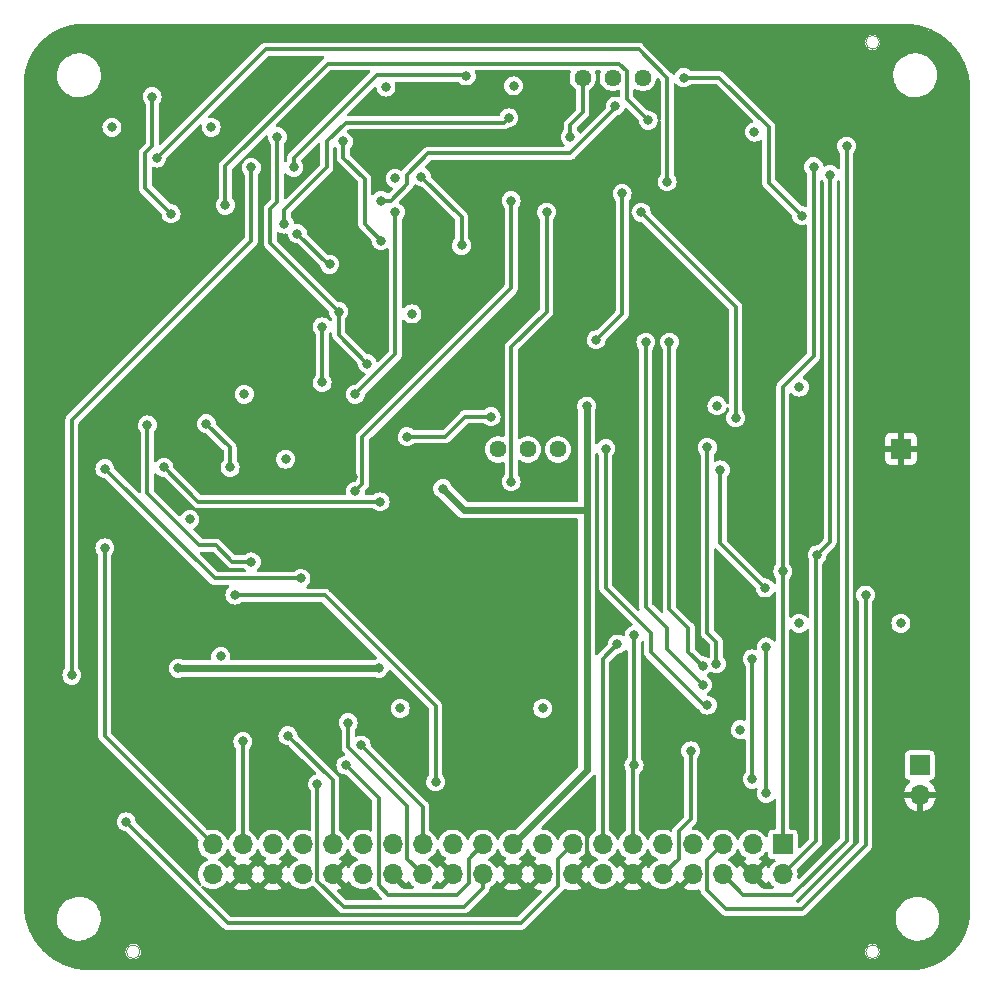
<source format=gbr>
G04 #@! TF.GenerationSoftware,KiCad,Pcbnew,7.0.11*
G04 #@! TF.CreationDate,2024-11-30T22:12:26-08:00*
G04 #@! TF.ProjectId,poledancer,706f6c65-6461-46e6-9365-722e6b696361,0.1*
G04 #@! TF.SameCoordinates,PX3de4ba0PY6578900*
G04 #@! TF.FileFunction,Copper,L4,Bot*
G04 #@! TF.FilePolarity,Positive*
%FSLAX46Y46*%
G04 Gerber Fmt 4.6, Leading zero omitted, Abs format (unit mm)*
G04 Created by KiCad (PCBNEW 7.0.11) date 2024-11-30 22:12:26*
%MOMM*%
%LPD*%
G01*
G04 APERTURE LIST*
G04 #@! TA.AperFunction,ComponentPad*
%ADD10R,1.700000X1.700000*%
G04 #@! TD*
G04 #@! TA.AperFunction,ComponentPad*
%ADD11O,1.700000X1.700000*%
G04 #@! TD*
G04 #@! TA.AperFunction,ComponentPad*
%ADD12C,1.440000*%
G04 #@! TD*
G04 #@! TA.AperFunction,ViaPad*
%ADD13C,0.800000*%
G04 #@! TD*
G04 #@! TA.AperFunction,Conductor*
%ADD14C,0.300000*%
G04 #@! TD*
G04 #@! TA.AperFunction,Conductor*
%ADD15C,0.600000*%
G04 #@! TD*
G04 #@! TA.AperFunction,Profile*
%ADD16C,0.150000*%
G04 #@! TD*
G04 #@! TA.AperFunction,Profile*
%ADD17C,0.050000*%
G04 #@! TD*
G04 APERTURE END LIST*
D10*
X74700000Y45600000D03*
X76300000Y18800000D03*
D11*
X76300000Y16260000D03*
D12*
X45665000Y45525000D03*
X43125000Y45525000D03*
X40585000Y45525000D03*
X52850000Y77000000D03*
X50310000Y77000000D03*
X47770000Y77000000D03*
D10*
X64700000Y12090000D03*
D11*
X64700000Y9550000D03*
X62160000Y12090000D03*
X62160000Y9550000D03*
X59620000Y12090000D03*
X59620000Y9550000D03*
X57080000Y12090000D03*
X57080000Y9550000D03*
X54540000Y12090000D03*
X54540000Y9550000D03*
X52000000Y12090000D03*
X52000000Y9550000D03*
X49460000Y12090000D03*
X49460000Y9550000D03*
X46920000Y12090000D03*
X46920000Y9550000D03*
X44380000Y12090000D03*
X44380000Y9550000D03*
X41840000Y12090000D03*
X41840000Y9550000D03*
X39300000Y12090000D03*
X39300000Y9550000D03*
X36760000Y12090000D03*
X36760000Y9550000D03*
X34220000Y12090000D03*
X34220000Y9550000D03*
X31680000Y12090000D03*
X31680000Y9550000D03*
X29140000Y12090000D03*
X29140000Y9550000D03*
X26600000Y12090000D03*
X26600000Y9550000D03*
X24060000Y12090000D03*
X24060000Y9550000D03*
X21520000Y12090000D03*
X21520000Y9550000D03*
X18980000Y12090000D03*
X18980000Y9550000D03*
X16440000Y12090000D03*
X16440000Y9550000D03*
D13*
X16300000Y17800000D03*
X17900000Y51775000D03*
X26500000Y48400000D03*
X18500000Y30000000D03*
X68900000Y16200000D03*
X49700000Y47000000D03*
X76700000Y68600000D03*
X72100000Y69400000D03*
X31100000Y22400000D03*
X42900000Y20600000D03*
X56100000Y39000000D03*
X71100000Y42600000D03*
X18900000Y73400000D03*
X56100000Y41000000D03*
X69300000Y75000000D03*
X18100000Y37800000D03*
X63500000Y42800000D03*
X12700000Y31800000D03*
X2900000Y69400000D03*
X36700000Y58000000D03*
X51900000Y39800000D03*
X66300000Y68000000D03*
X73500000Y61600000D03*
X23700000Y59200000D03*
X28300000Y43200000D03*
X40900000Y68200000D03*
X49300000Y32200000D03*
X30700000Y44000000D03*
X58900000Y64600000D03*
X48100000Y15600000D03*
X45300000Y42400000D03*
X60700000Y72400000D03*
X5900000Y31200000D03*
X49100000Y75400000D03*
X67400000Y37900000D03*
X56700000Y32200000D03*
X24850000Y69400000D03*
X79100000Y72600000D03*
X50900000Y21000000D03*
X12100000Y46200000D03*
X24700000Y75400000D03*
X22300000Y57000000D03*
X57100000Y69200000D03*
X7300000Y41400000D03*
X28900000Y74200000D03*
X12700000Y20400000D03*
X28300000Y62800000D03*
X20700000Y66600000D03*
X77500000Y37000000D03*
X27700000Y67600000D03*
X65100000Y76200000D03*
X2900000Y61400000D03*
X9900000Y74200000D03*
X59500000Y67600000D03*
X28350000Y66150000D03*
X73225000Y35925000D03*
X65300000Y63400000D03*
X10700000Y25800000D03*
X17700000Y64600000D03*
X46100000Y50800000D03*
X15100000Y60800000D03*
X17900000Y22200000D03*
X54100000Y39800000D03*
X53100000Y22800000D03*
X63500000Y44800000D03*
X77700000Y60800000D03*
X77500000Y35000000D03*
X37700000Y43600000D03*
X16900000Y76800000D03*
X61900000Y50800000D03*
X76300000Y49400000D03*
X31100000Y25800000D03*
X14900000Y75600000D03*
X46300000Y62800000D03*
X41100000Y16800000D03*
X31900000Y39400000D03*
X33100000Y71800000D03*
X64700000Y71200000D03*
X59700000Y70000000D03*
X36700000Y76000000D03*
X49950000Y66400000D03*
X65900000Y20000000D03*
X60100000Y33400000D03*
X2900000Y63400000D03*
X43300000Y57600000D03*
X2900000Y65400000D03*
X42300000Y25000000D03*
X28100000Y24800000D03*
X12700000Y75600000D03*
X16900000Y35800000D03*
X44700000Y75200000D03*
X30700000Y42800000D03*
X19900000Y58400000D03*
X3100000Y16000000D03*
X53100000Y15600000D03*
X49700000Y49200000D03*
X71100000Y54000000D03*
X30500000Y58400000D03*
X57700000Y78600000D03*
X68900000Y33600000D03*
X12700000Y79600000D03*
X8900000Y54000000D03*
X10300000Y31800000D03*
X61700000Y32400000D03*
X10700000Y59600000D03*
X2900000Y71400000D03*
X2900000Y67400000D03*
X21300000Y43400000D03*
X41900000Y76300000D03*
X31900000Y68472793D03*
X35900000Y42200000D03*
X17100000Y28000000D03*
X14500000Y39600000D03*
X7900000Y72800000D03*
X48100000Y49200000D03*
X32300000Y23600000D03*
X29000000Y20500000D03*
X59125000Y49225000D03*
X13500000Y27000000D03*
X44380000Y23600000D03*
X19100000Y50200000D03*
X31100000Y76200000D03*
X33300000Y57000000D03*
X22600000Y44700000D03*
X30500000Y27000000D03*
X16300000Y72800000D03*
X66100000Y50800000D03*
X62300000Y72400000D03*
X61100000Y21800000D03*
X74700000Y30800000D03*
X9100000Y14000000D03*
X66100000Y30800000D03*
X63300000Y16400000D03*
X63300000Y28800000D03*
X62100000Y17600000D03*
X62100000Y27800000D03*
X56900000Y20000000D03*
X50700000Y29050000D03*
X52100000Y18800000D03*
X52100000Y29800000D03*
X56300000Y77000000D03*
X66300000Y65325000D03*
X7300000Y37200000D03*
X22805000Y21295000D03*
X27900000Y22400000D03*
X25300000Y17200000D03*
X27700000Y18800000D03*
X64700000Y35200000D03*
X67300000Y69475000D03*
X68700000Y68800000D03*
X67600000Y36600000D03*
X18980000Y20800000D03*
X70100000Y71200000D03*
X71700000Y33200000D03*
X15900000Y47705000D03*
X17900000Y44000000D03*
X19700000Y36000000D03*
X10900000Y47600000D03*
X7300000Y43900000D03*
X23900000Y34600000D03*
X44700000Y65600000D03*
X41700000Y42800000D03*
X30700000Y66600000D03*
X50500000Y74600000D03*
X17500000Y66200000D03*
X53300000Y73400000D03*
X12900000Y65482500D03*
X11300000Y75400000D03*
X11700000Y70200000D03*
X54900000Y68200000D03*
X63200000Y33800000D03*
X59400000Y43800000D03*
X41700000Y66600000D03*
X28500000Y42000000D03*
X12300000Y44000000D03*
X30612500Y41087500D03*
X30700000Y63200000D03*
X27500000Y71600000D03*
X25700000Y51200000D03*
X25700000Y55900000D03*
X41500000Y73600000D03*
X51100000Y67200000D03*
X22500000Y64600000D03*
X48900000Y54800000D03*
X46700000Y72000000D03*
X23300000Y69400000D03*
X60700000Y48200000D03*
X37900000Y77150000D03*
X52700000Y65600000D03*
X21900000Y72000000D03*
X27100000Y57200000D03*
X29500000Y52800000D03*
X4500000Y26400000D03*
X19700000Y69400000D03*
X37500000Y62800000D03*
X34100000Y68600000D03*
X23600000Y63800000D03*
X26325000Y61200000D03*
X28500000Y50200000D03*
X31900000Y65600000D03*
X53100000Y54600000D03*
X57900000Y25600000D03*
X57900000Y27200000D03*
X55100000Y54600000D03*
X58300000Y23875000D03*
X49700000Y45600000D03*
X18300000Y33200000D03*
X35300000Y17400000D03*
X32900000Y46600000D03*
X39995000Y48295000D03*
X59082239Y27392919D03*
X58300000Y45700000D03*
D14*
X46920000Y9550000D02*
X48120000Y10750000D01*
X48120000Y13580000D02*
X48120000Y15580000D01*
X48120000Y15580000D02*
X48100000Y15600000D01*
X48120000Y10750000D02*
X48120000Y13580000D01*
D15*
X48100000Y18350000D02*
X48100000Y40400000D01*
X35900000Y42200000D02*
X37700000Y40400000D01*
X41840000Y12090000D02*
X48100000Y18350000D01*
X48100000Y40400000D02*
X48100000Y49200000D01*
X37700000Y40400000D02*
X48100000Y40400000D01*
D14*
X34220000Y15280000D02*
X34220000Y12090000D01*
X29000000Y20500000D02*
X34220000Y15280000D01*
D15*
X30500000Y27000000D02*
X13500000Y27000000D01*
D14*
X46920000Y12090000D02*
X45700000Y10870000D01*
X42500000Y5400000D02*
X17700000Y5400000D01*
X17700000Y5400000D02*
X9100000Y14000000D01*
X45700000Y8600000D02*
X42500000Y5400000D01*
X45700000Y10870000D02*
X45700000Y8600000D01*
X63300000Y16400000D02*
X63300000Y28800000D01*
X62100000Y17600000D02*
X62100000Y27800000D01*
X55880000Y13180000D02*
X56900000Y14200000D01*
X54540000Y9550000D02*
X55880000Y10890000D01*
X55880000Y10890000D02*
X55880000Y13180000D01*
X56900000Y14200000D02*
X56900000Y20000000D01*
X49460000Y27810000D02*
X49460000Y12090000D01*
X50700000Y29050000D02*
X49460000Y27810000D01*
X52100000Y18800000D02*
X52100000Y29800000D01*
X52100000Y18800000D02*
X52000000Y18700000D01*
X52000000Y18700000D02*
X52000000Y12090000D01*
X59300000Y77000000D02*
X63500000Y72800000D01*
X63500000Y72800000D02*
X63500000Y68125000D01*
X63500000Y68125000D02*
X66300000Y65325000D01*
X56300000Y77000000D02*
X59300000Y77000000D01*
X7300000Y21230000D02*
X16440000Y12090000D01*
X7300000Y37200000D02*
X7300000Y21230000D01*
X22805000Y21295000D02*
X26600000Y17500000D01*
X26600000Y17500000D02*
X26600000Y12090000D01*
X27900000Y22400000D02*
X27900000Y20300000D01*
X27900000Y20300000D02*
X32880000Y15320000D01*
X32880000Y10890000D02*
X34220000Y9550000D01*
X32880000Y15320000D02*
X32880000Y10890000D01*
X25300000Y17200000D02*
X25300000Y9012943D01*
X25300000Y9012943D02*
X27512943Y6800000D01*
X27512943Y6800000D02*
X37700000Y6800000D01*
X39300000Y8400000D02*
X39300000Y9550000D01*
X37700000Y6800000D02*
X39300000Y8400000D01*
X38100000Y10890000D02*
X39300000Y12090000D01*
X38100000Y8800000D02*
X38100000Y10890000D01*
X31300000Y7800000D02*
X37100000Y7800000D01*
X27700000Y18800000D02*
X30480000Y16020000D01*
X30480000Y8620000D02*
X31300000Y7800000D01*
X37100000Y7800000D02*
X38100000Y8800000D01*
X30480000Y16020000D02*
X30480000Y8620000D01*
X67300000Y53400000D02*
X64700000Y50800000D01*
X67300000Y69475000D02*
X67300000Y53400000D01*
X64700000Y50800000D02*
X64700000Y35200000D01*
X64700000Y12090000D02*
X64700000Y35200000D01*
X68700000Y37700000D02*
X68700000Y68800000D01*
X67500000Y12350000D02*
X64700000Y9550000D01*
X67600000Y36600000D02*
X68700000Y37700000D01*
X67600000Y36600000D02*
X67500000Y36500000D01*
X67500000Y36500000D02*
X67500000Y12350000D01*
X18980000Y20800000D02*
X18980000Y12090000D01*
X65500000Y7800000D02*
X70100000Y12400000D01*
X59620000Y9550000D02*
X61370000Y7800000D01*
X70100000Y12400000D02*
X70100000Y71200000D01*
X61370000Y7800000D02*
X65500000Y7800000D01*
X59900000Y6600000D02*
X58280000Y8220000D01*
X58280000Y10750000D02*
X59620000Y12090000D01*
X66300000Y6600000D02*
X59900000Y6600000D01*
X71700000Y33200000D02*
X71700000Y12000000D01*
X58280000Y8220000D02*
X58280000Y10750000D01*
X71700000Y12000000D02*
X66300000Y6600000D01*
X17900000Y44000000D02*
X17900000Y45705000D01*
X17900000Y45705000D02*
X15900000Y47705000D01*
X18100000Y36000000D02*
X16700000Y37400000D01*
X10900000Y41800000D02*
X10900000Y47600000D01*
X19700000Y36000000D02*
X18100000Y36000000D01*
X16700000Y37400000D02*
X15300000Y37400000D01*
X15300000Y37400000D02*
X10900000Y41800000D01*
X23900000Y34600000D02*
X16600000Y34600000D01*
X16600000Y34600000D02*
X7300000Y43900000D01*
X41700000Y42800000D02*
X41700000Y54200000D01*
X44700000Y57200000D02*
X44700000Y65600000D01*
X41700000Y54200000D02*
X44700000Y57200000D01*
X34700000Y70600000D02*
X46700000Y70600000D01*
X31500000Y66600000D02*
X32900000Y68000000D01*
X50500000Y74400000D02*
X50500000Y74600000D01*
X30700000Y66600000D02*
X31500000Y66600000D01*
X46700000Y70600000D02*
X50500000Y74400000D01*
X32900000Y68800000D02*
X34700000Y70600000D01*
X32900000Y68000000D02*
X32900000Y68800000D01*
X17500000Y66200000D02*
X17500000Y69500000D01*
X50861604Y78200000D02*
X51500000Y77561604D01*
X51500000Y75200000D02*
X53300000Y73400000D01*
X17500000Y69500000D02*
X26200000Y78200000D01*
X51500000Y77561604D02*
X51500000Y75200000D01*
X26200000Y78200000D02*
X50861604Y78200000D01*
X10700000Y70600000D02*
X11300000Y71200000D01*
X10700000Y67682500D02*
X10700000Y70600000D01*
X12900000Y65482500D02*
X10700000Y67682500D01*
X11300000Y71200000D02*
X11300000Y75400000D01*
X52500000Y79400000D02*
X54900000Y77000000D01*
X20900000Y79400000D02*
X52500000Y79400000D01*
X11700000Y70200000D02*
X20900000Y79400000D01*
X54900000Y77000000D02*
X54900000Y68200000D01*
X59400000Y43800000D02*
X59400000Y37600000D01*
X59400000Y37600000D02*
X63200000Y33800000D01*
X41700000Y66600000D02*
X41700000Y59200000D01*
X29100000Y46600000D02*
X29100000Y42600000D01*
X29100000Y42600000D02*
X28500000Y42000000D01*
X41700000Y59200000D02*
X29100000Y46600000D01*
X30600000Y41100000D02*
X30612500Y41087500D01*
X12300000Y44000000D02*
X15200000Y41100000D01*
X15200000Y41100000D02*
X30600000Y41100000D01*
X27500000Y70200000D02*
X29300000Y68400000D01*
X29300000Y68400000D02*
X29300000Y64600000D01*
X27500000Y71600000D02*
X27500000Y70200000D01*
X29300000Y64600000D02*
X30700000Y63200000D01*
X25700000Y55900000D02*
X25700000Y51200000D01*
X51100000Y67200000D02*
X51100000Y57000000D01*
X27700000Y73200000D02*
X41100000Y73200000D01*
X51100000Y57000000D02*
X48900000Y54800000D01*
X22500000Y65800000D02*
X26100000Y69400000D01*
X26100000Y69400000D02*
X26100000Y71600000D01*
X22500000Y64600000D02*
X22500000Y65800000D01*
X26100000Y71600000D02*
X27700000Y73200000D01*
X41100000Y73200000D02*
X41500000Y73600000D01*
X46700000Y73000000D02*
X47770000Y74070000D01*
X47770000Y74070000D02*
X47770000Y77000000D01*
X46700000Y72000000D02*
X46700000Y73000000D01*
X37900000Y77150000D02*
X37850000Y77200000D01*
X37850000Y77200000D02*
X30300000Y77200000D01*
X30300000Y77200000D02*
X23300000Y70200000D01*
X23300000Y70200000D02*
X23300000Y69400000D01*
X52700000Y65600000D02*
X60700000Y57600000D01*
X60700000Y57600000D02*
X60700000Y48200000D01*
X21300000Y65865165D02*
X21300000Y63000000D01*
X29500000Y52800000D02*
X27100000Y55200000D01*
X21900000Y72000000D02*
X21900000Y66465165D01*
X27100000Y55200000D02*
X27100000Y57200000D01*
X21900000Y66465165D02*
X21300000Y65865165D01*
X21300000Y63000000D02*
X27100000Y57200000D01*
X19700000Y63200000D02*
X4500000Y48000000D01*
X19700000Y69400000D02*
X19700000Y63200000D01*
X4500000Y48000000D02*
X4500000Y26400000D01*
X37500000Y65200000D02*
X37500000Y62800000D01*
X34100000Y68600000D02*
X37500000Y65200000D01*
X26200000Y61200000D02*
X26325000Y61200000D01*
X23600000Y63800000D02*
X26200000Y61200000D01*
X31900000Y53600000D02*
X31900000Y65600000D01*
X28500000Y50200000D02*
X31900000Y53600000D01*
X54900000Y30400000D02*
X53100000Y32200000D01*
X53100000Y32200000D02*
X53100000Y54600000D01*
X57900000Y25600000D02*
X54900000Y28600000D01*
X54900000Y28600000D02*
X54900000Y30400000D01*
X56700000Y30400000D02*
X55100000Y32000000D01*
X56700000Y28400000D02*
X56700000Y30400000D01*
X55100000Y32000000D02*
X55100000Y54600000D01*
X57900000Y27200000D02*
X56700000Y28400000D01*
X58300000Y23875000D02*
X58025000Y23875000D01*
X53500000Y30000000D02*
X49700000Y33800000D01*
X53500000Y28400000D02*
X53500000Y30000000D01*
X58025000Y23875000D02*
X53500000Y28400000D01*
X49700000Y33800000D02*
X49700000Y45600000D01*
X35300000Y17400000D02*
X35300000Y23800000D01*
X25900000Y33200000D02*
X18300000Y33200000D01*
X35300000Y23800000D02*
X25900000Y33200000D01*
X37795000Y48295000D02*
X36100000Y46600000D01*
X36100000Y46600000D02*
X32900000Y46600000D01*
X39995000Y48295000D02*
X37795000Y48295000D01*
X59082239Y27392919D02*
X59082239Y29217761D01*
X59082239Y29217761D02*
X58300000Y30000000D01*
X58300000Y30000000D02*
X58300000Y45700000D01*
G04 #@! TA.AperFunction,Conductor*
G36*
X43920507Y9340156D02*
G01*
X43998239Y9219202D01*
X44106900Y9125048D01*
X44237685Y9065320D01*
X44252410Y9063203D01*
X43614310Y8425102D01*
X43634697Y8409234D01*
X43634701Y8409232D01*
X43832628Y8302118D01*
X43832630Y8302117D01*
X44045483Y8229045D01*
X44045490Y8229043D01*
X44236851Y8197111D01*
X44300750Y8166169D01*
X44337778Y8105593D01*
X44336177Y8034614D01*
X44305207Y7983734D01*
X42308880Y5987405D01*
X42246568Y5953380D01*
X42219785Y5950500D01*
X17980215Y5950500D01*
X17912094Y5970502D01*
X17891120Y5987405D01*
X15507362Y8371163D01*
X15473336Y8433475D01*
X15478401Y8504290D01*
X15520948Y8561126D01*
X15587468Y8585937D01*
X15656842Y8570846D01*
X15668728Y8563471D01*
X15812361Y8462898D01*
X16010670Y8370425D01*
X16222023Y8313793D01*
X16440000Y8294723D01*
X16657977Y8313793D01*
X16869330Y8370425D01*
X17067639Y8462898D01*
X17246877Y8588402D01*
X17401598Y8743123D01*
X17527102Y8922361D01*
X17535800Y8941015D01*
X17582715Y8994299D01*
X17650992Y9013761D01*
X17718953Y8993220D01*
X17765019Y8939198D01*
X17765382Y8938379D01*
X17781580Y8901452D01*
X17856921Y8786134D01*
X18495638Y9424851D01*
X18520507Y9340156D01*
X18598239Y9219202D01*
X18706900Y9125048D01*
X18837685Y9065320D01*
X18852411Y9063203D01*
X18214310Y8425102D01*
X18234697Y8409234D01*
X18234701Y8409232D01*
X18432628Y8302118D01*
X18432630Y8302117D01*
X18645483Y8229045D01*
X18645490Y8229043D01*
X18867477Y8192000D01*
X19092523Y8192000D01*
X19314509Y8229043D01*
X19314516Y8229045D01*
X19527369Y8302117D01*
X19527371Y8302119D01*
X19725298Y8409231D01*
X19745688Y8425102D01*
X19107587Y9063203D01*
X19122315Y9065320D01*
X19253100Y9125048D01*
X19361761Y9219202D01*
X19439493Y9340156D01*
X19464361Y9424850D01*
X20103077Y8786134D01*
X20103078Y8786134D01*
X20144516Y8849559D01*
X20198519Y8895648D01*
X20268867Y8905223D01*
X20333225Y8875246D01*
X20355482Y8849560D01*
X20396921Y8786134D01*
X21035638Y9424851D01*
X21060507Y9340156D01*
X21138239Y9219202D01*
X21246900Y9125048D01*
X21377685Y9065320D01*
X21392411Y9063203D01*
X20754310Y8425102D01*
X20774697Y8409234D01*
X20774701Y8409232D01*
X20972628Y8302118D01*
X20972630Y8302117D01*
X21185483Y8229045D01*
X21185490Y8229043D01*
X21407477Y8192000D01*
X21632523Y8192000D01*
X21854509Y8229043D01*
X21854516Y8229045D01*
X22067369Y8302117D01*
X22067371Y8302119D01*
X22265298Y8409231D01*
X22285688Y8425102D01*
X21647587Y9063203D01*
X21662315Y9065320D01*
X21793100Y9125048D01*
X21901761Y9219202D01*
X21979493Y9340156D01*
X22004361Y9424850D01*
X22643077Y8786134D01*
X22718419Y8901451D01*
X22734616Y8938377D01*
X22780296Y8992726D01*
X22848108Y9013751D01*
X22916522Y8994776D01*
X22963817Y8941826D01*
X22964198Y8941017D01*
X22972897Y8922362D01*
X23038953Y8828025D01*
X23098402Y8743123D01*
X23253123Y8588402D01*
X23432361Y8462898D01*
X23630670Y8370425D01*
X23842023Y8313793D01*
X24060000Y8294723D01*
X24277977Y8313793D01*
X24489330Y8370425D01*
X24687639Y8462898D01*
X24826820Y8560355D01*
X24894090Y8583041D01*
X24962951Y8565756D01*
X24988183Y8546235D01*
X27115502Y6418916D01*
X27118492Y6415823D01*
X27134121Y6399088D01*
X27162263Y6368956D01*
X27195854Y6348529D01*
X27197275Y6347665D01*
X27207939Y6340407D01*
X27240601Y6315639D01*
X27257146Y6309115D01*
X27276372Y6299565D01*
X27291561Y6290328D01*
X27331030Y6279269D01*
X27343243Y6275163D01*
X27381379Y6260124D01*
X27399060Y6258307D01*
X27420160Y6254296D01*
X27437278Y6249500D01*
X27478262Y6249500D01*
X27491149Y6248839D01*
X27531913Y6244648D01*
X27531913Y6244649D01*
X27531915Y6244648D01*
X27542299Y6246439D01*
X27549432Y6247668D01*
X27570839Y6249500D01*
X37688439Y6249500D01*
X37692740Y6249427D01*
X37756826Y6247238D01*
X37796635Y6256941D01*
X37809311Y6259350D01*
X37849920Y6264930D01*
X37866225Y6272014D01*
X37886590Y6278862D01*
X37903852Y6283067D01*
X37939577Y6303155D01*
X37951133Y6308894D01*
X37988720Y6325220D01*
X38002506Y6336437D01*
X38020264Y6348523D01*
X38035759Y6357234D01*
X38064750Y6386227D01*
X38074309Y6394853D01*
X38106108Y6420722D01*
X38116360Y6435248D01*
X38130197Y6451674D01*
X39681112Y8002589D01*
X39684145Y8005521D01*
X39731044Y8049320D01*
X39752337Y8084337D01*
X39759586Y8094990D01*
X39784361Y8127658D01*
X39790880Y8144191D01*
X39800441Y8163439D01*
X39805456Y8171686D01*
X39809672Y8178618D01*
X39820732Y8218095D01*
X39824839Y8230306D01*
X39839876Y8268436D01*
X39841694Y8286121D01*
X39845704Y8307221D01*
X39850500Y8324335D01*
X39850500Y8346657D01*
X39870502Y8414778D01*
X39923250Y8460852D01*
X39927639Y8462898D01*
X40106877Y8588402D01*
X40261598Y8743123D01*
X40387102Y8922361D01*
X40395800Y8941015D01*
X40442715Y8994299D01*
X40510992Y9013761D01*
X40578953Y8993220D01*
X40625019Y8939198D01*
X40625382Y8938379D01*
X40641580Y8901452D01*
X40716921Y8786134D01*
X41355638Y9424851D01*
X41380507Y9340156D01*
X41458239Y9219202D01*
X41566900Y9125048D01*
X41697685Y9065320D01*
X41712411Y9063203D01*
X41074310Y8425102D01*
X41094697Y8409234D01*
X41094701Y8409232D01*
X41292628Y8302118D01*
X41292630Y8302117D01*
X41505483Y8229045D01*
X41505490Y8229043D01*
X41727477Y8192000D01*
X41952523Y8192000D01*
X42174509Y8229043D01*
X42174516Y8229045D01*
X42387369Y8302117D01*
X42387371Y8302119D01*
X42585298Y8409231D01*
X42605688Y8425102D01*
X41967587Y9063203D01*
X41982315Y9065320D01*
X42113100Y9125048D01*
X42221761Y9219202D01*
X42299493Y9340156D01*
X42324361Y9424850D01*
X42963077Y8786134D01*
X42963078Y8786134D01*
X43004516Y8849559D01*
X43058519Y8895648D01*
X43128867Y8905223D01*
X43193225Y8875246D01*
X43215482Y8849560D01*
X43256921Y8786134D01*
X43895638Y9424851D01*
X43920507Y9340156D01*
G37*
G04 #@! TD.AperFunction*
G04 #@! TA.AperFunction,Conductor*
G36*
X27723077Y8786134D02*
G01*
X27798419Y8901451D01*
X27814616Y8938377D01*
X27860296Y8992726D01*
X27928108Y9013751D01*
X27996522Y8994776D01*
X28043817Y8941826D01*
X28044198Y8941017D01*
X28052897Y8922362D01*
X28118953Y8828025D01*
X28178402Y8743123D01*
X28333123Y8588402D01*
X28512361Y8462898D01*
X28710670Y8370425D01*
X28922023Y8313793D01*
X29140000Y8294723D01*
X29357977Y8313793D01*
X29569330Y8370425D01*
X29767639Y8462898D01*
X29775458Y8468374D01*
X29842732Y8491062D01*
X29911592Y8473778D01*
X29958702Y8423580D01*
X29958844Y8423659D01*
X29959166Y8423087D01*
X29960177Y8422009D01*
X29961780Y8418436D01*
X29983154Y8380421D01*
X29988890Y8368872D01*
X29999724Y8343932D01*
X30005220Y8331280D01*
X30005222Y8331278D01*
X30016432Y8317498D01*
X30028519Y8299740D01*
X30037234Y8284241D01*
X30066217Y8255258D01*
X30074854Y8245687D01*
X30100718Y8213896D01*
X30100719Y8213895D01*
X30100720Y8213895D01*
X30100722Y8213892D01*
X30115241Y8203643D01*
X30131672Y8189803D01*
X30507585Y7813890D01*
X30755880Y7565596D01*
X30789905Y7503283D01*
X30784841Y7432468D01*
X30742294Y7375632D01*
X30675774Y7350821D01*
X30666785Y7350500D01*
X27793158Y7350500D01*
X27725037Y7370502D01*
X27704063Y7387405D01*
X27023576Y8067892D01*
X26989550Y8130204D01*
X26994615Y8201019D01*
X27037162Y8257855D01*
X27071759Y8276160D01*
X27147369Y8302117D01*
X27147371Y8302119D01*
X27345298Y8409231D01*
X27365688Y8425102D01*
X26727587Y9063203D01*
X26742315Y9065320D01*
X26873100Y9125048D01*
X26981761Y9219202D01*
X27059493Y9340156D01*
X27084361Y9424850D01*
X27723077Y8786134D01*
G37*
G04 #@! TD.AperFunction*
G04 #@! TA.AperFunction,Conductor*
G36*
X32803076Y8786134D02*
G01*
X32803077Y8786134D01*
X32878419Y8901451D01*
X32894616Y8938377D01*
X32940296Y8992726D01*
X33008108Y9013751D01*
X33076522Y8994776D01*
X33123817Y8941826D01*
X33124198Y8941017D01*
X33132897Y8922362D01*
X33198953Y8828025D01*
X33258402Y8743123D01*
X33413123Y8588402D01*
X33413126Y8588400D01*
X33425532Y8579713D01*
X33469860Y8524256D01*
X33477169Y8453637D01*
X33445138Y8390276D01*
X33383937Y8354291D01*
X33353261Y8350500D01*
X32572480Y8350500D01*
X32504359Y8370502D01*
X32483385Y8387405D01*
X31807587Y9063203D01*
X31822315Y9065320D01*
X31953100Y9125048D01*
X32061761Y9219202D01*
X32139493Y9340156D01*
X32164360Y9424850D01*
X32803076Y8786134D01*
G37*
G04 #@! TD.AperFunction*
G04 #@! TA.AperFunction,Conductor*
G36*
X36300507Y9340156D02*
G01*
X36378239Y9219202D01*
X36486900Y9125048D01*
X36617685Y9065320D01*
X36632411Y9063203D01*
X35956614Y8387405D01*
X35894302Y8353380D01*
X35867519Y8350500D01*
X35086739Y8350500D01*
X35018618Y8370502D01*
X34972125Y8424158D01*
X34962021Y8494432D01*
X34991515Y8559012D01*
X35014468Y8579713D01*
X35016489Y8581128D01*
X35026877Y8588402D01*
X35181598Y8743123D01*
X35307102Y8922361D01*
X35315800Y8941015D01*
X35362715Y8994299D01*
X35430992Y9013761D01*
X35498953Y8993220D01*
X35545019Y8939198D01*
X35545382Y8938379D01*
X35561580Y8901452D01*
X35636921Y8786134D01*
X36275638Y9424851D01*
X36300507Y9340156D01*
G37*
G04 #@! TD.AperFunction*
G04 #@! TA.AperFunction,Conductor*
G36*
X63283077Y8786134D02*
G01*
X63358419Y8901451D01*
X63374616Y8938377D01*
X63420296Y8992726D01*
X63488108Y9013751D01*
X63556522Y8994776D01*
X63603817Y8941826D01*
X63604198Y8941017D01*
X63612897Y8922362D01*
X63678953Y8828025D01*
X63738402Y8743123D01*
X63893123Y8588402D01*
X63893126Y8588400D01*
X63905532Y8579713D01*
X63949860Y8524256D01*
X63957169Y8453637D01*
X63925138Y8390276D01*
X63863937Y8354291D01*
X63833261Y8350500D01*
X63052480Y8350500D01*
X62984359Y8370502D01*
X62963385Y8387405D01*
X62287587Y9063203D01*
X62302315Y9065320D01*
X62433100Y9125048D01*
X62541761Y9219202D01*
X62619493Y9340156D01*
X62644361Y9424850D01*
X63283077Y8786134D01*
G37*
G04 #@! TD.AperFunction*
G04 #@! TA.AperFunction,Conductor*
G36*
X69467532Y68331288D02*
G01*
X69524368Y68288741D01*
X69549179Y68222221D01*
X69549500Y68213232D01*
X69549500Y12680215D01*
X69529498Y12612094D01*
X69512595Y12591120D01*
X66150573Y9229099D01*
X66088261Y9195073D01*
X66017445Y9200138D01*
X65960610Y9242685D01*
X65935799Y9309205D01*
X65935957Y9329176D01*
X65936205Y9332018D01*
X65936207Y9332023D01*
X65955277Y9550000D01*
X65936207Y9767977D01*
X65904378Y9886764D01*
X65906068Y9957737D01*
X65936988Y10008465D01*
X67881112Y11952589D01*
X67884145Y11955521D01*
X67931044Y11999320D01*
X67952337Y12034337D01*
X67959586Y12044990D01*
X67984361Y12077658D01*
X67990880Y12094191D01*
X68000441Y12113439D01*
X68009672Y12128618D01*
X68020732Y12168095D01*
X68024839Y12180306D01*
X68039876Y12218436D01*
X68041694Y12236121D01*
X68045704Y12257221D01*
X68050500Y12274335D01*
X68050500Y12315320D01*
X68051161Y12328207D01*
X68055352Y12368971D01*
X68054867Y12371782D01*
X68052332Y12386489D01*
X68050500Y12407896D01*
X68050500Y35868227D01*
X68070502Y35936348D01*
X68097942Y35966739D01*
X68102257Y35970181D01*
X68102262Y35970184D01*
X68229816Y36097738D01*
X68325789Y36250478D01*
X68385368Y36420745D01*
X68404062Y36586668D01*
X68431564Y36652116D01*
X68440164Y36661641D01*
X69081112Y37302589D01*
X69084145Y37305521D01*
X69131044Y37349320D01*
X69152337Y37384337D01*
X69159586Y37394990D01*
X69184361Y37427658D01*
X69190880Y37444191D01*
X69200441Y37463439D01*
X69209672Y37478618D01*
X69220732Y37518095D01*
X69224839Y37530306D01*
X69239876Y37568436D01*
X69241694Y37586121D01*
X69245704Y37607221D01*
X69250500Y37624335D01*
X69250500Y37665320D01*
X69251161Y37678207D01*
X69255352Y37718971D01*
X69252332Y37736489D01*
X69250500Y37757896D01*
X69250500Y68166232D01*
X69270502Y68234353D01*
X69287405Y68255327D01*
X69334405Y68302327D01*
X69396717Y68336353D01*
X69467532Y68331288D01*
G37*
G04 #@! TD.AperFunction*
G04 #@! TA.AperFunction,Conductor*
G36*
X17778959Y11661900D02*
G01*
X17824194Y11609698D01*
X17892898Y11462361D01*
X18018402Y11283123D01*
X18173123Y11128402D01*
X18192694Y11114698D01*
X18352359Y11002899D01*
X18352360Y11002899D01*
X18352361Y11002898D01*
X18372022Y10993730D01*
X18425307Y10946815D01*
X18444769Y10878538D01*
X18424228Y10810577D01*
X18378743Y10768722D01*
X18234705Y10690773D01*
X18234693Y10690765D01*
X18214311Y10674901D01*
X18214310Y10674900D01*
X18852412Y10036798D01*
X18837685Y10034680D01*
X18706900Y9974952D01*
X18598239Y9880798D01*
X18520507Y9759844D01*
X18495639Y9675151D01*
X17856921Y10313869D01*
X17856920Y10313868D01*
X17781586Y10198561D01*
X17781579Y10198547D01*
X17765382Y10161621D01*
X17719701Y10107272D01*
X17651888Y10086249D01*
X17583474Y10105226D01*
X17536181Y10158177D01*
X17535800Y10158985D01*
X17527100Y10177642D01*
X17401604Y10356869D01*
X17401601Y10356873D01*
X17401598Y10356877D01*
X17246877Y10511598D01*
X17233889Y10520692D01*
X17067639Y10637102D01*
X17050249Y10645211D01*
X16920302Y10705806D01*
X16867019Y10752722D01*
X16847558Y10820999D01*
X16868100Y10888959D01*
X16920302Y10934195D01*
X17067639Y11002898D01*
X17246877Y11128402D01*
X17401598Y11283123D01*
X17527102Y11462361D01*
X17595805Y11609698D01*
X17642722Y11662981D01*
X17710999Y11682442D01*
X17778959Y11661900D01*
G37*
G04 #@! TD.AperFunction*
G04 #@! TA.AperFunction,Conductor*
G36*
X20318959Y11661900D02*
G01*
X20364194Y11609698D01*
X20432898Y11462361D01*
X20558402Y11283123D01*
X20713123Y11128402D01*
X20732694Y11114698D01*
X20892359Y11002899D01*
X20892360Y11002899D01*
X20892361Y11002898D01*
X20912022Y10993730D01*
X20965307Y10946815D01*
X20984769Y10878538D01*
X20964228Y10810577D01*
X20918743Y10768722D01*
X20774705Y10690773D01*
X20774693Y10690765D01*
X20754311Y10674901D01*
X20754310Y10674900D01*
X21392412Y10036798D01*
X21377685Y10034680D01*
X21246900Y9974952D01*
X21138239Y9880798D01*
X21060507Y9759844D01*
X21035639Y9675151D01*
X20396921Y10313869D01*
X20396920Y10313868D01*
X20355482Y10250442D01*
X20301479Y10204353D01*
X20231131Y10194778D01*
X20166773Y10224755D01*
X20144516Y10250442D01*
X20103078Y10313868D01*
X19464360Y9675152D01*
X19439493Y9759844D01*
X19361761Y9880798D01*
X19253100Y9974952D01*
X19122315Y10034680D01*
X19107586Y10036798D01*
X19745688Y10674900D01*
X19745687Y10674901D01*
X19725308Y10690763D01*
X19725303Y10690766D01*
X19581256Y10768721D01*
X19530866Y10818735D01*
X19515514Y10888052D01*
X19540075Y10954665D01*
X19587976Y10993730D01*
X19607639Y11002898D01*
X19786877Y11128402D01*
X19941598Y11283123D01*
X20067102Y11462361D01*
X20135805Y11609698D01*
X20182722Y11662981D01*
X20250999Y11682442D01*
X20318959Y11661900D01*
G37*
G04 #@! TD.AperFunction*
G04 #@! TA.AperFunction,Conductor*
G36*
X35558959Y11661900D02*
G01*
X35604194Y11609698D01*
X35672898Y11462361D01*
X35798402Y11283123D01*
X35953123Y11128402D01*
X35972694Y11114698D01*
X36132359Y11002899D01*
X36132360Y11002899D01*
X36132361Y11002898D01*
X36152022Y10993730D01*
X36205307Y10946815D01*
X36224769Y10878538D01*
X36204228Y10810577D01*
X36158743Y10768722D01*
X36014705Y10690773D01*
X36014693Y10690765D01*
X35994311Y10674901D01*
X35994310Y10674900D01*
X36632412Y10036798D01*
X36617685Y10034680D01*
X36486900Y9974952D01*
X36378239Y9880798D01*
X36300507Y9759844D01*
X36275639Y9675151D01*
X35636921Y10313869D01*
X35636920Y10313868D01*
X35561586Y10198561D01*
X35561579Y10198547D01*
X35545382Y10161621D01*
X35499701Y10107272D01*
X35431888Y10086249D01*
X35363474Y10105226D01*
X35316181Y10158177D01*
X35315800Y10158985D01*
X35307100Y10177642D01*
X35181604Y10356869D01*
X35181601Y10356873D01*
X35181598Y10356877D01*
X35026877Y10511598D01*
X35013889Y10520692D01*
X34847639Y10637102D01*
X34830249Y10645211D01*
X34700302Y10705806D01*
X34647019Y10752722D01*
X34627558Y10820999D01*
X34648100Y10888959D01*
X34700302Y10934195D01*
X34847639Y11002898D01*
X35026877Y11128402D01*
X35181598Y11283123D01*
X35307102Y11462361D01*
X35375805Y11609698D01*
X35422722Y11662981D01*
X35490999Y11682442D01*
X35558959Y11661900D01*
G37*
G04 #@! TD.AperFunction*
G04 #@! TA.AperFunction,Conductor*
G36*
X40638959Y11661900D02*
G01*
X40684194Y11609698D01*
X40752898Y11462361D01*
X40878402Y11283123D01*
X41033123Y11128402D01*
X41052694Y11114698D01*
X41212359Y11002899D01*
X41212360Y11002899D01*
X41212361Y11002898D01*
X41232022Y10993730D01*
X41285307Y10946815D01*
X41304769Y10878538D01*
X41284228Y10810577D01*
X41238743Y10768722D01*
X41094705Y10690773D01*
X41094693Y10690765D01*
X41074311Y10674901D01*
X41074310Y10674900D01*
X41712412Y10036798D01*
X41697685Y10034680D01*
X41566900Y9974952D01*
X41458239Y9880798D01*
X41380507Y9759844D01*
X41355639Y9675151D01*
X40716921Y10313869D01*
X40716920Y10313868D01*
X40641586Y10198561D01*
X40641579Y10198547D01*
X40625382Y10161621D01*
X40579701Y10107272D01*
X40511888Y10086249D01*
X40443474Y10105226D01*
X40396181Y10158177D01*
X40395800Y10158985D01*
X40387100Y10177642D01*
X40261604Y10356869D01*
X40261601Y10356873D01*
X40261598Y10356877D01*
X40106877Y10511598D01*
X40093889Y10520692D01*
X39927639Y10637102D01*
X39910249Y10645211D01*
X39780302Y10705806D01*
X39727019Y10752722D01*
X39707558Y10820999D01*
X39728100Y10888959D01*
X39780302Y10934195D01*
X39927639Y11002898D01*
X40106877Y11128402D01*
X40261598Y11283123D01*
X40387102Y11462361D01*
X40455805Y11609698D01*
X40502722Y11662981D01*
X40570999Y11682442D01*
X40638959Y11661900D01*
G37*
G04 #@! TD.AperFunction*
G04 #@! TA.AperFunction,Conductor*
G36*
X43178959Y11661900D02*
G01*
X43224194Y11609698D01*
X43292898Y11462361D01*
X43418402Y11283123D01*
X43573123Y11128402D01*
X43592694Y11114698D01*
X43752359Y11002899D01*
X43752360Y11002899D01*
X43752361Y11002898D01*
X43772022Y10993730D01*
X43825307Y10946815D01*
X43844769Y10878538D01*
X43824228Y10810577D01*
X43778743Y10768722D01*
X43634705Y10690773D01*
X43634693Y10690765D01*
X43614311Y10674901D01*
X43614310Y10674900D01*
X44252412Y10036798D01*
X44237685Y10034680D01*
X44106900Y9974952D01*
X43998239Y9880798D01*
X43920507Y9759844D01*
X43895639Y9675151D01*
X43256921Y10313869D01*
X43256920Y10313868D01*
X43215482Y10250442D01*
X43161479Y10204353D01*
X43091131Y10194778D01*
X43026773Y10224755D01*
X43004516Y10250442D01*
X42963078Y10313868D01*
X42324360Y9675152D01*
X42299493Y9759844D01*
X42221761Y9880798D01*
X42113100Y9974952D01*
X41982315Y10034680D01*
X41967586Y10036798D01*
X42605688Y10674900D01*
X42605687Y10674901D01*
X42585308Y10690763D01*
X42585303Y10690766D01*
X42441256Y10768721D01*
X42390866Y10818735D01*
X42375514Y10888052D01*
X42400075Y10954665D01*
X42447976Y10993730D01*
X42467639Y11002898D01*
X42646877Y11128402D01*
X42801598Y11283123D01*
X42927102Y11462361D01*
X42995805Y11609698D01*
X43042722Y11662981D01*
X43110999Y11682442D01*
X43178959Y11661900D01*
G37*
G04 #@! TD.AperFunction*
G04 #@! TA.AperFunction,Conductor*
G36*
X50798959Y11661900D02*
G01*
X50844194Y11609698D01*
X50912898Y11462361D01*
X51038402Y11283123D01*
X51193123Y11128402D01*
X51212694Y11114698D01*
X51372359Y11002899D01*
X51372360Y11002899D01*
X51372361Y11002898D01*
X51392022Y10993730D01*
X51445307Y10946815D01*
X51464769Y10878538D01*
X51444228Y10810577D01*
X51398743Y10768722D01*
X51254705Y10690773D01*
X51254693Y10690765D01*
X51234311Y10674901D01*
X51234310Y10674900D01*
X51872412Y10036798D01*
X51857685Y10034680D01*
X51726900Y9974952D01*
X51618239Y9880798D01*
X51540507Y9759844D01*
X51515639Y9675151D01*
X50876921Y10313869D01*
X50876920Y10313868D01*
X50801586Y10198561D01*
X50801579Y10198547D01*
X50785382Y10161621D01*
X50739701Y10107272D01*
X50671888Y10086249D01*
X50603474Y10105226D01*
X50556181Y10158177D01*
X50555800Y10158985D01*
X50547100Y10177642D01*
X50421604Y10356869D01*
X50421601Y10356873D01*
X50421598Y10356877D01*
X50266877Y10511598D01*
X50253889Y10520692D01*
X50087639Y10637102D01*
X50070249Y10645211D01*
X49940302Y10705806D01*
X49887019Y10752722D01*
X49867558Y10820999D01*
X49888100Y10888959D01*
X49940302Y10934195D01*
X50087639Y11002898D01*
X50266877Y11128402D01*
X50421598Y11283123D01*
X50547102Y11462361D01*
X50615805Y11609698D01*
X50662722Y11662981D01*
X50730999Y11682442D01*
X50798959Y11661900D01*
G37*
G04 #@! TD.AperFunction*
G04 #@! TA.AperFunction,Conductor*
G36*
X60958959Y11661900D02*
G01*
X61004194Y11609698D01*
X61072898Y11462361D01*
X61198402Y11283123D01*
X61353123Y11128402D01*
X61372694Y11114698D01*
X61532359Y11002899D01*
X61532360Y11002899D01*
X61532361Y11002898D01*
X61552022Y10993730D01*
X61605307Y10946815D01*
X61624769Y10878538D01*
X61604228Y10810577D01*
X61558743Y10768722D01*
X61414705Y10690773D01*
X61414693Y10690765D01*
X61394311Y10674901D01*
X61394310Y10674900D01*
X62032412Y10036798D01*
X62017685Y10034680D01*
X61886900Y9974952D01*
X61778239Y9880798D01*
X61700507Y9759844D01*
X61675639Y9675151D01*
X61036921Y10313869D01*
X61036920Y10313868D01*
X60961586Y10198561D01*
X60961579Y10198547D01*
X60945382Y10161621D01*
X60899701Y10107272D01*
X60831888Y10086249D01*
X60763474Y10105226D01*
X60716181Y10158177D01*
X60715800Y10158985D01*
X60707100Y10177642D01*
X60581604Y10356869D01*
X60581601Y10356873D01*
X60581598Y10356877D01*
X60426877Y10511598D01*
X60413889Y10520692D01*
X60247639Y10637102D01*
X60230249Y10645211D01*
X60100302Y10705806D01*
X60047019Y10752722D01*
X60027558Y10820999D01*
X60048100Y10888959D01*
X60100302Y10934195D01*
X60247639Y11002898D01*
X60426877Y11128402D01*
X60581598Y11283123D01*
X60707102Y11462361D01*
X60775805Y11609698D01*
X60822722Y11662981D01*
X60890999Y11682442D01*
X60958959Y11661900D01*
G37*
G04 #@! TD.AperFunction*
G04 #@! TA.AperFunction,Conductor*
G36*
X22858959Y11661900D02*
G01*
X22904194Y11609698D01*
X22972898Y11462361D01*
X23098402Y11283123D01*
X23253123Y11128402D01*
X23432361Y11002898D01*
X23555098Y10945665D01*
X23579695Y10934195D01*
X23632980Y10887278D01*
X23652441Y10819000D01*
X23631899Y10751040D01*
X23579695Y10705805D01*
X23432358Y10637101D01*
X23253131Y10511605D01*
X23253120Y10511596D01*
X23098404Y10356880D01*
X23098395Y10356869D01*
X22972899Y10177642D01*
X22972898Y10177640D01*
X22964197Y10158981D01*
X22917278Y10105698D01*
X22849000Y10086239D01*
X22781041Y10106783D01*
X22734977Y10160807D01*
X22734616Y10161623D01*
X22718419Y10198550D01*
X22643077Y10313868D01*
X22004360Y9675152D01*
X21979493Y9759844D01*
X21901761Y9880798D01*
X21793100Y9974952D01*
X21662315Y10034680D01*
X21647586Y10036798D01*
X22285688Y10674900D01*
X22285687Y10674901D01*
X22265308Y10690763D01*
X22265303Y10690766D01*
X22121256Y10768721D01*
X22070866Y10818735D01*
X22055514Y10888052D01*
X22080075Y10954665D01*
X22127976Y10993730D01*
X22147639Y11002898D01*
X22326877Y11128402D01*
X22481598Y11283123D01*
X22607102Y11462361D01*
X22675805Y11609698D01*
X22722722Y11662981D01*
X22790999Y11682442D01*
X22858959Y11661900D01*
G37*
G04 #@! TD.AperFunction*
G04 #@! TA.AperFunction,Conductor*
G36*
X27938959Y11661900D02*
G01*
X27984194Y11609698D01*
X28052898Y11462361D01*
X28178402Y11283123D01*
X28333123Y11128402D01*
X28512361Y11002898D01*
X28635098Y10945665D01*
X28659695Y10934195D01*
X28712980Y10887278D01*
X28732441Y10819000D01*
X28711899Y10751040D01*
X28659695Y10705805D01*
X28512358Y10637101D01*
X28333131Y10511605D01*
X28333120Y10511596D01*
X28178404Y10356880D01*
X28178395Y10356869D01*
X28052899Y10177642D01*
X28052898Y10177640D01*
X28044197Y10158981D01*
X27997278Y10105698D01*
X27929000Y10086239D01*
X27861041Y10106783D01*
X27814977Y10160807D01*
X27814616Y10161623D01*
X27798419Y10198550D01*
X27723077Y10313868D01*
X27084360Y9675152D01*
X27059493Y9759844D01*
X26981761Y9880798D01*
X26873100Y9974952D01*
X26742315Y10034680D01*
X26727587Y10036798D01*
X27365688Y10674900D01*
X27365687Y10674901D01*
X27345308Y10690763D01*
X27345303Y10690766D01*
X27201256Y10768721D01*
X27150866Y10818735D01*
X27135514Y10888052D01*
X27160075Y10954665D01*
X27207976Y10993730D01*
X27227639Y11002898D01*
X27406877Y11128402D01*
X27561598Y11283123D01*
X27687102Y11462361D01*
X27755805Y11609698D01*
X27802722Y11662981D01*
X27870999Y11682442D01*
X27938959Y11661900D01*
G37*
G04 #@! TD.AperFunction*
G04 #@! TA.AperFunction,Conductor*
G36*
X48258959Y11661900D02*
G01*
X48304194Y11609698D01*
X48372898Y11462361D01*
X48498402Y11283123D01*
X48653123Y11128402D01*
X48832361Y11002898D01*
X48955098Y10945665D01*
X48979695Y10934195D01*
X49032980Y10887278D01*
X49052441Y10819000D01*
X49031899Y10751040D01*
X48979695Y10705805D01*
X48832358Y10637101D01*
X48653131Y10511605D01*
X48653120Y10511596D01*
X48498404Y10356880D01*
X48498395Y10356869D01*
X48372899Y10177642D01*
X48372898Y10177640D01*
X48364197Y10158981D01*
X48317278Y10105698D01*
X48249000Y10086239D01*
X48181041Y10106783D01*
X48134977Y10160807D01*
X48134616Y10161623D01*
X48118419Y10198550D01*
X48043077Y10313868D01*
X47404360Y9675152D01*
X47379493Y9759844D01*
X47301761Y9880798D01*
X47193100Y9974952D01*
X47062315Y10034680D01*
X47047587Y10036798D01*
X47685688Y10674900D01*
X47685687Y10674901D01*
X47665308Y10690763D01*
X47665303Y10690766D01*
X47521256Y10768721D01*
X47470866Y10818735D01*
X47455514Y10888052D01*
X47480075Y10954665D01*
X47527976Y10993730D01*
X47547639Y11002898D01*
X47726877Y11128402D01*
X47881598Y11283123D01*
X48007102Y11462361D01*
X48075805Y11609698D01*
X48122722Y11662981D01*
X48190999Y11682442D01*
X48258959Y11661900D01*
G37*
G04 #@! TD.AperFunction*
G04 #@! TA.AperFunction,Conductor*
G36*
X53338959Y11661900D02*
G01*
X53384194Y11609698D01*
X53452898Y11462361D01*
X53578402Y11283123D01*
X53733123Y11128402D01*
X53912361Y11002898D01*
X54035098Y10945665D01*
X54059695Y10934195D01*
X54112980Y10887278D01*
X54132441Y10819000D01*
X54111899Y10751040D01*
X54059695Y10705805D01*
X53912358Y10637101D01*
X53733131Y10511605D01*
X53733120Y10511596D01*
X53578404Y10356880D01*
X53578395Y10356869D01*
X53452899Y10177642D01*
X53452898Y10177640D01*
X53444197Y10158981D01*
X53397278Y10105698D01*
X53329000Y10086239D01*
X53261041Y10106783D01*
X53214977Y10160807D01*
X53214616Y10161623D01*
X53198419Y10198550D01*
X53123077Y10313868D01*
X52484360Y9675152D01*
X52459493Y9759844D01*
X52381761Y9880798D01*
X52273100Y9974952D01*
X52142315Y10034680D01*
X52127586Y10036798D01*
X52765688Y10674900D01*
X52765687Y10674901D01*
X52745308Y10690763D01*
X52745303Y10690766D01*
X52601256Y10768721D01*
X52550866Y10818735D01*
X52535514Y10888052D01*
X52560075Y10954665D01*
X52607976Y10993730D01*
X52627639Y11002898D01*
X52806877Y11128402D01*
X52961598Y11283123D01*
X53087102Y11462361D01*
X53155805Y11609698D01*
X53202722Y11662981D01*
X53270999Y11682442D01*
X53338959Y11661900D01*
G37*
G04 #@! TD.AperFunction*
G04 #@! TA.AperFunction,Conductor*
G36*
X63409723Y11443674D02*
G01*
X63445709Y11382473D01*
X63449500Y11351797D01*
X63449500Y11208484D01*
X63464353Y11114698D01*
X63521949Y11001658D01*
X63611657Y10911950D01*
X63650299Y10892262D01*
X63724696Y10854354D01*
X63818481Y10839500D01*
X63961796Y10839501D01*
X64029914Y10819499D01*
X64076407Y10765844D01*
X64086512Y10695570D01*
X64057019Y10630989D01*
X64034065Y10610288D01*
X63893126Y10511601D01*
X63893120Y10511596D01*
X63738404Y10356880D01*
X63738395Y10356869D01*
X63612899Y10177642D01*
X63612898Y10177640D01*
X63604197Y10158981D01*
X63557278Y10105698D01*
X63489000Y10086239D01*
X63421041Y10106783D01*
X63374977Y10160807D01*
X63374616Y10161623D01*
X63358419Y10198550D01*
X63283077Y10313868D01*
X62644360Y9675152D01*
X62619493Y9759844D01*
X62541761Y9880798D01*
X62433100Y9974952D01*
X62302315Y10034680D01*
X62287586Y10036798D01*
X62925688Y10674900D01*
X62925687Y10674901D01*
X62905308Y10690763D01*
X62905303Y10690766D01*
X62761256Y10768721D01*
X62710866Y10818735D01*
X62695514Y10888052D01*
X62720075Y10954665D01*
X62767976Y10993730D01*
X62787639Y11002898D01*
X62966877Y11128402D01*
X63121598Y11283123D01*
X63220289Y11424069D01*
X63275743Y11468395D01*
X63346363Y11475704D01*
X63409723Y11443674D01*
G37*
G04 #@! TD.AperFunction*
G04 #@! TA.AperFunction,Conductor*
G36*
X65459012Y30308455D02*
G01*
X65465595Y30302326D01*
X65597737Y30170184D01*
X65597739Y30170183D01*
X65750474Y30074213D01*
X65750475Y30074213D01*
X65750478Y30074211D01*
X65920745Y30014632D01*
X66100000Y29994435D01*
X66279255Y30014632D01*
X66449522Y30074211D01*
X66602262Y30170184D01*
X66660103Y30228025D01*
X66734405Y30302326D01*
X66796717Y30336352D01*
X66867532Y30331287D01*
X66924368Y30288740D01*
X66949179Y30222220D01*
X66949500Y30213231D01*
X66949500Y12630216D01*
X66929498Y12562095D01*
X66912595Y12541121D01*
X66165594Y11794120D01*
X66103282Y11760094D01*
X66032467Y11765159D01*
X65975631Y11807706D01*
X65950820Y11874226D01*
X65950499Y11883215D01*
X65950499Y12971517D01*
X65937817Y13051598D01*
X65935646Y13065304D01*
X65900752Y13133787D01*
X65878050Y13178343D01*
X65788342Y13268051D01*
X65702941Y13311564D01*
X65675304Y13325646D01*
X65581519Y13340500D01*
X65581516Y13340500D01*
X65376500Y13340500D01*
X65308379Y13360502D01*
X65261886Y13414158D01*
X65250500Y13466500D01*
X65250500Y30213231D01*
X65270502Y30281352D01*
X65324158Y30327845D01*
X65394432Y30337949D01*
X65459012Y30308455D01*
G37*
G04 #@! TD.AperFunction*
G04 #@! TA.AperFunction,Conductor*
G36*
X48874536Y17969379D02*
G01*
X48907180Y17906332D01*
X48909500Y17882267D01*
X48909500Y13293343D01*
X48889498Y13225222D01*
X48836754Y13179150D01*
X48832365Y13177104D01*
X48832362Y13177103D01*
X48832362Y13177102D01*
X48819986Y13168436D01*
X48653124Y13051599D01*
X48653120Y13051596D01*
X48498404Y12896880D01*
X48498395Y12896869D01*
X48372899Y12717642D01*
X48304195Y12570305D01*
X48257277Y12517020D01*
X48189000Y12497559D01*
X48121040Y12518101D01*
X48075805Y12570305D01*
X48007100Y12717642D01*
X47881604Y12896869D01*
X47881600Y12896874D01*
X47881598Y12896877D01*
X47726877Y13051598D01*
X47709499Y13063766D01*
X47547639Y13177102D01*
X47349333Y13269574D01*
X47349328Y13269576D01*
X47258630Y13293878D01*
X47137977Y13326207D01*
X46920000Y13345277D01*
X46702023Y13326207D01*
X46623762Y13305237D01*
X46490671Y13269576D01*
X46490667Y13269574D01*
X46292358Y13177101D01*
X46113131Y13051605D01*
X46113120Y13051596D01*
X45958404Y12896880D01*
X45958395Y12896869D01*
X45832899Y12717642D01*
X45764195Y12570305D01*
X45717277Y12517020D01*
X45649000Y12497559D01*
X45581040Y12518101D01*
X45535805Y12570305D01*
X45467100Y12717642D01*
X45341604Y12896869D01*
X45341600Y12896874D01*
X45341598Y12896877D01*
X45186877Y13051598D01*
X45169499Y13063766D01*
X45007639Y13177102D01*
X44809333Y13269574D01*
X44809328Y13269576D01*
X44697999Y13299406D01*
X44597977Y13326207D01*
X44517959Y13333208D01*
X44378769Y13345385D01*
X44312651Y13371249D01*
X44271012Y13428752D01*
X44267071Y13499639D01*
X44300654Y13559999D01*
X48577686Y17837031D01*
X48583194Y17842216D01*
X48628183Y17882071D01*
X48662330Y17931544D01*
X48666797Y17937615D01*
X48684320Y17959980D01*
X48742078Y18001264D01*
X48812988Y18004768D01*
X48874536Y17969379D01*
G37*
G04 #@! TD.AperFunction*
G04 #@! TA.AperFunction,Conductor*
G36*
X51467532Y28581287D02*
G01*
X51524368Y28538740D01*
X51549179Y28472220D01*
X51549500Y28463231D01*
X51549500Y19433769D01*
X51529498Y19365648D01*
X51512595Y19344674D01*
X51470183Y19302263D01*
X51470182Y19302261D01*
X51374212Y19149526D01*
X51374211Y19149523D01*
X51374211Y19149522D01*
X51314632Y18979255D01*
X51294435Y18800000D01*
X51314632Y18620745D01*
X51314633Y18620743D01*
X51374210Y18450479D01*
X51374211Y18450478D01*
X51430187Y18361392D01*
X51449500Y18294358D01*
X51449500Y13293343D01*
X51429498Y13225222D01*
X51376754Y13179150D01*
X51372365Y13177104D01*
X51372362Y13177103D01*
X51372362Y13177102D01*
X51359986Y13168436D01*
X51193124Y13051599D01*
X51193120Y13051596D01*
X51038404Y12896880D01*
X51038395Y12896869D01*
X50912899Y12717642D01*
X50844195Y12570305D01*
X50797277Y12517020D01*
X50729000Y12497559D01*
X50661040Y12518101D01*
X50615805Y12570305D01*
X50547100Y12717642D01*
X50421604Y12896869D01*
X50421600Y12896874D01*
X50421598Y12896877D01*
X50266877Y13051598D01*
X50266873Y13051601D01*
X50266868Y13051605D01*
X50087639Y13177102D01*
X50087634Y13177105D01*
X50083246Y13179151D01*
X50029963Y13226070D01*
X50010500Y13293344D01*
X50010500Y27529785D01*
X50030502Y27597906D01*
X50047400Y27618876D01*
X50638351Y28209828D01*
X50700662Y28243851D01*
X50713315Y28245936D01*
X50879255Y28264632D01*
X51049522Y28324211D01*
X51202262Y28420184D01*
X51254298Y28472220D01*
X51334405Y28552326D01*
X51396717Y28586352D01*
X51467532Y28581287D01*
G37*
G04 #@! TD.AperFunction*
G04 #@! TA.AperFunction,Conductor*
G36*
X59059012Y37162009D02*
G01*
X59065595Y37155880D01*
X62359825Y33861650D01*
X62393851Y33799338D01*
X62395937Y33786669D01*
X62414632Y33620745D01*
X62460685Y33489133D01*
X62474211Y33450478D01*
X62474212Y33450475D01*
X62570182Y33297740D01*
X62570183Y33297738D01*
X62697737Y33170184D01*
X62697739Y33170183D01*
X62850474Y33074213D01*
X62850475Y33074213D01*
X62850478Y33074211D01*
X63020745Y33014632D01*
X63200000Y32994435D01*
X63379255Y33014632D01*
X63549522Y33074211D01*
X63702262Y33170184D01*
X63829816Y33297738D01*
X63875095Y33369799D01*
X63916813Y33436192D01*
X63969991Y33483230D01*
X64040158Y33494050D01*
X64105037Y33465217D01*
X64144028Y33405886D01*
X64149500Y33369156D01*
X64149500Y29386769D01*
X64129498Y29318648D01*
X64075842Y29272155D01*
X64005568Y29262051D01*
X63940988Y29291545D01*
X63934405Y29297674D01*
X63802262Y29429817D01*
X63802260Y29429818D01*
X63649525Y29525788D01*
X63649522Y29525789D01*
X63573869Y29552261D01*
X63479255Y29585368D01*
X63300000Y29605565D01*
X63120745Y29585368D01*
X63120742Y29585368D01*
X63120742Y29585367D01*
X62950477Y29525789D01*
X62950474Y29525788D01*
X62797739Y29429818D01*
X62797737Y29429817D01*
X62670183Y29302263D01*
X62670182Y29302261D01*
X62574212Y29149526D01*
X62574211Y29149523D01*
X62574211Y29149522D01*
X62514632Y28979255D01*
X62494435Y28800000D01*
X62505648Y28700478D01*
X62505991Y28697441D01*
X62493742Y28627509D01*
X62445629Y28575301D01*
X62376928Y28557392D01*
X62339170Y28564403D01*
X62279255Y28585368D01*
X62100000Y28605565D01*
X61920745Y28585368D01*
X61920742Y28585368D01*
X61920742Y28585367D01*
X61750477Y28525789D01*
X61750474Y28525788D01*
X61597739Y28429818D01*
X61597737Y28429817D01*
X61470183Y28302263D01*
X61470182Y28302261D01*
X61374212Y28149526D01*
X61374211Y28149523D01*
X61316771Y27985368D01*
X61314632Y27979255D01*
X61294435Y27800000D01*
X61314632Y27620745D01*
X61314633Y27620743D01*
X61374211Y27450478D01*
X61374212Y27450475D01*
X61470181Y27297742D01*
X61470184Y27297738D01*
X61512596Y27255326D01*
X61546620Y27193017D01*
X61549500Y27166232D01*
X61549500Y22668386D01*
X61529498Y22600265D01*
X61475842Y22553772D01*
X61405568Y22543668D01*
X61381886Y22549456D01*
X61279255Y22585368D01*
X61100000Y22605565D01*
X60920745Y22585368D01*
X60920742Y22585368D01*
X60920742Y22585367D01*
X60750477Y22525789D01*
X60750474Y22525788D01*
X60597739Y22429818D01*
X60597737Y22429817D01*
X60470183Y22302263D01*
X60470182Y22302261D01*
X60374212Y22149526D01*
X60374211Y22149523D01*
X60339554Y22050478D01*
X60314632Y21979255D01*
X60294435Y21800000D01*
X60314632Y21620745D01*
X60347859Y21525789D01*
X60374211Y21450478D01*
X60374212Y21450475D01*
X60470182Y21297740D01*
X60470183Y21297738D01*
X60597737Y21170184D01*
X60597739Y21170183D01*
X60750474Y21074213D01*
X60750475Y21074213D01*
X60750478Y21074211D01*
X60920745Y21014632D01*
X61100000Y20994435D01*
X61279255Y21014632D01*
X61381885Y21050545D01*
X61452789Y21054164D01*
X61514394Y21018875D01*
X61547141Y20955881D01*
X61549500Y20931615D01*
X61549500Y18233769D01*
X61529498Y18165648D01*
X61512595Y18144674D01*
X61470183Y18102263D01*
X61470182Y18102261D01*
X61374212Y17949526D01*
X61374211Y17949523D01*
X61317944Y17788720D01*
X61314632Y17779255D01*
X61294435Y17600000D01*
X61314632Y17420745D01*
X61314633Y17420743D01*
X61374211Y17250478D01*
X61374212Y17250475D01*
X61470182Y17097740D01*
X61470183Y17097738D01*
X61597737Y16970184D01*
X61597739Y16970183D01*
X61750474Y16874213D01*
X61750475Y16874213D01*
X61750478Y16874211D01*
X61920745Y16814632D01*
X62100000Y16794435D01*
X62279255Y16814632D01*
X62394369Y16854913D01*
X62465271Y16858532D01*
X62526876Y16823243D01*
X62559623Y16760250D01*
X62554912Y16694369D01*
X62519448Y16593017D01*
X62514632Y16579255D01*
X62494435Y16400000D01*
X62514632Y16220745D01*
X62561977Y16085440D01*
X62574211Y16050478D01*
X62574212Y16050475D01*
X62670182Y15897740D01*
X62670183Y15897738D01*
X62797737Y15770184D01*
X62797739Y15770183D01*
X62950474Y15674213D01*
X62950475Y15674213D01*
X62950478Y15674211D01*
X63120745Y15614632D01*
X63300000Y15594435D01*
X63479255Y15614632D01*
X63649522Y15674211D01*
X63802262Y15770184D01*
X63867126Y15835048D01*
X63934405Y15902326D01*
X63996717Y15936352D01*
X64067532Y15931287D01*
X64124368Y15888740D01*
X64149179Y15822220D01*
X64149500Y15813231D01*
X64149500Y13466500D01*
X64129498Y13398379D01*
X64075842Y13351886D01*
X64023501Y13340500D01*
X63818483Y13340500D01*
X63724697Y13325647D01*
X63611657Y13268051D01*
X63521949Y13178343D01*
X63498789Y13132887D01*
X63464354Y13065304D01*
X63449500Y12971519D01*
X63449500Y12971516D01*
X63449500Y12828206D01*
X63429498Y12760085D01*
X63375842Y12713592D01*
X63305568Y12703488D01*
X63240988Y12732982D01*
X63220287Y12755935D01*
X63121600Y12896874D01*
X63121595Y12896880D01*
X62966879Y13051596D01*
X62966875Y13051599D01*
X62949499Y13063766D01*
X62787639Y13177102D01*
X62589333Y13269574D01*
X62589328Y13269576D01*
X62498630Y13293878D01*
X62377977Y13326207D01*
X62160000Y13345277D01*
X61942023Y13326207D01*
X61863762Y13305237D01*
X61730671Y13269576D01*
X61730667Y13269574D01*
X61532358Y13177101D01*
X61353131Y13051605D01*
X61353120Y13051596D01*
X61198404Y12896880D01*
X61198395Y12896869D01*
X61072899Y12717642D01*
X61004195Y12570305D01*
X60957277Y12517020D01*
X60889000Y12497559D01*
X60821040Y12518101D01*
X60775805Y12570305D01*
X60707100Y12717642D01*
X60581604Y12896869D01*
X60581600Y12896874D01*
X60581598Y12896877D01*
X60426877Y13051598D01*
X60409499Y13063766D01*
X60247639Y13177102D01*
X60049333Y13269574D01*
X60049328Y13269576D01*
X59958630Y13293878D01*
X59837977Y13326207D01*
X59620000Y13345277D01*
X59402023Y13326207D01*
X59323762Y13305237D01*
X59190671Y13269576D01*
X59190667Y13269574D01*
X58992358Y13177101D01*
X58813131Y13051605D01*
X58813120Y13051596D01*
X58658404Y12896880D01*
X58658395Y12896869D01*
X58532899Y12717642D01*
X58464195Y12570305D01*
X58417277Y12517020D01*
X58349000Y12497559D01*
X58281040Y12518101D01*
X58235805Y12570305D01*
X58167100Y12717642D01*
X58041604Y12896869D01*
X58041600Y12896874D01*
X58041598Y12896877D01*
X57886877Y13051598D01*
X57869499Y13063766D01*
X57707639Y13177102D01*
X57509333Y13269574D01*
X57509328Y13269576D01*
X57418630Y13293878D01*
X57297977Y13326207D01*
X57113590Y13342339D01*
X57047472Y13368201D01*
X57005833Y13425705D01*
X57001892Y13496592D01*
X57035475Y13556952D01*
X57281112Y13802589D01*
X57284145Y13805521D01*
X57331044Y13849320D01*
X57352337Y13884337D01*
X57359586Y13894990D01*
X57384361Y13927658D01*
X57390880Y13944191D01*
X57400441Y13963439D01*
X57409672Y13978618D01*
X57420732Y14018095D01*
X57424839Y14030306D01*
X57439876Y14068436D01*
X57441694Y14086121D01*
X57445704Y14107221D01*
X57450500Y14124335D01*
X57450500Y14165320D01*
X57451161Y14178207D01*
X57455352Y14218971D01*
X57452332Y14236489D01*
X57450500Y14257896D01*
X57450500Y19366232D01*
X57470502Y19434353D01*
X57487400Y19455323D01*
X57529816Y19497738D01*
X57625789Y19650478D01*
X57685368Y19820745D01*
X57705565Y20000000D01*
X57685368Y20179255D01*
X57625789Y20349522D01*
X57625787Y20349525D01*
X57625787Y20349526D01*
X57529817Y20502261D01*
X57529816Y20502263D01*
X57402262Y20629817D01*
X57402260Y20629818D01*
X57249525Y20725788D01*
X57249522Y20725789D01*
X57079255Y20785368D01*
X56900000Y20805565D01*
X56720745Y20785368D01*
X56720742Y20785368D01*
X56720742Y20785367D01*
X56550477Y20725789D01*
X56550474Y20725788D01*
X56397739Y20629818D01*
X56397737Y20629817D01*
X56270183Y20502263D01*
X56270182Y20502261D01*
X56174212Y20349526D01*
X56174211Y20349523D01*
X56118630Y20190681D01*
X56114632Y20179255D01*
X56094435Y20000000D01*
X56114632Y19820745D01*
X56174211Y19650478D01*
X56174212Y19650475D01*
X56270181Y19497742D01*
X56270184Y19497738D01*
X56312596Y19455326D01*
X56346620Y19393017D01*
X56349500Y19366232D01*
X56349500Y14480217D01*
X56329498Y14412096D01*
X56312595Y14391121D01*
X55498898Y13577425D01*
X55495807Y13574438D01*
X55448959Y13530684D01*
X55448953Y13530677D01*
X55427661Y13495665D01*
X55420407Y13485006D01*
X55395639Y13452344D01*
X55389115Y13435801D01*
X55379564Y13416572D01*
X55370328Y13401383D01*
X55359268Y13361912D01*
X55355158Y13349692D01*
X55353460Y13345385D01*
X55340124Y13311564D01*
X55340123Y13311559D01*
X55338304Y13293878D01*
X55334295Y13272785D01*
X55331376Y13262365D01*
X55293740Y13202165D01*
X55229532Y13171869D01*
X55159138Y13181096D01*
X55156797Y13182158D01*
X54969333Y13269574D01*
X54969328Y13269576D01*
X54878630Y13293878D01*
X54757977Y13326207D01*
X54540000Y13345277D01*
X54322023Y13326207D01*
X54243762Y13305237D01*
X54110671Y13269576D01*
X54110667Y13269574D01*
X53912358Y13177101D01*
X53733131Y13051605D01*
X53733120Y13051596D01*
X53578404Y12896880D01*
X53578395Y12896869D01*
X53452899Y12717642D01*
X53384195Y12570305D01*
X53337277Y12517020D01*
X53269000Y12497559D01*
X53201040Y12518101D01*
X53155805Y12570305D01*
X53087100Y12717642D01*
X52961604Y12896869D01*
X52961600Y12896874D01*
X52961598Y12896877D01*
X52806877Y13051598D01*
X52806873Y13051601D01*
X52806868Y13051605D01*
X52627639Y13177102D01*
X52627634Y13177105D01*
X52623246Y13179151D01*
X52569963Y13226070D01*
X52550500Y13293344D01*
X52550500Y18068227D01*
X52570502Y18136348D01*
X52597942Y18166739D01*
X52602260Y18170183D01*
X52602262Y18170184D01*
X52729816Y18297738D01*
X52825789Y18450478D01*
X52885368Y18620745D01*
X52905565Y18800000D01*
X52885368Y18979255D01*
X52825789Y19149522D01*
X52825787Y19149525D01*
X52825787Y19149526D01*
X52729817Y19302261D01*
X52729816Y19302263D01*
X52687405Y19344674D01*
X52653379Y19406986D01*
X52650500Y19433769D01*
X52650500Y29166232D01*
X52670502Y29234353D01*
X52687405Y29255327D01*
X52734405Y29302327D01*
X52796717Y29336353D01*
X52867532Y29331288D01*
X52924368Y29288741D01*
X52949179Y29222221D01*
X52949500Y29213232D01*
X52949500Y28411562D01*
X52949427Y28407261D01*
X52947238Y28343173D01*
X52956941Y28303354D01*
X52959349Y28290681D01*
X52964928Y28250087D01*
X52964931Y28250076D01*
X52972009Y28233782D01*
X52978858Y28213418D01*
X52983067Y28196148D01*
X53003154Y28160421D01*
X53008890Y28148872D01*
X53020837Y28121370D01*
X53025220Y28111280D01*
X53025222Y28111278D01*
X53036432Y28097498D01*
X53048519Y28079740D01*
X53057234Y28064241D01*
X53086217Y28035258D01*
X53094854Y28025687D01*
X53120718Y27993896D01*
X53120723Y27993890D01*
X53135242Y27983642D01*
X53151676Y27969799D01*
X55351292Y25770183D01*
X57542146Y23579330D01*
X57571978Y23531858D01*
X57574211Y23525477D01*
X57670182Y23372740D01*
X57670183Y23372738D01*
X57797737Y23245184D01*
X57797739Y23245183D01*
X57950474Y23149213D01*
X57950475Y23149213D01*
X57950478Y23149211D01*
X58120745Y23089632D01*
X58300000Y23069435D01*
X58479255Y23089632D01*
X58649522Y23149211D01*
X58802262Y23245184D01*
X58929816Y23372738D01*
X59025789Y23525478D01*
X59085368Y23695745D01*
X59105565Y23875000D01*
X59085368Y24054255D01*
X59025789Y24224522D01*
X59025787Y24224525D01*
X59025787Y24224526D01*
X58929817Y24377261D01*
X58929816Y24377263D01*
X58802262Y24504817D01*
X58802260Y24504818D01*
X58649525Y24600788D01*
X58649522Y24600789D01*
X58479255Y24660368D01*
X58353693Y24674516D01*
X58288241Y24702019D01*
X58248048Y24760543D01*
X58245877Y24831506D01*
X58282415Y24892379D01*
X58300762Y24906408D01*
X58402262Y24970184D01*
X58529816Y25097738D01*
X58625789Y25250478D01*
X58685368Y25420745D01*
X58705565Y25600000D01*
X58685368Y25779255D01*
X58625789Y25949522D01*
X58625787Y25949525D01*
X58625787Y25949526D01*
X58529817Y26102261D01*
X58529816Y26102263D01*
X58402262Y26229817D01*
X58402260Y26229818D01*
X58301208Y26293313D01*
X58254170Y26346491D01*
X58243350Y26416658D01*
X58272183Y26481537D01*
X58301208Y26506687D01*
X58402259Y26570182D01*
X58402259Y26570183D01*
X58402262Y26570184D01*
X58518264Y26686187D01*
X58580574Y26720210D01*
X58651390Y26715146D01*
X58674388Y26703781D01*
X58732717Y26667130D01*
X58902984Y26607551D01*
X59082239Y26587354D01*
X59261494Y26607551D01*
X59431761Y26667130D01*
X59584501Y26763103D01*
X59712055Y26890657D01*
X59808028Y27043397D01*
X59867607Y27213664D01*
X59887804Y27392919D01*
X59867607Y27572174D01*
X59808028Y27742441D01*
X59808026Y27742444D01*
X59808026Y27742445D01*
X59712056Y27895180D01*
X59712055Y27895182D01*
X59669644Y27937593D01*
X59635618Y27999905D01*
X59632739Y28026688D01*
X59632739Y29206201D01*
X59632812Y29210502D01*
X59632905Y29213232D01*
X59635001Y29274587D01*
X59625295Y29314412D01*
X59622889Y29327075D01*
X59617309Y29367681D01*
X59610227Y29383983D01*
X59603376Y29404358D01*
X59599173Y29421608D01*
X59599172Y29421613D01*
X59579076Y29457354D01*
X59573346Y29468892D01*
X59557021Y29506477D01*
X59557017Y29506484D01*
X59545803Y29520268D01*
X59533714Y29538030D01*
X59525005Y29553520D01*
X59525004Y29553521D01*
X59525000Y29553526D01*
X59496028Y29582498D01*
X59487384Y29592075D01*
X59461520Y29623866D01*
X59461512Y29623873D01*
X59446990Y29634124D01*
X59430560Y29647965D01*
X58887405Y30191120D01*
X58853379Y30253432D01*
X58850500Y30280215D01*
X58850500Y37066785D01*
X58870502Y37134906D01*
X58924158Y37181399D01*
X58994432Y37191503D01*
X59059012Y37162009D01*
G37*
G04 #@! TD.AperFunction*
G04 #@! TA.AperFunction,Conductor*
G36*
X49009012Y45184805D02*
G01*
X49033187Y45156617D01*
X49070181Y45097741D01*
X49070183Y45097739D01*
X49070184Y45097738D01*
X49112596Y45055326D01*
X49146620Y44993017D01*
X49149500Y44966232D01*
X49149500Y33811562D01*
X49149427Y33807261D01*
X49147238Y33743173D01*
X49156941Y33703354D01*
X49159349Y33690681D01*
X49164928Y33650087D01*
X49164931Y33650076D01*
X49172009Y33633782D01*
X49178858Y33613418D01*
X49183067Y33596148D01*
X49203154Y33560421D01*
X49208890Y33548872D01*
X49220837Y33521370D01*
X49225220Y33511280D01*
X49225222Y33511278D01*
X49236432Y33497498D01*
X49248519Y33479740D01*
X49257234Y33464241D01*
X49286217Y33435258D01*
X49294854Y33425687D01*
X49320718Y33393896D01*
X49320723Y33393890D01*
X49335242Y33383642D01*
X49351676Y33369799D01*
X51938488Y30782987D01*
X51972514Y30720675D01*
X51967449Y30649860D01*
X51924902Y30593024D01*
X51891008Y30574963D01*
X51750477Y30525789D01*
X51750474Y30525788D01*
X51597739Y30429818D01*
X51597737Y30429817D01*
X51470183Y30302263D01*
X51470182Y30302261D01*
X51374212Y30149526D01*
X51374211Y30149523D01*
X51341776Y30056829D01*
X51314632Y29979255D01*
X51298147Y29832943D01*
X51270643Y29767490D01*
X51212119Y29727297D01*
X51141156Y29725125D01*
X51105904Y29740363D01*
X51049522Y29775789D01*
X50941984Y29813418D01*
X50879255Y29835368D01*
X50700000Y29855565D01*
X50520745Y29835368D01*
X50520742Y29835368D01*
X50520742Y29835367D01*
X50350477Y29775789D01*
X50350474Y29775788D01*
X50197739Y29679818D01*
X50197737Y29679817D01*
X50070183Y29552263D01*
X50070182Y29552261D01*
X49974212Y29399526D01*
X49974211Y29399523D01*
X49940178Y29302262D01*
X49914632Y29229255D01*
X49895938Y29063339D01*
X49868434Y28997886D01*
X49859825Y28988352D01*
X49078913Y28207440D01*
X49075822Y28204452D01*
X49028957Y28160682D01*
X49024239Y28154882D01*
X48965733Y28114664D01*
X48894770Y28112461D01*
X48833882Y28148972D01*
X48802399Y28212607D01*
X48800500Y28234400D01*
X48800500Y45089581D01*
X48820502Y45157702D01*
X48874158Y45204195D01*
X48944432Y45214299D01*
X49009012Y45184805D01*
G37*
G04 #@! TD.AperFunction*
G04 #@! TA.AperFunction,Conductor*
G36*
X68059012Y68308456D02*
G01*
X68065595Y68302327D01*
X68112595Y68255327D01*
X68146621Y68193015D01*
X68149500Y68166232D01*
X68149500Y37980217D01*
X68129498Y37912096D01*
X68112595Y37891121D01*
X67661647Y37440174D01*
X67599335Y37406149D01*
X67586659Y37404062D01*
X67420745Y37385368D01*
X67420742Y37385368D01*
X67420742Y37385367D01*
X67250477Y37325789D01*
X67250474Y37325788D01*
X67097739Y37229818D01*
X67097737Y37229817D01*
X66970183Y37102263D01*
X66970182Y37102261D01*
X66874212Y36949526D01*
X66874211Y36949523D01*
X66839554Y36850478D01*
X66814632Y36779255D01*
X66794435Y36600000D01*
X66814632Y36420745D01*
X66814633Y36420743D01*
X66874210Y36250479D01*
X66874211Y36250478D01*
X66930187Y36161392D01*
X66949500Y36094358D01*
X66949500Y31386769D01*
X66929498Y31318648D01*
X66875842Y31272155D01*
X66805568Y31262051D01*
X66740988Y31291545D01*
X66734405Y31297674D01*
X66602262Y31429817D01*
X66602260Y31429818D01*
X66449525Y31525788D01*
X66449522Y31525789D01*
X66279255Y31585368D01*
X66100000Y31605565D01*
X65920745Y31585368D01*
X65920742Y31585368D01*
X65920742Y31585367D01*
X65750477Y31525789D01*
X65750474Y31525788D01*
X65597739Y31429818D01*
X65597737Y31429817D01*
X65465595Y31297674D01*
X65403283Y31263648D01*
X65332468Y31268713D01*
X65275632Y31311260D01*
X65250821Y31377780D01*
X65250500Y31386769D01*
X65250500Y34566232D01*
X65270502Y34634353D01*
X65287400Y34655323D01*
X65329816Y34697738D01*
X65425789Y34850478D01*
X65485368Y35020745D01*
X65505565Y35200000D01*
X65485368Y35379255D01*
X65425789Y35549522D01*
X65425787Y35549525D01*
X65425787Y35549526D01*
X65329817Y35702261D01*
X65329816Y35702263D01*
X65287405Y35744674D01*
X65253379Y35806986D01*
X65250500Y35833769D01*
X65250500Y50213231D01*
X65270502Y50281352D01*
X65324158Y50327845D01*
X65394432Y50337949D01*
X65459012Y50308455D01*
X65465595Y50302326D01*
X65597737Y50170184D01*
X65597739Y50170183D01*
X65750474Y50074213D01*
X65750475Y50074213D01*
X65750478Y50074211D01*
X65920745Y50014632D01*
X66100000Y49994435D01*
X66279255Y50014632D01*
X66449522Y50074211D01*
X66602262Y50170184D01*
X66729816Y50297738D01*
X66825789Y50450478D01*
X66885368Y50620745D01*
X66905565Y50800000D01*
X66885368Y50979255D01*
X66825789Y51149522D01*
X66825787Y51149525D01*
X66825787Y51149526D01*
X66729817Y51302261D01*
X66729816Y51302263D01*
X66602262Y51429817D01*
X66602260Y51429818D01*
X66449525Y51525788D01*
X66444009Y51528444D01*
X66391313Y51576022D01*
X66372705Y51644537D01*
X66394093Y51712235D01*
X66409579Y51731056D01*
X67681096Y53002574D01*
X67684163Y53005537D01*
X67731041Y53049317D01*
X67731042Y53049318D01*
X67731042Y53049319D01*
X67731044Y53049320D01*
X67752337Y53084338D01*
X67759588Y53094993D01*
X67784361Y53127658D01*
X67790880Y53144191D01*
X67800437Y53163434D01*
X67809672Y53178618D01*
X67820732Y53218095D01*
X67824839Y53230306D01*
X67839876Y53268436D01*
X67841694Y53286121D01*
X67845704Y53307221D01*
X67850500Y53324335D01*
X67850500Y53365319D01*
X67851161Y53378206D01*
X67851204Y53378619D01*
X67855352Y53418971D01*
X67852332Y53436488D01*
X67850500Y53457895D01*
X67850500Y68213232D01*
X67870502Y68281353D01*
X67924158Y68327846D01*
X67994432Y68337950D01*
X68059012Y68308456D01*
G37*
G04 #@! TD.AperFunction*
G04 #@! TA.AperFunction,Conductor*
G36*
X26859012Y71108456D02*
G01*
X26865595Y71102327D01*
X26912595Y71055327D01*
X26946621Y70993015D01*
X26949500Y70966232D01*
X26949500Y70211562D01*
X26949427Y70207261D01*
X26947238Y70143173D01*
X26956941Y70103354D01*
X26959349Y70090681D01*
X26964928Y70050087D01*
X26964931Y70050076D01*
X26972009Y70033782D01*
X26978858Y70013418D01*
X26983067Y69996148D01*
X27003154Y69960421D01*
X27008890Y69948872D01*
X27010714Y69944674D01*
X27025220Y69911280D01*
X27027682Y69908254D01*
X27036432Y69897498D01*
X27048519Y69879740D01*
X27057234Y69864241D01*
X27086217Y69835258D01*
X27094854Y69825687D01*
X27120718Y69793896D01*
X27120723Y69793890D01*
X27135242Y69783642D01*
X27151676Y69769799D01*
X27946421Y68975054D01*
X28712595Y68208881D01*
X28746620Y68146569D01*
X28749500Y68119786D01*
X28749500Y64611562D01*
X28749427Y64607261D01*
X28747238Y64543173D01*
X28756941Y64503354D01*
X28759349Y64490681D01*
X28764928Y64450087D01*
X28764931Y64450076D01*
X28772009Y64433782D01*
X28778858Y64413418D01*
X28783067Y64396148D01*
X28803154Y64360421D01*
X28808890Y64348872D01*
X28820837Y64321370D01*
X28825220Y64311280D01*
X28825222Y64311278D01*
X28836432Y64297498D01*
X28848519Y64279740D01*
X28857234Y64264241D01*
X28886217Y64235258D01*
X28894854Y64225687D01*
X28920718Y64193896D01*
X28920723Y64193890D01*
X28935242Y64183642D01*
X28951676Y64169799D01*
X29859825Y63261650D01*
X29893851Y63199338D01*
X29895937Y63186669D01*
X29914632Y63020745D01*
X29941775Y62943174D01*
X29974211Y62850478D01*
X29974212Y62850475D01*
X30070182Y62697740D01*
X30070183Y62697738D01*
X30197737Y62570184D01*
X30197739Y62570183D01*
X30350474Y62474213D01*
X30350475Y62474213D01*
X30350478Y62474211D01*
X30520745Y62414632D01*
X30700000Y62394435D01*
X30879255Y62414632D01*
X31049522Y62474211D01*
X31156464Y62541407D01*
X31224785Y62560713D01*
X31292698Y62540018D01*
X31338641Y62485891D01*
X31349500Y62434720D01*
X31349500Y53880216D01*
X31329498Y53812095D01*
X31312595Y53791120D01*
X30482986Y52961512D01*
X30420674Y52927487D01*
X30349858Y52932552D01*
X30293023Y52975099D01*
X30274962Y53008993D01*
X30244863Y53095011D01*
X30225789Y53149522D01*
X30225787Y53149525D01*
X30225787Y53149526D01*
X30129817Y53302261D01*
X30129816Y53302263D01*
X30002262Y53429817D01*
X30002260Y53429818D01*
X29849525Y53525788D01*
X29849522Y53525789D01*
X29679255Y53585368D01*
X29513336Y53604063D01*
X29447884Y53631566D01*
X29438350Y53640175D01*
X27687405Y55391120D01*
X27653379Y55453432D01*
X27650500Y55480215D01*
X27650500Y56566232D01*
X27670502Y56634353D01*
X27687400Y56655323D01*
X27729816Y56697738D01*
X27825789Y56850478D01*
X27885368Y57020745D01*
X27905565Y57200000D01*
X27885368Y57379255D01*
X27825789Y57549522D01*
X27825787Y57549525D01*
X27825787Y57549526D01*
X27729817Y57702261D01*
X27729816Y57702263D01*
X27602262Y57829817D01*
X27602260Y57829818D01*
X27449525Y57925788D01*
X27449522Y57925789D01*
X27325166Y57969303D01*
X27279255Y57985368D01*
X27113336Y58004063D01*
X27047884Y58031566D01*
X27038350Y58040175D01*
X21887405Y63191120D01*
X21853379Y63253432D01*
X21850500Y63280215D01*
X21850500Y63834720D01*
X21870502Y63902841D01*
X21924158Y63949334D01*
X21994432Y63959438D01*
X22043536Y63941407D01*
X22150478Y63874211D01*
X22320745Y63814632D01*
X22500000Y63794435D01*
X22666158Y63813157D01*
X22736087Y63800908D01*
X22788295Y63752795D01*
X22805470Y63702060D01*
X22814632Y63620745D01*
X22814633Y63620743D01*
X22874211Y63450478D01*
X22874212Y63450475D01*
X22970182Y63297740D01*
X22970183Y63297738D01*
X23097737Y63170184D01*
X23097739Y63170183D01*
X23250474Y63074213D01*
X23250475Y63074213D01*
X23250478Y63074211D01*
X23420745Y63014632D01*
X23586665Y62995938D01*
X23652115Y62968436D01*
X23661650Y62959826D01*
X25500696Y61120780D01*
X25534722Y61058468D01*
X25536808Y61045798D01*
X25539631Y61020752D01*
X25539633Y61020740D01*
X25599211Y60850478D01*
X25599212Y60850475D01*
X25695182Y60697740D01*
X25695183Y60697738D01*
X25822737Y60570184D01*
X25822739Y60570183D01*
X25975474Y60474213D01*
X25975475Y60474213D01*
X25975478Y60474211D01*
X26145745Y60414632D01*
X26325000Y60394435D01*
X26504255Y60414632D01*
X26674522Y60474211D01*
X26827262Y60570184D01*
X26954816Y60697738D01*
X27050789Y60850478D01*
X27110368Y61020745D01*
X27130565Y61200000D01*
X27110368Y61379255D01*
X27050789Y61549522D01*
X27050787Y61549525D01*
X27050787Y61549526D01*
X26954817Y61702261D01*
X26954816Y61702263D01*
X26827262Y61829817D01*
X26827260Y61829818D01*
X26674525Y61925788D01*
X26674522Y61925789D01*
X26504255Y61985368D01*
X26325000Y62005565D01*
X26324998Y62005565D01*
X26248649Y61996963D01*
X26178718Y62009213D01*
X26145448Y62033076D01*
X24440174Y63738350D01*
X24406148Y63800662D01*
X24404064Y63813316D01*
X24385368Y63979255D01*
X24325789Y64149522D01*
X24325787Y64149525D01*
X24325787Y64149526D01*
X24229817Y64302261D01*
X24229816Y64302263D01*
X24102262Y64429817D01*
X24102260Y64429818D01*
X23949525Y64525788D01*
X23949522Y64525789D01*
X23899841Y64543173D01*
X23779255Y64585368D01*
X23600000Y64605565D01*
X23599998Y64605565D01*
X23433842Y64586845D01*
X23363911Y64599095D01*
X23311703Y64647208D01*
X23294529Y64697941D01*
X23285368Y64779255D01*
X23225789Y64949522D01*
X23225787Y64949525D01*
X23225787Y64949526D01*
X23129817Y65102261D01*
X23129816Y65102263D01*
X23087405Y65144674D01*
X23053379Y65206986D01*
X23050500Y65233769D01*
X23050500Y65519786D01*
X23070502Y65587907D01*
X23087400Y65608876D01*
X26481112Y69002589D01*
X26484145Y69005521D01*
X26531044Y69049320D01*
X26552337Y69084337D01*
X26559586Y69094990D01*
X26584361Y69127658D01*
X26590880Y69144191D01*
X26600441Y69163439D01*
X26609672Y69178618D01*
X26620732Y69218095D01*
X26624839Y69230306D01*
X26639876Y69268436D01*
X26641694Y69286121D01*
X26645704Y69307221D01*
X26650500Y69324335D01*
X26650500Y69365320D01*
X26651161Y69378207D01*
X26655352Y69418971D01*
X26652332Y69436489D01*
X26650500Y69457896D01*
X26650500Y71013232D01*
X26670502Y71081353D01*
X26724158Y71127846D01*
X26794432Y71137950D01*
X26859012Y71108456D01*
G37*
G04 #@! TD.AperFunction*
G04 #@! TA.AperFunction,Conductor*
G36*
X25467533Y71484842D02*
G01*
X25524368Y71442295D01*
X25549179Y71375775D01*
X25549500Y71366786D01*
X25549500Y69680215D01*
X25529498Y69612094D01*
X25512595Y69591120D01*
X22665595Y66744120D01*
X22603283Y66710094D01*
X22532468Y66715159D01*
X22475632Y66757706D01*
X22450821Y66824226D01*
X22450500Y66833215D01*
X22450500Y68813231D01*
X22470502Y68881352D01*
X22524158Y68927845D01*
X22594432Y68937949D01*
X22659012Y68908455D01*
X22665595Y68902326D01*
X22797737Y68770184D01*
X22797739Y68770183D01*
X22950474Y68674213D01*
X22950475Y68674213D01*
X22950478Y68674211D01*
X23120745Y68614632D01*
X23300000Y68594435D01*
X23479255Y68614632D01*
X23649522Y68674211D01*
X23802262Y68770184D01*
X23929816Y68897738D01*
X24025789Y69050478D01*
X24085368Y69220745D01*
X24105565Y69400000D01*
X24085368Y69579255D01*
X24025789Y69749522D01*
X24025787Y69749525D01*
X24025787Y69749526D01*
X23926052Y69908254D01*
X23928710Y69909925D01*
X23907083Y69962713D01*
X23919958Y70032533D01*
X23943314Y70064791D01*
X25334406Y71455883D01*
X25396717Y71489907D01*
X25467533Y71484842D01*
G37*
G04 #@! TD.AperFunction*
G04 #@! TA.AperFunction,Conductor*
G36*
X46706310Y77629498D02*
G01*
X46752803Y77575842D01*
X46762907Y77505568D01*
X46750980Y77467337D01*
X46720689Y77406506D01*
X46720687Y77406501D01*
X46663860Y77206775D01*
X46644700Y77000000D01*
X46663860Y76793226D01*
X46720687Y76593500D01*
X46720689Y76593495D01*
X46813251Y76407606D01*
X46813252Y76407605D01*
X46938395Y76241887D01*
X46938397Y76241885D01*
X47091849Y76101996D01*
X47091851Y76101995D01*
X47091855Y76101991D01*
X47091860Y76101988D01*
X47159829Y76059904D01*
X47207218Y76007038D01*
X47219500Y75952776D01*
X47219500Y74350217D01*
X47199498Y74282096D01*
X47182595Y74261121D01*
X46318898Y73397425D01*
X46315807Y73394438D01*
X46268959Y73350684D01*
X46268953Y73350677D01*
X46247661Y73315665D01*
X46240407Y73305006D01*
X46215639Y73272344D01*
X46209115Y73255801D01*
X46199564Y73236572D01*
X46190328Y73221383D01*
X46179268Y73181912D01*
X46175158Y73169690D01*
X46160124Y73131564D01*
X46160123Y73131559D01*
X46158304Y73113878D01*
X46154296Y73092788D01*
X46149500Y73075667D01*
X46149500Y73034681D01*
X46148839Y73021794D01*
X46144647Y72981031D01*
X46147668Y72963513D01*
X46149500Y72942105D01*
X46149500Y72633769D01*
X46129498Y72565648D01*
X46112595Y72544674D01*
X46070183Y72502263D01*
X46070182Y72502261D01*
X45974212Y72349526D01*
X45974211Y72349523D01*
X45932325Y72229818D01*
X45914632Y72179255D01*
X45894435Y72000000D01*
X45914632Y71820745D01*
X45967039Y71670975D01*
X45974211Y71650478D01*
X45974212Y71650475D01*
X46070182Y71497740D01*
X46070183Y71497738D01*
X46202326Y71365595D01*
X46236352Y71303283D01*
X46231287Y71232468D01*
X46188740Y71175632D01*
X46122220Y71150821D01*
X46113231Y71150500D01*
X34711561Y71150500D01*
X34707260Y71150573D01*
X34697938Y71150892D01*
X34643174Y71152762D01*
X34643173Y71152762D01*
X34603354Y71143059D01*
X34590681Y71140651D01*
X34550087Y71135072D01*
X34550075Y71135069D01*
X34533768Y71127986D01*
X34513413Y71121142D01*
X34496154Y71116936D01*
X34496144Y71116932D01*
X34460423Y71096848D01*
X34448876Y71091112D01*
X34411280Y71074781D01*
X34397486Y71063559D01*
X34379733Y71051476D01*
X34364238Y71042764D01*
X34335261Y71013787D01*
X34325688Y71005148D01*
X34293893Y70979280D01*
X34293891Y70979278D01*
X34283639Y70964754D01*
X34269798Y70948324D01*
X32518914Y69197441D01*
X32515822Y69194452D01*
X32482261Y69163107D01*
X32418825Y69131228D01*
X32348223Y69138707D01*
X32329222Y69148504D01*
X32249525Y69198581D01*
X32249522Y69198582D01*
X32188924Y69219786D01*
X32079255Y69258161D01*
X31900000Y69278358D01*
X31720745Y69258161D01*
X31720742Y69258161D01*
X31720742Y69258160D01*
X31550477Y69198582D01*
X31550474Y69198581D01*
X31397739Y69102611D01*
X31397737Y69102610D01*
X31270183Y68975056D01*
X31270182Y68975054D01*
X31174212Y68822319D01*
X31174211Y68822316D01*
X31122387Y68674211D01*
X31114632Y68652048D01*
X31094435Y68472793D01*
X31114632Y68293538D01*
X31171065Y68132261D01*
X31174211Y68123271D01*
X31174212Y68123268D01*
X31270182Y67970533D01*
X31270183Y67970531D01*
X31397737Y67842977D01*
X31397739Y67842976D01*
X31550473Y67747007D01*
X31550478Y67747004D01*
X31596776Y67730804D01*
X31654465Y67689428D01*
X31680628Y67623428D01*
X31666956Y67553760D01*
X31644254Y67522781D01*
X31364792Y67243319D01*
X31302480Y67209293D01*
X31231665Y67214358D01*
X31208980Y67227209D01*
X31208254Y67226052D01*
X31049525Y67325788D01*
X31049522Y67325789D01*
X30989647Y67346740D01*
X30879255Y67385368D01*
X30700000Y67405565D01*
X30520745Y67385368D01*
X30520742Y67385368D01*
X30520742Y67385367D01*
X30350477Y67325789D01*
X30350474Y67325788D01*
X30197739Y67229818D01*
X30197737Y67229817D01*
X30065595Y67097674D01*
X30003283Y67063648D01*
X29932468Y67068713D01*
X29875632Y67111260D01*
X29850821Y67177780D01*
X29850500Y67186769D01*
X29850500Y68388441D01*
X29850573Y68392742D01*
X29850999Y68405215D01*
X29852762Y68456826D01*
X29843056Y68496651D01*
X29840650Y68509314D01*
X29835070Y68549920D01*
X29827988Y68566222D01*
X29821137Y68586597D01*
X29819227Y68594435D01*
X29816933Y68603852D01*
X29796838Y68639591D01*
X29791114Y68651115D01*
X29774780Y68688720D01*
X29763561Y68702509D01*
X29751474Y68720269D01*
X29742765Y68735759D01*
X29742762Y68735762D01*
X29742760Y68735765D01*
X29713794Y68764731D01*
X29705151Y68774307D01*
X29679278Y68806108D01*
X29679276Y68806110D01*
X29664751Y68816363D01*
X29648319Y68830205D01*
X28087405Y70391120D01*
X28053379Y70453432D01*
X28050500Y70480215D01*
X28050500Y70966232D01*
X28070502Y71034353D01*
X28087400Y71055323D01*
X28129816Y71097738D01*
X28225789Y71250478D01*
X28285368Y71420745D01*
X28305565Y71600000D01*
X28285368Y71779255D01*
X28225789Y71949522D01*
X28225787Y71949525D01*
X28225787Y71949526D01*
X28129817Y72102261D01*
X28129816Y72102263D01*
X28002262Y72229817D01*
X28002260Y72229818D01*
X27849528Y72325786D01*
X27844014Y72328441D01*
X27791317Y72376017D01*
X27772706Y72444531D01*
X27794091Y72512230D01*
X27809582Y72531058D01*
X27891121Y72612596D01*
X27953434Y72646621D01*
X27980216Y72649500D01*
X41088439Y72649500D01*
X41092740Y72649427D01*
X41156826Y72647238D01*
X41196635Y72656941D01*
X41209311Y72659350D01*
X41249920Y72664930D01*
X41266225Y72672014D01*
X41286590Y72678862D01*
X41303852Y72683067D01*
X41339577Y72703155D01*
X41351133Y72708894D01*
X41376207Y72719785D01*
X41388720Y72725220D01*
X41402506Y72736437D01*
X41420264Y72748523D01*
X41435759Y72757234D01*
X41438342Y72759818D01*
X41441290Y72761428D01*
X41442631Y72762444D01*
X41442783Y72762243D01*
X41500649Y72793848D01*
X41513318Y72795936D01*
X41679255Y72814632D01*
X41849522Y72874211D01*
X42002262Y72970184D01*
X42129816Y73097738D01*
X42225789Y73250478D01*
X42285368Y73420745D01*
X42305565Y73600000D01*
X42285368Y73779255D01*
X42225789Y73949522D01*
X42225787Y73949525D01*
X42225787Y73949526D01*
X42129817Y74102261D01*
X42129816Y74102263D01*
X42002262Y74229817D01*
X42002260Y74229818D01*
X41849525Y74325788D01*
X41849522Y74325789D01*
X41679255Y74385368D01*
X41500000Y74405565D01*
X41320745Y74385368D01*
X41320742Y74385368D01*
X41320742Y74385367D01*
X41150477Y74325789D01*
X41150474Y74325788D01*
X40997739Y74229818D01*
X40997737Y74229817D01*
X40870183Y74102263D01*
X40870182Y74102261D01*
X40774212Y73949526D01*
X40774211Y73949523D01*
X40734098Y73834885D01*
X40692720Y73777193D01*
X40626720Y73751031D01*
X40615169Y73750500D01*
X27933214Y73750500D01*
X27865093Y73770502D01*
X27818600Y73824158D01*
X27808496Y73894432D01*
X27837990Y73959012D01*
X27844119Y73965595D01*
X28929002Y75050478D01*
X30087564Y76209041D01*
X30149874Y76243064D01*
X30220689Y76238000D01*
X30277525Y76195453D01*
X30301865Y76134053D01*
X30303365Y76120745D01*
X30314632Y76020745D01*
X30314632Y76020743D01*
X30314633Y76020742D01*
X30374211Y75850478D01*
X30374212Y75850475D01*
X30470182Y75697740D01*
X30470183Y75697738D01*
X30597737Y75570184D01*
X30597739Y75570183D01*
X30750474Y75474213D01*
X30750475Y75474213D01*
X30750478Y75474211D01*
X30920745Y75414632D01*
X31100000Y75394435D01*
X31279255Y75414632D01*
X31449522Y75474211D01*
X31602262Y75570184D01*
X31729816Y75697738D01*
X31825789Y75850478D01*
X31885368Y76020745D01*
X31905565Y76200000D01*
X31894298Y76300000D01*
X41094435Y76300000D01*
X41114632Y76120745D01*
X41152290Y76013124D01*
X41174211Y75950478D01*
X41174212Y75950475D01*
X41270182Y75797740D01*
X41270183Y75797738D01*
X41397737Y75670184D01*
X41397739Y75670183D01*
X41550474Y75574213D01*
X41550475Y75574213D01*
X41550478Y75574211D01*
X41720745Y75514632D01*
X41900000Y75494435D01*
X42079255Y75514632D01*
X42249522Y75574211D01*
X42402262Y75670184D01*
X42529816Y75797738D01*
X42625789Y75950478D01*
X42685368Y76120745D01*
X42705565Y76300000D01*
X42685368Y76479255D01*
X42625789Y76649522D01*
X42625787Y76649525D01*
X42625787Y76649526D01*
X42529817Y76802261D01*
X42529816Y76802263D01*
X42402262Y76929817D01*
X42402260Y76929818D01*
X42249525Y77025788D01*
X42249522Y77025789D01*
X42160823Y77056826D01*
X42079255Y77085368D01*
X41900000Y77105565D01*
X41720745Y77085368D01*
X41720742Y77085368D01*
X41720742Y77085367D01*
X41550477Y77025789D01*
X41550474Y77025788D01*
X41397739Y76929818D01*
X41397737Y76929817D01*
X41270183Y76802263D01*
X41270182Y76802261D01*
X41174212Y76649526D01*
X41174211Y76649523D01*
X41122853Y76502749D01*
X41114632Y76479255D01*
X41094435Y76300000D01*
X31894298Y76300000D01*
X31885368Y76379255D01*
X31849455Y76481886D01*
X31845836Y76552789D01*
X31881125Y76614394D01*
X31944119Y76647141D01*
X31968385Y76649500D01*
X37216231Y76649500D01*
X37284352Y76629498D01*
X37305326Y76612595D01*
X37397737Y76520184D01*
X37397739Y76520183D01*
X37550474Y76424213D01*
X37550475Y76424213D01*
X37550478Y76424211D01*
X37720745Y76364632D01*
X37900000Y76344435D01*
X38079255Y76364632D01*
X38249522Y76424211D01*
X38402262Y76520184D01*
X38529816Y76647738D01*
X38625789Y76800478D01*
X38685368Y76970745D01*
X38705565Y77150000D01*
X38685368Y77329255D01*
X38652714Y77422575D01*
X38631961Y77481885D01*
X38628342Y77552790D01*
X38663631Y77614395D01*
X38726624Y77647141D01*
X38750890Y77649500D01*
X46638189Y77649500D01*
X46706310Y77629498D01*
G37*
G04 #@! TD.AperFunction*
G04 #@! TA.AperFunction,Conductor*
G36*
X29734905Y77629498D02*
G01*
X29781398Y77575842D01*
X29791502Y77505568D01*
X29762008Y77440988D01*
X29755879Y77434405D01*
X22918913Y70597440D01*
X22915822Y70594452D01*
X22868959Y70550684D01*
X22868953Y70550677D01*
X22847661Y70515665D01*
X22840407Y70505006D01*
X22815639Y70472344D01*
X22809115Y70455801D01*
X22799564Y70436572D01*
X22790328Y70421383D01*
X22779268Y70381912D01*
X22775158Y70369692D01*
X22760124Y70331564D01*
X22760123Y70331562D01*
X22760123Y70331559D01*
X22758304Y70313878D01*
X22754296Y70292788D01*
X22749500Y70275667D01*
X22749500Y70234681D01*
X22748839Y70221794D01*
X22744647Y70181031D01*
X22747668Y70163513D01*
X22749500Y70142105D01*
X22749500Y70033769D01*
X22729498Y69965648D01*
X22712595Y69944674D01*
X22665595Y69897674D01*
X22603283Y69863648D01*
X22532468Y69868713D01*
X22475632Y69911260D01*
X22450821Y69977780D01*
X22450500Y69986769D01*
X22450500Y71366232D01*
X22470502Y71434353D01*
X22487400Y71455323D01*
X22529816Y71497738D01*
X22625789Y71650478D01*
X22685368Y71820745D01*
X22705565Y72000000D01*
X22685368Y72179255D01*
X22625789Y72349522D01*
X22625787Y72349525D01*
X22625787Y72349526D01*
X22529817Y72502261D01*
X22529816Y72502263D01*
X22402262Y72629817D01*
X22402260Y72629818D01*
X22249525Y72725788D01*
X22249522Y72725789D01*
X22079255Y72785368D01*
X21900000Y72805565D01*
X21899998Y72805565D01*
X21899997Y72805565D01*
X21892924Y72805565D01*
X21892924Y72807319D01*
X21831847Y72818026D01*
X21779646Y72866147D01*
X21761749Y72934851D01*
X21783836Y73002324D01*
X21798588Y73020065D01*
X26391120Y77612595D01*
X26453432Y77646621D01*
X26480215Y77649500D01*
X29666784Y77649500D01*
X29734905Y77629498D01*
G37*
G04 #@! TD.AperFunction*
G04 #@! TA.AperFunction,Conductor*
G36*
X49246310Y77629498D02*
G01*
X49292803Y77575842D01*
X49302907Y77505568D01*
X49290980Y77467337D01*
X49260689Y77406506D01*
X49260687Y77406501D01*
X49203860Y77206775D01*
X49184700Y77000000D01*
X49203860Y76793226D01*
X49260687Y76593500D01*
X49260689Y76593495D01*
X49353251Y76407606D01*
X49477507Y76243064D01*
X49478394Y76241889D01*
X49631852Y76101993D01*
X49631854Y76101992D01*
X49631855Y76101991D01*
X49808411Y75992673D01*
X49842017Y75979654D01*
X50002040Y75917660D01*
X50002043Y75917660D01*
X50002047Y75917658D01*
X50206170Y75879500D01*
X50206174Y75879500D01*
X50413826Y75879500D01*
X50413830Y75879500D01*
X50617953Y75917658D01*
X50617957Y75917660D01*
X50617959Y75917660D01*
X50777983Y75979654D01*
X50848729Y75985611D01*
X50911465Y75952374D01*
X50946273Y75890496D01*
X50949500Y75862163D01*
X50949500Y75468386D01*
X50929498Y75400265D01*
X50875842Y75353772D01*
X50805568Y75343668D01*
X50781886Y75349456D01*
X50679255Y75385368D01*
X50500000Y75405565D01*
X50320745Y75385368D01*
X50320742Y75385368D01*
X50320742Y75385367D01*
X50150477Y75325789D01*
X50150474Y75325788D01*
X49997739Y75229818D01*
X49997737Y75229817D01*
X49870183Y75102263D01*
X49870182Y75102261D01*
X49774212Y74949526D01*
X49774211Y74949523D01*
X49714633Y74779258D01*
X49714632Y74779255D01*
X49694435Y74600000D01*
X49708534Y74474863D01*
X49710632Y74456248D01*
X49698382Y74386316D01*
X49674519Y74353046D01*
X47631059Y72309586D01*
X47568747Y72275560D01*
X47497932Y72280625D01*
X47441096Y72323172D01*
X47428438Y72344019D01*
X47425790Y72349517D01*
X47425789Y72349522D01*
X47425786Y72349527D01*
X47425784Y72349531D01*
X47329817Y72502261D01*
X47329816Y72502263D01*
X47287405Y72544674D01*
X47253379Y72606986D01*
X47250500Y72633769D01*
X47250500Y72719785D01*
X47270502Y72787906D01*
X47287400Y72808876D01*
X48151125Y73672602D01*
X48154160Y73675535D01*
X48201044Y73719320D01*
X48222337Y73754337D01*
X48229586Y73764990D01*
X48254361Y73797658D01*
X48260880Y73814191D01*
X48270441Y73833439D01*
X48279672Y73848618D01*
X48290732Y73888095D01*
X48294839Y73900306D01*
X48309876Y73938436D01*
X48311694Y73956121D01*
X48315704Y73977221D01*
X48320500Y73994335D01*
X48320500Y74035320D01*
X48321161Y74048207D01*
X48325352Y74088971D01*
X48322332Y74106489D01*
X48320500Y74127896D01*
X48320500Y75952776D01*
X48340502Y76020897D01*
X48380171Y76059904D01*
X48405579Y76075636D01*
X48448145Y76101991D01*
X48549551Y76194435D01*
X48601602Y76241885D01*
X48601604Y76241887D01*
X48601606Y76241889D01*
X48601607Y76241890D01*
X48726749Y76407606D01*
X48819311Y76593495D01*
X48876140Y76793227D01*
X48895300Y77000000D01*
X48876140Y77206773D01*
X48819311Y77406505D01*
X48789019Y77467338D01*
X48776562Y77537232D01*
X48803868Y77602767D01*
X48862271Y77643135D01*
X48901811Y77649500D01*
X49178189Y77649500D01*
X49246310Y77629498D01*
G37*
G04 #@! TD.AperFunction*
G04 #@! TA.AperFunction,Conductor*
G36*
X16487906Y36829498D02*
G01*
X16508880Y36812595D01*
X17702559Y35618916D01*
X17705549Y35615823D01*
X17749320Y35568956D01*
X17781278Y35549522D01*
X17784332Y35547665D01*
X17794996Y35540407D01*
X17827658Y35515639D01*
X17844203Y35509115D01*
X17863429Y35499565D01*
X17878618Y35490328D01*
X17918087Y35479269D01*
X17930300Y35475163D01*
X17968436Y35460124D01*
X17986117Y35458307D01*
X18007217Y35454296D01*
X18024335Y35449500D01*
X18065319Y35449500D01*
X18078206Y35448839D01*
X18118970Y35444648D01*
X18118970Y35444649D01*
X18118972Y35444648D01*
X18129356Y35446439D01*
X18136489Y35447668D01*
X18157896Y35449500D01*
X19066232Y35449500D01*
X19134353Y35429498D01*
X19155322Y35412600D01*
X19182554Y35385368D01*
X19202327Y35365595D01*
X19236352Y35303282D01*
X19231286Y35232466D01*
X19188739Y35175631D01*
X19122218Y35150821D01*
X19113231Y35150500D01*
X16880214Y35150500D01*
X16812093Y35170502D01*
X16791119Y35187405D01*
X15344119Y36634405D01*
X15310093Y36696717D01*
X15315158Y36767532D01*
X15357705Y36824368D01*
X15424225Y36849179D01*
X15433214Y36849500D01*
X16419785Y36849500D01*
X16487906Y36829498D01*
G37*
G04 #@! TD.AperFunction*
G04 #@! TA.AperFunction,Conductor*
G36*
X75002611Y81424392D02*
G01*
X75442760Y81406188D01*
X75453109Y81405331D01*
X75887674Y81351162D01*
X75897938Y81349449D01*
X76326544Y81259580D01*
X76336612Y81257031D01*
X76756351Y81132069D01*
X76766183Y81128693D01*
X76923625Y81067259D01*
X77174138Y80969508D01*
X77183675Y80965325D01*
X77577094Y80772994D01*
X77586252Y80768038D01*
X77962439Y80543880D01*
X77971158Y80538184D01*
X78327560Y80283718D01*
X78335767Y80277331D01*
X78669954Y79994288D01*
X78677602Y79987246D01*
X78987245Y79677603D01*
X78994288Y79669954D01*
X79277327Y79335771D01*
X79283717Y79327561D01*
X79538183Y78971159D01*
X79543879Y78962440D01*
X79768037Y78586253D01*
X79772993Y78577095D01*
X79965324Y78183676D01*
X79969507Y78174139D01*
X80128689Y77766193D01*
X80132071Y77756343D01*
X80257026Y77336627D01*
X80259582Y77326532D01*
X80349447Y76897943D01*
X80351161Y76887671D01*
X80405328Y76453124D01*
X80406188Y76442746D01*
X80424392Y76002612D01*
X80424500Y75997405D01*
X80424500Y6502748D01*
X80424380Y6497252D01*
X80406000Y6076298D01*
X80405042Y6065348D01*
X80350403Y5650322D01*
X80348494Y5639497D01*
X80257892Y5230819D01*
X80255047Y5220201D01*
X80129171Y4820974D01*
X80125412Y4810645D01*
X79965215Y4423893D01*
X79960569Y4413931D01*
X79767284Y4042634D01*
X79761788Y4033114D01*
X79536873Y3680068D01*
X79530569Y3671064D01*
X79275735Y3338958D01*
X79268669Y3330538D01*
X78985863Y3021910D01*
X78978090Y3014137D01*
X78669462Y2731331D01*
X78661042Y2724265D01*
X78328936Y2469431D01*
X78319932Y2463127D01*
X77966886Y2238212D01*
X77957366Y2232716D01*
X77586069Y2039431D01*
X77576107Y2034785D01*
X77189355Y1874588D01*
X77179026Y1870829D01*
X76779799Y1744953D01*
X76769181Y1742108D01*
X76360503Y1651506D01*
X76349678Y1649597D01*
X75934652Y1594958D01*
X75923702Y1594000D01*
X75502748Y1575620D01*
X75497252Y1575500D01*
X6002596Y1575500D01*
X5997389Y1575608D01*
X5557254Y1593812D01*
X5546876Y1594672D01*
X5112329Y1648839D01*
X5102057Y1650553D01*
X4673468Y1740418D01*
X4663373Y1742974D01*
X4243657Y1867929D01*
X4233807Y1871311D01*
X3825861Y2030493D01*
X3816324Y2034676D01*
X3422905Y2227007D01*
X3413747Y2231963D01*
X3037560Y2456121D01*
X3028841Y2461817D01*
X2672439Y2716283D01*
X2664229Y2722673D01*
X2336792Y2999998D01*
X9043715Y2999998D01*
X9062783Y2842946D01*
X9062785Y2842939D01*
X9108394Y2722679D01*
X9118888Y2695009D01*
X9208764Y2564803D01*
X9327188Y2459888D01*
X9327189Y2459888D01*
X9327191Y2459886D01*
X9334365Y2456121D01*
X9467278Y2386363D01*
X9620894Y2348500D01*
X9620895Y2348500D01*
X9779105Y2348500D01*
X9779106Y2348500D01*
X9932722Y2386363D01*
X10072812Y2459888D01*
X10191236Y2564803D01*
X10281112Y2695009D01*
X10337215Y2842941D01*
X10356285Y2999998D01*
X71643715Y2999998D01*
X71662783Y2842946D01*
X71662785Y2842939D01*
X71708394Y2722679D01*
X71718888Y2695009D01*
X71808764Y2564803D01*
X71927188Y2459888D01*
X71927189Y2459888D01*
X71927191Y2459886D01*
X71934365Y2456121D01*
X72067278Y2386363D01*
X72220894Y2348500D01*
X72220895Y2348500D01*
X72379105Y2348500D01*
X72379106Y2348500D01*
X72532722Y2386363D01*
X72672812Y2459888D01*
X72791236Y2564803D01*
X72881112Y2695009D01*
X72937215Y2842941D01*
X72956285Y3000000D01*
X72955593Y3005701D01*
X72937216Y3157055D01*
X72937214Y3157062D01*
X72894158Y3270591D01*
X72881112Y3304991D01*
X72791236Y3435197D01*
X72672812Y3540112D01*
X72672811Y3540113D01*
X72672808Y3540115D01*
X72532726Y3613635D01*
X72532724Y3613636D01*
X72532722Y3613637D01*
X72532720Y3613638D01*
X72532719Y3613638D01*
X72379107Y3651500D01*
X72379106Y3651500D01*
X72220894Y3651500D01*
X72220892Y3651500D01*
X72067280Y3613638D01*
X72067273Y3613635D01*
X71927191Y3540115D01*
X71927186Y3540111D01*
X71831423Y3455271D01*
X71808764Y3435197D01*
X71718888Y3304991D01*
X71718888Y3304990D01*
X71718886Y3304987D01*
X71662785Y3157062D01*
X71662783Y3157055D01*
X71643715Y3000003D01*
X71643715Y2999998D01*
X10356285Y2999998D01*
X10356285Y3000000D01*
X10355593Y3005701D01*
X10337216Y3157055D01*
X10337214Y3157062D01*
X10294158Y3270591D01*
X10281112Y3304991D01*
X10191236Y3435197D01*
X10072812Y3540112D01*
X10072811Y3540113D01*
X10072808Y3540115D01*
X9932726Y3613635D01*
X9932724Y3613636D01*
X9932722Y3613637D01*
X9932720Y3613638D01*
X9932719Y3613638D01*
X9779107Y3651500D01*
X9779106Y3651500D01*
X9620894Y3651500D01*
X9620892Y3651500D01*
X9467280Y3613638D01*
X9467273Y3613635D01*
X9327191Y3540115D01*
X9327186Y3540111D01*
X9231423Y3455271D01*
X9208764Y3435197D01*
X9118888Y3304991D01*
X9118888Y3304990D01*
X9118886Y3304987D01*
X9062785Y3157062D01*
X9062783Y3157055D01*
X9043715Y3000003D01*
X9043715Y2999998D01*
X2336792Y2999998D01*
X2330046Y3005712D01*
X2322397Y3012755D01*
X2012754Y3322398D01*
X2005712Y3330046D01*
X1722669Y3664233D01*
X1716282Y3672440D01*
X1461816Y4028842D01*
X1456120Y4037561D01*
X1231962Y4413748D01*
X1227006Y4422906D01*
X1034675Y4816325D01*
X1030492Y4825862D01*
X974656Y4968957D01*
X871307Y5233817D01*
X867928Y5243658D01*
X742969Y5663388D01*
X740420Y5673456D01*
X728095Y5732235D01*
X3245788Y5732235D01*
X3275412Y5462986D01*
X3343928Y5200910D01*
X3449869Y4951611D01*
X3475939Y4908894D01*
X3590982Y4720390D01*
X3764255Y4512180D01*
X3764257Y4512178D01*
X3764259Y4512176D01*
X3869236Y4418117D01*
X3965998Y4331418D01*
X4191910Y4181956D01*
X4437176Y4066980D01*
X4696569Y3988940D01*
X4696572Y3988940D01*
X4696574Y3988939D01*
X4964557Y3949500D01*
X4964561Y3949500D01*
X5167631Y3949500D01*
X5370156Y3964323D01*
X5370160Y3964324D01*
X5370161Y3964324D01*
X5480665Y3988940D01*
X5634553Y4023220D01*
X5887558Y4119986D01*
X6123777Y4252559D01*
X6338177Y4418112D01*
X6526186Y4613119D01*
X6683799Y4833421D01*
X6689572Y4844648D01*
X6807656Y5074325D01*
X6807657Y5074328D01*
X6895116Y5330690D01*
X6895118Y5330695D01*
X6944319Y5597067D01*
X6954212Y5867765D01*
X6934465Y6047238D01*
X6924587Y6137015D01*
X6890000Y6269311D01*
X6856072Y6399088D01*
X6848960Y6415823D01*
X6750130Y6648390D01*
X6609018Y6879610D01*
X6435745Y7087820D01*
X6435741Y7087823D01*
X6435740Y7087825D01*
X6234012Y7268573D01*
X6234002Y7268582D01*
X6008090Y7418044D01*
X5762824Y7533020D01*
X5605392Y7580385D01*
X5503425Y7611062D01*
X5235442Y7650500D01*
X5235439Y7650500D01*
X5032369Y7650500D01*
X4829839Y7635677D01*
X4829838Y7635677D01*
X4565456Y7576783D01*
X4565441Y7576778D01*
X4312441Y7480014D01*
X4076229Y7347445D01*
X4076225Y7347443D01*
X3861818Y7181884D01*
X3673815Y6986883D01*
X3673810Y6986877D01*
X3516203Y6766583D01*
X3516196Y6766573D01*
X3392343Y6525676D01*
X3392342Y6525673D01*
X3304883Y6269311D01*
X3304880Y6269298D01*
X3255681Y6002942D01*
X3255680Y6002931D01*
X3245788Y5732235D01*
X728095Y5732235D01*
X650551Y6102062D01*
X648838Y6112330D01*
X648425Y6115642D01*
X594669Y6546891D01*
X593812Y6557240D01*
X575608Y6997389D01*
X575500Y7002596D01*
X575500Y26400000D01*
X3694435Y26400000D01*
X3714632Y26220745D01*
X3756091Y26102263D01*
X3774211Y26050478D01*
X3774212Y26050475D01*
X3870182Y25897740D01*
X3870183Y25897738D01*
X3997737Y25770184D01*
X3997739Y25770183D01*
X4150474Y25674213D01*
X4150475Y25674213D01*
X4150478Y25674211D01*
X4320745Y25614632D01*
X4500000Y25594435D01*
X4679255Y25614632D01*
X4849522Y25674211D01*
X5002262Y25770184D01*
X5129816Y25897738D01*
X5225789Y26050478D01*
X5285368Y26220745D01*
X5305565Y26400000D01*
X5285368Y26579255D01*
X5225789Y26749522D01*
X5225787Y26749525D01*
X5225787Y26749526D01*
X5129817Y26902261D01*
X5129816Y26902263D01*
X5087405Y26944674D01*
X5053379Y27006986D01*
X5050500Y27033769D01*
X5050500Y37200000D01*
X6494435Y37200000D01*
X6514632Y37020745D01*
X6514633Y37020743D01*
X6574211Y36850478D01*
X6574212Y36850475D01*
X6670181Y36697742D01*
X6670184Y36697738D01*
X6712596Y36655326D01*
X6746620Y36593017D01*
X6749500Y36566232D01*
X6749500Y21241562D01*
X6749427Y21237261D01*
X6747238Y21173173D01*
X6756941Y21133354D01*
X6759349Y21120681D01*
X6764928Y21080087D01*
X6764931Y21080076D01*
X6772009Y21063782D01*
X6778858Y21043418D01*
X6783067Y21026148D01*
X6803154Y20990421D01*
X6808890Y20978872D01*
X6820837Y20951370D01*
X6825220Y20941280D01*
X6825222Y20941278D01*
X6836432Y20927498D01*
X6848519Y20909740D01*
X6857234Y20894241D01*
X6886217Y20865258D01*
X6894854Y20855687D01*
X6920718Y20823896D01*
X6920723Y20823890D01*
X6935242Y20813642D01*
X6951676Y20799799D01*
X15203008Y12548467D01*
X15237034Y12486155D01*
X15235620Y12426762D01*
X15203793Y12307983D01*
X15186774Y12113439D01*
X15184723Y12090000D01*
X15203793Y11872023D01*
X15216580Y11824303D01*
X15260424Y11660672D01*
X15260426Y11660667D01*
X15346676Y11475704D01*
X15352898Y11462361D01*
X15478402Y11283123D01*
X15633123Y11128402D01*
X15812361Y11002898D01*
X15935098Y10945665D01*
X15959695Y10934195D01*
X16012980Y10887278D01*
X16032441Y10819000D01*
X16011899Y10751040D01*
X15959695Y10705805D01*
X15812358Y10637101D01*
X15633131Y10511605D01*
X15633120Y10511596D01*
X15478404Y10356880D01*
X15478395Y10356869D01*
X15352899Y10177642D01*
X15260426Y9979333D01*
X15260424Y9979329D01*
X15235621Y9886761D01*
X15203793Y9767977D01*
X15184723Y9550000D01*
X15203793Y9332023D01*
X15234023Y9219202D01*
X15260424Y9120672D01*
X15260426Y9120667D01*
X15352898Y8922361D01*
X15453470Y8778729D01*
X15476158Y8711455D01*
X15458873Y8642594D01*
X15407103Y8594010D01*
X15337285Y8581128D01*
X15271586Y8608036D01*
X15261162Y8617363D01*
X9940174Y13938351D01*
X9906148Y14000663D01*
X9904064Y14013319D01*
X9885368Y14179255D01*
X9825789Y14349522D01*
X9825787Y14349525D01*
X9825787Y14349526D01*
X9729817Y14502261D01*
X9729816Y14502263D01*
X9602262Y14629817D01*
X9602260Y14629818D01*
X9449525Y14725788D01*
X9449522Y14725789D01*
X9279255Y14785368D01*
X9100000Y14805565D01*
X8920745Y14785368D01*
X8920742Y14785368D01*
X8920742Y14785367D01*
X8750477Y14725789D01*
X8750474Y14725788D01*
X8597739Y14629818D01*
X8597737Y14629817D01*
X8470183Y14502263D01*
X8470182Y14502261D01*
X8374212Y14349526D01*
X8374211Y14349523D01*
X8328529Y14218971D01*
X8314632Y14179255D01*
X8294435Y14000000D01*
X8314632Y13820745D01*
X8320996Y13802559D01*
X8374211Y13650478D01*
X8374212Y13650475D01*
X8470182Y13497740D01*
X8470183Y13497738D01*
X8597737Y13370184D01*
X8597739Y13370183D01*
X8750474Y13274213D01*
X8750475Y13274213D01*
X8750478Y13274211D01*
X8920745Y13214632D01*
X9086664Y13195938D01*
X9152114Y13168436D01*
X9161649Y13159826D01*
X17302559Y5018916D01*
X17305549Y5015823D01*
X17349320Y4968956D01*
X17382911Y4948529D01*
X17384332Y4947665D01*
X17394996Y4940407D01*
X17427658Y4915639D01*
X17444203Y4909115D01*
X17463429Y4899565D01*
X17478618Y4890328D01*
X17518087Y4879269D01*
X17530300Y4875163D01*
X17568436Y4860124D01*
X17586117Y4858307D01*
X17607217Y4854296D01*
X17624335Y4849500D01*
X17665319Y4849500D01*
X17678206Y4848839D01*
X17718970Y4844648D01*
X17718970Y4844649D01*
X17718972Y4844648D01*
X17729356Y4846439D01*
X17736489Y4847668D01*
X17757896Y4849500D01*
X42488439Y4849500D01*
X42492740Y4849427D01*
X42556826Y4847238D01*
X42596635Y4856941D01*
X42609311Y4859350D01*
X42649920Y4864930D01*
X42666225Y4872014D01*
X42686590Y4878862D01*
X42703852Y4883067D01*
X42739577Y4903155D01*
X42751133Y4908894D01*
X42788720Y4925220D01*
X42802506Y4936437D01*
X42820264Y4948523D01*
X42835759Y4957234D01*
X42864750Y4986227D01*
X42874309Y4994853D01*
X42906108Y5020722D01*
X42916360Y5035248D01*
X42930197Y5051674D01*
X43610758Y5732235D01*
X74245788Y5732235D01*
X74275412Y5462986D01*
X74343928Y5200910D01*
X74449869Y4951611D01*
X74475939Y4908894D01*
X74590982Y4720390D01*
X74764255Y4512180D01*
X74764257Y4512178D01*
X74764259Y4512176D01*
X74869236Y4418117D01*
X74965998Y4331418D01*
X75191910Y4181956D01*
X75437176Y4066980D01*
X75696569Y3988940D01*
X75696572Y3988940D01*
X75696574Y3988939D01*
X75964557Y3949500D01*
X75964561Y3949500D01*
X76167631Y3949500D01*
X76370156Y3964323D01*
X76370160Y3964324D01*
X76370161Y3964324D01*
X76480665Y3988940D01*
X76634553Y4023220D01*
X76887558Y4119986D01*
X77123777Y4252559D01*
X77338177Y4418112D01*
X77526186Y4613119D01*
X77683799Y4833421D01*
X77689572Y4844648D01*
X77807656Y5074325D01*
X77807657Y5074328D01*
X77895116Y5330690D01*
X77895118Y5330695D01*
X77944319Y5597067D01*
X77954212Y5867765D01*
X77934465Y6047238D01*
X77924587Y6137015D01*
X77890000Y6269311D01*
X77856072Y6399088D01*
X77848960Y6415823D01*
X77750130Y6648390D01*
X77609018Y6879610D01*
X77435745Y7087820D01*
X77435741Y7087823D01*
X77435740Y7087825D01*
X77234012Y7268573D01*
X77234002Y7268582D01*
X77008090Y7418044D01*
X76762824Y7533020D01*
X76605392Y7580385D01*
X76503425Y7611062D01*
X76235442Y7650500D01*
X76235439Y7650500D01*
X76032369Y7650500D01*
X75829839Y7635677D01*
X75829838Y7635677D01*
X75565456Y7576783D01*
X75565441Y7576778D01*
X75312441Y7480014D01*
X75076229Y7347445D01*
X75076225Y7347443D01*
X74861818Y7181884D01*
X74673815Y6986883D01*
X74673810Y6986877D01*
X74516203Y6766583D01*
X74516196Y6766573D01*
X74392343Y6525676D01*
X74392342Y6525673D01*
X74304883Y6269311D01*
X74304880Y6269298D01*
X74255681Y6002942D01*
X74255680Y6002931D01*
X74245788Y5732235D01*
X43610758Y5732235D01*
X46081096Y8202574D01*
X46084163Y8205537D01*
X46131041Y8249317D01*
X46131042Y8249318D01*
X46131042Y8249319D01*
X46131044Y8249320D01*
X46152337Y8284338D01*
X46159631Y8295050D01*
X46160137Y8295717D01*
X46217256Y8337881D01*
X46288104Y8342471D01*
X46320467Y8330347D01*
X46372632Y8302117D01*
X46585483Y8229045D01*
X46585490Y8229043D01*
X46807477Y8192000D01*
X47032523Y8192000D01*
X47254509Y8229043D01*
X47254516Y8229045D01*
X47467369Y8302117D01*
X47467371Y8302119D01*
X47665298Y8409231D01*
X47685688Y8425102D01*
X47047587Y9063203D01*
X47062315Y9065320D01*
X47193100Y9125048D01*
X47301761Y9219202D01*
X47379493Y9340156D01*
X47404361Y9424850D01*
X48043077Y8786134D01*
X48118419Y8901451D01*
X48134616Y8938377D01*
X48180296Y8992726D01*
X48248108Y9013751D01*
X48316522Y8994776D01*
X48363817Y8941826D01*
X48364198Y8941017D01*
X48372897Y8922362D01*
X48438953Y8828025D01*
X48498402Y8743123D01*
X48653123Y8588402D01*
X48832361Y8462898D01*
X49030670Y8370425D01*
X49242023Y8313793D01*
X49460000Y8294723D01*
X49677977Y8313793D01*
X49889330Y8370425D01*
X50087639Y8462898D01*
X50266877Y8588402D01*
X50421598Y8743123D01*
X50547102Y8922361D01*
X50555800Y8941015D01*
X50602715Y8994299D01*
X50670992Y9013761D01*
X50738953Y8993220D01*
X50785019Y8939198D01*
X50785382Y8938379D01*
X50801580Y8901452D01*
X50876921Y8786134D01*
X51515638Y9424851D01*
X51540507Y9340156D01*
X51618239Y9219202D01*
X51726900Y9125048D01*
X51857685Y9065320D01*
X51872411Y9063203D01*
X51234310Y8425102D01*
X51254697Y8409234D01*
X51254701Y8409232D01*
X51452628Y8302118D01*
X51452630Y8302117D01*
X51665483Y8229045D01*
X51665490Y8229043D01*
X51887477Y8192000D01*
X52112523Y8192000D01*
X52334509Y8229043D01*
X52334516Y8229045D01*
X52547369Y8302117D01*
X52547371Y8302119D01*
X52745298Y8409231D01*
X52765687Y8425102D01*
X52127587Y9063203D01*
X52142315Y9065320D01*
X52273100Y9125048D01*
X52381761Y9219202D01*
X52459493Y9340156D01*
X52484361Y9424850D01*
X53123077Y8786134D01*
X53198419Y8901451D01*
X53214616Y8938377D01*
X53260296Y8992726D01*
X53328108Y9013751D01*
X53396522Y8994776D01*
X53443817Y8941826D01*
X53444198Y8941017D01*
X53452897Y8922362D01*
X53518953Y8828025D01*
X53578402Y8743123D01*
X53733123Y8588402D01*
X53912361Y8462898D01*
X54110670Y8370425D01*
X54322023Y8313793D01*
X54540000Y8294723D01*
X54757977Y8313793D01*
X54969330Y8370425D01*
X55167639Y8462898D01*
X55346877Y8588402D01*
X55501598Y8743123D01*
X55627102Y8922361D01*
X55635800Y8941015D01*
X55682715Y8994299D01*
X55750992Y9013761D01*
X55818953Y8993220D01*
X55865019Y8939198D01*
X55865382Y8938379D01*
X55881580Y8901452D01*
X55956921Y8786134D01*
X55956922Y8786133D01*
X56595638Y9424850D01*
X56620507Y9340156D01*
X56698239Y9219202D01*
X56806900Y9125048D01*
X56937685Y9065320D01*
X56952410Y9063203D01*
X56314310Y8425102D01*
X56334697Y8409234D01*
X56334701Y8409232D01*
X56532628Y8302118D01*
X56532630Y8302117D01*
X56745483Y8229045D01*
X56745490Y8229043D01*
X56967477Y8192000D01*
X57192523Y8192000D01*
X57414509Y8229043D01*
X57414516Y8229045D01*
X57560139Y8279037D01*
X57631063Y8282237D01*
X57692459Y8246585D01*
X57724833Y8183400D01*
X57725737Y8171686D01*
X57726356Y8171749D01*
X57727237Y8163176D01*
X57736941Y8123354D01*
X57739349Y8110681D01*
X57744928Y8070087D01*
X57744931Y8070076D01*
X57752009Y8053782D01*
X57758858Y8033418D01*
X57763067Y8016148D01*
X57783154Y7980421D01*
X57788890Y7968872D01*
X57800837Y7941370D01*
X57805220Y7931280D01*
X57805222Y7931278D01*
X57816432Y7917498D01*
X57828519Y7899740D01*
X57837234Y7884241D01*
X57866217Y7855258D01*
X57874854Y7845687D01*
X57900718Y7813896D01*
X57900723Y7813890D01*
X57915242Y7803642D01*
X57931676Y7789799D01*
X59502559Y6218916D01*
X59505549Y6215823D01*
X59549320Y6168956D01*
X59582911Y6148529D01*
X59584332Y6147665D01*
X59594996Y6140407D01*
X59627658Y6115639D01*
X59644203Y6109115D01*
X59663429Y6099565D01*
X59678618Y6090328D01*
X59718087Y6079269D01*
X59730300Y6075163D01*
X59768436Y6060124D01*
X59786117Y6058307D01*
X59807217Y6054296D01*
X59824335Y6049500D01*
X59865319Y6049500D01*
X59878206Y6048839D01*
X59918970Y6044648D01*
X59918970Y6044649D01*
X59918972Y6044648D01*
X59929356Y6046439D01*
X59936489Y6047668D01*
X59957896Y6049500D01*
X66288439Y6049500D01*
X66292740Y6049427D01*
X66356826Y6047238D01*
X66396635Y6056941D01*
X66409311Y6059350D01*
X66449920Y6064930D01*
X66466225Y6072014D01*
X66486590Y6078862D01*
X66503852Y6083067D01*
X66539577Y6103155D01*
X66551133Y6108894D01*
X66588720Y6125220D01*
X66602506Y6136437D01*
X66620264Y6148523D01*
X66635759Y6157234D01*
X66664750Y6186227D01*
X66674309Y6194853D01*
X66706108Y6220722D01*
X66716360Y6235248D01*
X66730197Y6251674D01*
X72081096Y11602574D01*
X72084163Y11605537D01*
X72131041Y11649317D01*
X72131042Y11649318D01*
X72131042Y11649319D01*
X72131044Y11649320D01*
X72152337Y11684338D01*
X72159588Y11694993D01*
X72184361Y11727658D01*
X72190880Y11744191D01*
X72200437Y11763434D01*
X72209672Y11778618D01*
X72220732Y11818095D01*
X72224839Y11830306D01*
X72239876Y11868436D01*
X72241694Y11886121D01*
X72245704Y11907221D01*
X72250500Y11924335D01*
X72250500Y11965320D01*
X72251161Y11978207D01*
X72255352Y12018971D01*
X72252332Y12036489D01*
X72250500Y12057896D01*
X72250500Y16006000D01*
X74963455Y16006000D01*
X75011176Y15817551D01*
X75011179Y15817544D01*
X75101580Y15611452D01*
X75224674Y15423042D01*
X75377097Y15257466D01*
X75554698Y15119233D01*
X75554699Y15119232D01*
X75752628Y15012118D01*
X75752630Y15012117D01*
X75965483Y14939045D01*
X75965492Y14939043D01*
X76046000Y14925609D01*
X76046000Y15826326D01*
X76157685Y15775320D01*
X76264237Y15760000D01*
X76335763Y15760000D01*
X76442315Y15775320D01*
X76554000Y15826326D01*
X76554000Y14925610D01*
X76634507Y14939043D01*
X76634516Y14939045D01*
X76847369Y15012117D01*
X76847371Y15012118D01*
X77045300Y15119232D01*
X77045301Y15119233D01*
X77222902Y15257466D01*
X77375325Y15423042D01*
X77498419Y15611452D01*
X77588820Y15817544D01*
X77588823Y15817551D01*
X77636544Y16006000D01*
X76731116Y16006000D01*
X76759493Y16050156D01*
X76800000Y16188111D01*
X76800000Y16331889D01*
X76759493Y16469844D01*
X76731116Y16514000D01*
X77636544Y16514000D01*
X77636544Y16514001D01*
X77588823Y16702450D01*
X77588820Y16702457D01*
X77498419Y16908549D01*
X77375325Y17096959D01*
X77222902Y17262535D01*
X77138804Y17327991D01*
X77097333Y17385616D01*
X77093599Y17456515D01*
X77128789Y17518177D01*
X77191730Y17551025D01*
X77196469Y17551869D01*
X77275304Y17564354D01*
X77388342Y17621950D01*
X77478050Y17711658D01*
X77535646Y17824696D01*
X77550500Y17918481D01*
X77550499Y19681518D01*
X77535646Y19775304D01*
X77506848Y19831823D01*
X77478050Y19888343D01*
X77388342Y19978051D01*
X77312502Y20016693D01*
X77275304Y20035646D01*
X77181519Y20050500D01*
X77181515Y20050500D01*
X75418483Y20050500D01*
X75324697Y20035647D01*
X75211657Y19978051D01*
X75121949Y19888343D01*
X75064355Y19775306D01*
X75064354Y19775304D01*
X75049500Y19681519D01*
X75049500Y19681516D01*
X75049500Y17918484D01*
X75064353Y17824698D01*
X75121949Y17711658D01*
X75211657Y17621950D01*
X75261347Y17596632D01*
X75324696Y17564354D01*
X75403517Y17551871D01*
X75467666Y17521460D01*
X75505193Y17461192D01*
X75504180Y17390203D01*
X75464948Y17331031D01*
X75461195Y17327992D01*
X75377098Y17262536D01*
X75224674Y17096959D01*
X75101580Y16908549D01*
X75011179Y16702457D01*
X75011176Y16702450D01*
X74963455Y16514001D01*
X74963456Y16514000D01*
X75868884Y16514000D01*
X75840507Y16469844D01*
X75800000Y16331889D01*
X75800000Y16188111D01*
X75840507Y16050156D01*
X75868884Y16006000D01*
X74963455Y16006000D01*
X72250500Y16006000D01*
X72250500Y30800000D01*
X73894435Y30800000D01*
X73914632Y30620745D01*
X73939415Y30549920D01*
X73974211Y30450478D01*
X73974212Y30450475D01*
X74070182Y30297740D01*
X74070183Y30297738D01*
X74197737Y30170184D01*
X74197739Y30170183D01*
X74350474Y30074213D01*
X74350475Y30074213D01*
X74350478Y30074211D01*
X74520745Y30014632D01*
X74700000Y29994435D01*
X74879255Y30014632D01*
X75049522Y30074211D01*
X75202262Y30170184D01*
X75329816Y30297738D01*
X75425789Y30450478D01*
X75485368Y30620745D01*
X75505565Y30800000D01*
X75485368Y30979255D01*
X75425789Y31149522D01*
X75425787Y31149525D01*
X75425787Y31149526D01*
X75329817Y31302261D01*
X75329816Y31302263D01*
X75202262Y31429817D01*
X75202260Y31429818D01*
X75049525Y31525788D01*
X75049522Y31525789D01*
X74879255Y31585368D01*
X74700000Y31605565D01*
X74520745Y31585368D01*
X74520742Y31585368D01*
X74520742Y31585367D01*
X74350477Y31525789D01*
X74350474Y31525788D01*
X74197739Y31429818D01*
X74197737Y31429817D01*
X74070183Y31302263D01*
X74070182Y31302261D01*
X73974212Y31149526D01*
X73974211Y31149523D01*
X73974211Y31149522D01*
X73914632Y30979255D01*
X73894435Y30800000D01*
X72250500Y30800000D01*
X72250500Y32566232D01*
X72270502Y32634353D01*
X72287400Y32655323D01*
X72329816Y32697738D01*
X72425789Y32850478D01*
X72485368Y33020745D01*
X72505565Y33200000D01*
X72485368Y33379255D01*
X72425789Y33549522D01*
X72425787Y33549525D01*
X72425787Y33549526D01*
X72329817Y33702261D01*
X72329816Y33702263D01*
X72202262Y33829817D01*
X72202260Y33829818D01*
X72049525Y33925788D01*
X72049522Y33925789D01*
X71954576Y33959012D01*
X71879255Y33985368D01*
X71700000Y34005565D01*
X71520745Y33985368D01*
X71520742Y33985368D01*
X71520742Y33985367D01*
X71350477Y33925789D01*
X71350474Y33925788D01*
X71197739Y33829818D01*
X71197737Y33829817D01*
X71070183Y33702263D01*
X71070182Y33702261D01*
X70974212Y33549526D01*
X70974211Y33549523D01*
X70919755Y33393896D01*
X70914632Y33379255D01*
X70901708Y33264546D01*
X70874204Y33199093D01*
X70871456Y33197207D01*
X70897396Y33156845D01*
X70901706Y33135462D01*
X70914632Y33020745D01*
X70914632Y33020743D01*
X70914633Y33020742D01*
X70974211Y32850478D01*
X70974212Y32850475D01*
X71070181Y32697742D01*
X71070184Y32697738D01*
X71112596Y32655326D01*
X71146620Y32593017D01*
X71149500Y32566232D01*
X71149500Y12280215D01*
X71129498Y12212094D01*
X71112595Y12191120D01*
X66108880Y7187405D01*
X66046568Y7153379D01*
X66019785Y7150500D01*
X65933216Y7150500D01*
X65865095Y7170502D01*
X65818602Y7224158D01*
X65808498Y7294432D01*
X65837992Y7359012D01*
X65844116Y7365591D01*
X65854156Y7375632D01*
X65864749Y7386226D01*
X65874309Y7394853D01*
X65906108Y7420722D01*
X65916360Y7435248D01*
X65930197Y7451674D01*
X70481096Y12002574D01*
X70484163Y12005537D01*
X70531041Y12049317D01*
X70531042Y12049318D01*
X70531042Y12049319D01*
X70531044Y12049320D01*
X70552337Y12084338D01*
X70559588Y12094993D01*
X70584361Y12127658D01*
X70590880Y12144191D01*
X70600437Y12163434D01*
X70609672Y12178618D01*
X70620733Y12218099D01*
X70624835Y12230297D01*
X70639876Y12268435D01*
X70641692Y12286111D01*
X70645704Y12307222D01*
X70650500Y12324335D01*
X70650500Y12365327D01*
X70651161Y12378214D01*
X70655351Y12418970D01*
X70652332Y12436483D01*
X70650500Y12457889D01*
X70650500Y33121347D01*
X70670502Y33189468D01*
X70681158Y33198702D01*
X70652389Y33256915D01*
X70650500Y33278654D01*
X70650500Y44701403D01*
X73342000Y44701403D01*
X73348505Y44640907D01*
X73399555Y44504036D01*
X73399555Y44504035D01*
X73487095Y44387096D01*
X73604034Y44299556D01*
X73740906Y44248506D01*
X73801402Y44242001D01*
X73801415Y44242000D01*
X74446000Y44242000D01*
X74446000Y45166326D01*
X74557685Y45115320D01*
X74664237Y45100000D01*
X74735763Y45100000D01*
X74842315Y45115320D01*
X74954000Y45166326D01*
X74954000Y44242000D01*
X75598585Y44242000D01*
X75598597Y44242001D01*
X75659093Y44248506D01*
X75795964Y44299556D01*
X75795965Y44299556D01*
X75912904Y44387096D01*
X76000444Y44504035D01*
X76000444Y44504036D01*
X76051494Y44640907D01*
X76057999Y44701403D01*
X76058000Y44701415D01*
X76058000Y45346000D01*
X75131116Y45346000D01*
X75159493Y45390156D01*
X75200000Y45528111D01*
X75200000Y45671889D01*
X75159493Y45809844D01*
X75131116Y45854000D01*
X76058000Y45854000D01*
X76058000Y46498586D01*
X76057999Y46498598D01*
X76051494Y46559094D01*
X76000444Y46695965D01*
X76000444Y46695966D01*
X75912904Y46812905D01*
X75795965Y46900445D01*
X75659093Y46951495D01*
X75598597Y46958000D01*
X74954000Y46958000D01*
X74954000Y46033675D01*
X74842315Y46084680D01*
X74735763Y46100000D01*
X74664237Y46100000D01*
X74557685Y46084680D01*
X74446000Y46033675D01*
X74446000Y46958000D01*
X73801402Y46958000D01*
X73740906Y46951495D01*
X73604035Y46900445D01*
X73604034Y46900445D01*
X73487095Y46812905D01*
X73399555Y46695966D01*
X73399555Y46695965D01*
X73348505Y46559094D01*
X73342000Y46498598D01*
X73342000Y45854000D01*
X74268884Y45854000D01*
X74240507Y45809844D01*
X74200000Y45671889D01*
X74200000Y45528111D01*
X74240507Y45390156D01*
X74268884Y45346000D01*
X73342000Y45346000D01*
X73342000Y44701403D01*
X70650500Y44701403D01*
X70650500Y70566232D01*
X70670502Y70634353D01*
X70687400Y70655323D01*
X70729816Y70697738D01*
X70825789Y70850478D01*
X70885368Y71020745D01*
X70905565Y71200000D01*
X70885368Y71379255D01*
X70825789Y71549522D01*
X70825787Y71549525D01*
X70825787Y71549526D01*
X70729817Y71702261D01*
X70729816Y71702263D01*
X70602262Y71829817D01*
X70602260Y71829818D01*
X70449525Y71925788D01*
X70449522Y71925789D01*
X70381694Y71949523D01*
X70279255Y71985368D01*
X70100000Y72005565D01*
X69920745Y71985368D01*
X69920742Y71985368D01*
X69920742Y71985367D01*
X69750477Y71925789D01*
X69750474Y71925788D01*
X69597739Y71829818D01*
X69597737Y71829817D01*
X69470183Y71702263D01*
X69470182Y71702261D01*
X69374212Y71549526D01*
X69374211Y71549523D01*
X69318784Y71391121D01*
X69314632Y71379255D01*
X69294435Y71200000D01*
X69314632Y71020745D01*
X69339149Y70950680D01*
X69374211Y70850478D01*
X69374212Y70850475D01*
X69466776Y70703161D01*
X69470184Y70697738D01*
X69512596Y70655326D01*
X69546620Y70593017D01*
X69549500Y70566232D01*
X69549500Y69386769D01*
X69529498Y69318648D01*
X69475842Y69272155D01*
X69405568Y69262051D01*
X69340988Y69291545D01*
X69334405Y69297674D01*
X69202262Y69429817D01*
X69202260Y69429818D01*
X69049525Y69525788D01*
X69049522Y69525789D01*
X68922648Y69570184D01*
X68879255Y69585368D01*
X68700000Y69605565D01*
X68520745Y69585368D01*
X68520742Y69585368D01*
X68520742Y69585367D01*
X68350477Y69525789D01*
X68286204Y69485404D01*
X68217883Y69466099D01*
X68149970Y69486795D01*
X68104027Y69540922D01*
X68093962Y69577981D01*
X68085368Y69654255D01*
X68025789Y69824522D01*
X68025787Y69824525D01*
X68025787Y69824526D01*
X67929817Y69977261D01*
X67929816Y69977263D01*
X67802262Y70104817D01*
X67802260Y70104818D01*
X67649525Y70200788D01*
X67649522Y70200789D01*
X67624919Y70209398D01*
X67479255Y70260368D01*
X67300000Y70280565D01*
X67120745Y70260368D01*
X67120742Y70260368D01*
X67120742Y70260367D01*
X66950477Y70200789D01*
X66950474Y70200788D01*
X66797739Y70104818D01*
X66797737Y70104817D01*
X66670183Y69977263D01*
X66670182Y69977261D01*
X66574212Y69824526D01*
X66574211Y69824523D01*
X66543436Y69736572D01*
X66514632Y69654255D01*
X66494435Y69475000D01*
X66514632Y69295745D01*
X66550076Y69194452D01*
X66574211Y69125478D01*
X66574212Y69125475D01*
X66670181Y68972742D01*
X66670184Y68972738D01*
X66712596Y68930326D01*
X66746620Y68868017D01*
X66749500Y68841232D01*
X66749500Y66193386D01*
X66729498Y66125265D01*
X66675842Y66078772D01*
X66605568Y66068668D01*
X66581886Y66074456D01*
X66479255Y66110368D01*
X66461948Y66112318D01*
X66313336Y66129063D01*
X66247884Y66156566D01*
X66238350Y66165175D01*
X64087405Y68316120D01*
X64053379Y68378432D01*
X64050500Y68405215D01*
X64050500Y72788440D01*
X64050573Y72792741D01*
X64051124Y72808880D01*
X64052762Y72856826D01*
X64043056Y72896651D01*
X64040650Y72909314D01*
X64040432Y72910902D01*
X64035070Y72949920D01*
X64027988Y72966222D01*
X64021137Y72986597D01*
X64016934Y73003847D01*
X64016933Y73003852D01*
X63996837Y73039593D01*
X63991107Y73051131D01*
X63974782Y73088716D01*
X63974778Y73088723D01*
X63963564Y73102507D01*
X63951475Y73120269D01*
X63948372Y73125788D01*
X63942766Y73135759D01*
X63942765Y73135760D01*
X63942761Y73135765D01*
X63913789Y73164737D01*
X63905145Y73174314D01*
X63879281Y73206105D01*
X63879273Y73206112D01*
X63864751Y73216363D01*
X63848321Y73230204D01*
X59946290Y77132235D01*
X74045788Y77132235D01*
X74075412Y76862986D01*
X74143928Y76600910D01*
X74249869Y76351611D01*
X74249870Y76351610D01*
X74390982Y76120390D01*
X74564255Y75912180D01*
X74564257Y75912178D01*
X74564259Y75912176D01*
X74633122Y75850475D01*
X74765998Y75731418D01*
X74991910Y75581956D01*
X75237176Y75466980D01*
X75496569Y75388940D01*
X75496572Y75388940D01*
X75496574Y75388939D01*
X75764557Y75349500D01*
X75764561Y75349500D01*
X75967631Y75349500D01*
X76170156Y75364323D01*
X76170160Y75364324D01*
X76170161Y75364324D01*
X76258288Y75383956D01*
X76434553Y75423220D01*
X76687558Y75519986D01*
X76923777Y75652559D01*
X77138177Y75818112D01*
X77326186Y76013119D01*
X77483799Y76233421D01*
X77486154Y76238000D01*
X77607656Y76474325D01*
X77607657Y76474328D01*
X77650842Y76600912D01*
X77695118Y76730695D01*
X77731897Y76929816D01*
X77744318Y76997059D01*
X77744319Y76997070D01*
X77744426Y77000000D01*
X77754212Y77267765D01*
X77736247Y77431042D01*
X77724587Y77537015D01*
X77665943Y77761332D01*
X77656072Y77799088D01*
X77652791Y77806808D01*
X77550130Y78048390D01*
X77529409Y78082343D01*
X77409018Y78279610D01*
X77235745Y78487820D01*
X77235741Y78487823D01*
X77235740Y78487825D01*
X77034012Y78668573D01*
X77034002Y78668582D01*
X76808090Y78818044D01*
X76562824Y78933020D01*
X76405392Y78980385D01*
X76303425Y79011062D01*
X76035442Y79050500D01*
X76035439Y79050500D01*
X75832369Y79050500D01*
X75629839Y79035677D01*
X75629838Y79035677D01*
X75365456Y78976783D01*
X75365441Y78976778D01*
X75112441Y78880014D01*
X74876229Y78747445D01*
X74876225Y78747443D01*
X74758789Y78656762D01*
X74662769Y78582618D01*
X74661818Y78581884D01*
X74473815Y78386883D01*
X74473810Y78386877D01*
X74316203Y78166583D01*
X74316196Y78166573D01*
X74192343Y77925676D01*
X74192342Y77925673D01*
X74104883Y77669311D01*
X74104880Y77669298D01*
X74055681Y77402942D01*
X74055680Y77402931D01*
X74045788Y77132235D01*
X59946290Y77132235D01*
X59697440Y77381085D01*
X59694449Y77384179D01*
X59650683Y77431042D01*
X59650681Y77431043D01*
X59650680Y77431044D01*
X59615664Y77452338D01*
X59605004Y77459593D01*
X59572342Y77484361D01*
X59572339Y77484363D01*
X59572338Y77484363D01*
X59555806Y77490883D01*
X59536568Y77500438D01*
X59521383Y77509672D01*
X59521380Y77509673D01*
X59481918Y77520730D01*
X59469693Y77524841D01*
X59431566Y77539876D01*
X59419456Y77541122D01*
X59413873Y77541696D01*
X59392784Y77545704D01*
X59375665Y77550500D01*
X59375662Y77550500D01*
X59334681Y77550500D01*
X59321794Y77551161D01*
X59281029Y77555353D01*
X59263511Y77552332D01*
X59242104Y77550500D01*
X56933768Y77550500D01*
X56865647Y77570502D01*
X56844677Y77587401D01*
X56802262Y77629816D01*
X56802259Y77629818D01*
X56802258Y77629819D01*
X56649525Y77725788D01*
X56649522Y77725789D01*
X56479255Y77785368D01*
X56300000Y77805565D01*
X56120745Y77785368D01*
X56120742Y77785368D01*
X56120742Y77785367D01*
X55950477Y77725789D01*
X55950474Y77725788D01*
X55797739Y77629818D01*
X55797737Y77629817D01*
X55670183Y77502263D01*
X55670182Y77502261D01*
X55574212Y77349526D01*
X55571143Y77343151D01*
X55569760Y77343817D01*
X55533168Y77292808D01*
X55467165Y77266651D01*
X55397499Y77280331D01*
X55346288Y77329503D01*
X55345795Y77330371D01*
X55342765Y77335760D01*
X55342761Y77335765D01*
X55313789Y77364737D01*
X55305145Y77374314D01*
X55279281Y77406105D01*
X55279273Y77406112D01*
X55264751Y77416363D01*
X55248321Y77430204D01*
X52897440Y79781085D01*
X52894449Y79784179D01*
X52850683Y79831042D01*
X52850681Y79831043D01*
X52850680Y79831044D01*
X52815664Y79852338D01*
X52805004Y79859593D01*
X52799767Y79863564D01*
X52772342Y79884361D01*
X52772339Y79884363D01*
X52772338Y79884363D01*
X52755806Y79890883D01*
X52736568Y79900438D01*
X52721383Y79909672D01*
X52721380Y79909673D01*
X52681918Y79920730D01*
X52669693Y79924841D01*
X52631566Y79939876D01*
X52615480Y79941530D01*
X52613873Y79941696D01*
X52592784Y79945704D01*
X52575665Y79950500D01*
X52575662Y79950500D01*
X52534681Y79950500D01*
X52521794Y79951161D01*
X52481029Y79955353D01*
X52463511Y79952332D01*
X52442104Y79950500D01*
X20911579Y79950500D01*
X20907277Y79950573D01*
X20843174Y79952763D01*
X20803354Y79943059D01*
X20790680Y79940651D01*
X20750086Y79935072D01*
X20750078Y79935070D01*
X20733770Y79927986D01*
X20713416Y79921142D01*
X20702064Y79918376D01*
X20696147Y79916933D01*
X20696144Y79916932D01*
X20660414Y79896843D01*
X20648868Y79891108D01*
X20611278Y79874780D01*
X20597492Y79863564D01*
X20579739Y79851482D01*
X20564245Y79842770D01*
X20564243Y79842768D01*
X20535255Y79813782D01*
X20525683Y79805144D01*
X20493893Y79779280D01*
X20493892Y79779279D01*
X20483638Y79764753D01*
X20469799Y79748326D01*
X12065595Y71344121D01*
X12003283Y71310095D01*
X11932468Y71315160D01*
X11875632Y71357707D01*
X11850821Y71424227D01*
X11850500Y71433216D01*
X11850500Y74766232D01*
X11870502Y74834353D01*
X11887400Y74855323D01*
X11929816Y74897738D01*
X12025789Y75050478D01*
X12085368Y75220745D01*
X12105565Y75400000D01*
X12085368Y75579255D01*
X12025789Y75749522D01*
X12025787Y75749525D01*
X12025787Y75749526D01*
X11929817Y75902261D01*
X11929816Y75902263D01*
X11802262Y76029817D01*
X11802260Y76029818D01*
X11649525Y76125788D01*
X11649522Y76125789D01*
X11625905Y76134053D01*
X11479255Y76185368D01*
X11300000Y76205565D01*
X11120745Y76185368D01*
X11120742Y76185368D01*
X11120742Y76185367D01*
X10950477Y76125789D01*
X10950474Y76125788D01*
X10797739Y76029818D01*
X10797737Y76029817D01*
X10670183Y75902263D01*
X10670182Y75902261D01*
X10574212Y75749526D01*
X10574211Y75749523D01*
X10556091Y75697738D01*
X10514632Y75579255D01*
X10494435Y75400000D01*
X10514632Y75220745D01*
X10514633Y75220743D01*
X10574211Y75050478D01*
X10574212Y75050475D01*
X10670181Y74897742D01*
X10670184Y74897738D01*
X10712596Y74855326D01*
X10746620Y74793017D01*
X10749500Y74766232D01*
X10749500Y71480217D01*
X10729498Y71412096D01*
X10712595Y71391121D01*
X10318899Y70997426D01*
X10315808Y70994439D01*
X10268959Y70950684D01*
X10268953Y70950677D01*
X10247661Y70915665D01*
X10240407Y70905006D01*
X10215639Y70872344D01*
X10209115Y70855801D01*
X10199564Y70836572D01*
X10190328Y70821383D01*
X10179268Y70781912D01*
X10175158Y70769690D01*
X10160124Y70731564D01*
X10160123Y70731559D01*
X10158304Y70713878D01*
X10154296Y70692788D01*
X10149500Y70675667D01*
X10149500Y70634681D01*
X10148839Y70621794D01*
X10144647Y70581031D01*
X10147668Y70563513D01*
X10149500Y70542105D01*
X10149500Y67694062D01*
X10149427Y67689761D01*
X10147238Y67625673D01*
X10156941Y67585854D01*
X10159349Y67573181D01*
X10164928Y67532587D01*
X10164931Y67532576D01*
X10172009Y67516282D01*
X10178858Y67495918D01*
X10183067Y67478648D01*
X10203154Y67442921D01*
X10208890Y67431372D01*
X10216161Y67414634D01*
X10225220Y67393780D01*
X10225222Y67393778D01*
X10236432Y67379998D01*
X10248519Y67362240D01*
X10257234Y67346741D01*
X10286217Y67317758D01*
X10294854Y67308187D01*
X10320718Y67276396D01*
X10320723Y67276390D01*
X10335242Y67266142D01*
X10351676Y67252299D01*
X12059825Y65544150D01*
X12093851Y65481838D01*
X12095937Y65469169D01*
X12114632Y65303245D01*
X12153299Y65192741D01*
X12174211Y65132978D01*
X12174212Y65132975D01*
X12270182Y64980240D01*
X12270183Y64980238D01*
X12397737Y64852684D01*
X12397739Y64852683D01*
X12550474Y64756713D01*
X12550475Y64756713D01*
X12550478Y64756711D01*
X12720745Y64697132D01*
X12900000Y64676935D01*
X13079255Y64697132D01*
X13249522Y64756711D01*
X13402262Y64852684D01*
X13529816Y64980238D01*
X13625789Y65132978D01*
X13685368Y65303245D01*
X13705565Y65482500D01*
X13685368Y65661755D01*
X13625789Y65832022D01*
X13625787Y65832025D01*
X13625787Y65832026D01*
X13529817Y65984761D01*
X13529816Y65984763D01*
X13402262Y66112317D01*
X13402260Y66112318D01*
X13249525Y66208288D01*
X13249522Y66208289D01*
X13188001Y66229816D01*
X13079255Y66267868D01*
X12913336Y66286563D01*
X12847884Y66314066D01*
X12838350Y66322675D01*
X11287405Y67873620D01*
X11253379Y67935932D01*
X11250500Y67962715D01*
X11250500Y69331615D01*
X11270502Y69399736D01*
X11324158Y69446229D01*
X11394432Y69456333D01*
X11418113Y69450545D01*
X11520745Y69414632D01*
X11700000Y69394435D01*
X11879255Y69414632D01*
X12049522Y69474211D01*
X12202262Y69570184D01*
X12329816Y69697738D01*
X12425789Y69850478D01*
X12485368Y70020745D01*
X12504062Y70186668D01*
X12531564Y70252116D01*
X12540164Y70261641D01*
X15292629Y73014106D01*
X15354939Y73048130D01*
X15425754Y73043065D01*
X15482590Y73000518D01*
X15507401Y72933998D01*
X15506930Y72910902D01*
X15495260Y72807319D01*
X15494435Y72800000D01*
X15514632Y72620745D01*
X15546014Y72531061D01*
X15574211Y72450478D01*
X15574212Y72450475D01*
X15670182Y72297740D01*
X15670183Y72297738D01*
X15797737Y72170184D01*
X15797739Y72170183D01*
X15950474Y72074213D01*
X15950475Y72074213D01*
X15950478Y72074211D01*
X16120745Y72014632D01*
X16300000Y71994435D01*
X16479255Y72014632D01*
X16649522Y72074211D01*
X16802262Y72170184D01*
X16929816Y72297738D01*
X17025789Y72450478D01*
X17085368Y72620745D01*
X17105565Y72800000D01*
X17085368Y72979255D01*
X17025789Y73149522D01*
X17025787Y73149525D01*
X17025787Y73149526D01*
X16929817Y73302261D01*
X16929816Y73302263D01*
X16802262Y73429817D01*
X16802260Y73429818D01*
X16649525Y73525788D01*
X16649522Y73525789D01*
X16479255Y73585368D01*
X16300000Y73605565D01*
X16299999Y73605565D01*
X16189098Y73593070D01*
X16119166Y73605320D01*
X16066958Y73653433D01*
X16049050Y73722134D01*
X16071127Y73789611D01*
X16085889Y73807365D01*
X21091120Y78812595D01*
X21153432Y78846621D01*
X21180215Y78849500D01*
X25766784Y78849500D01*
X25834905Y78829498D01*
X25881398Y78775842D01*
X25891502Y78705568D01*
X25862008Y78640988D01*
X25855875Y78634400D01*
X25835254Y78613781D01*
X25825683Y78605144D01*
X25793893Y78579280D01*
X25793892Y78579279D01*
X25783638Y78564753D01*
X25769799Y78548326D01*
X17118913Y69897440D01*
X17115822Y69894452D01*
X17068959Y69850684D01*
X17068953Y69850677D01*
X17047661Y69815665D01*
X17040407Y69805006D01*
X17015639Y69772344D01*
X17009115Y69755801D01*
X16999564Y69736572D01*
X16990328Y69721383D01*
X16979268Y69681912D01*
X16975158Y69669690D01*
X16960124Y69631564D01*
X16960123Y69631559D01*
X16958304Y69613878D01*
X16954296Y69592788D01*
X16949500Y69575667D01*
X16949500Y69534681D01*
X16948839Y69521794D01*
X16944647Y69481031D01*
X16947668Y69463513D01*
X16949500Y69442105D01*
X16949500Y66833769D01*
X16929498Y66765648D01*
X16912595Y66744674D01*
X16870183Y66702263D01*
X16870182Y66702261D01*
X16774212Y66549526D01*
X16774211Y66549523D01*
X16737475Y66444537D01*
X16714632Y66379255D01*
X16694435Y66200000D01*
X16714632Y66020745D01*
X16774211Y65850478D01*
X16774212Y65850475D01*
X16870182Y65697740D01*
X16870183Y65697738D01*
X16997737Y65570184D01*
X16997739Y65570183D01*
X17150474Y65474213D01*
X17150475Y65474213D01*
X17150478Y65474211D01*
X17320745Y65414632D01*
X17500000Y65394435D01*
X17679255Y65414632D01*
X17849522Y65474211D01*
X18002262Y65570184D01*
X18129816Y65697738D01*
X18225789Y65850478D01*
X18285368Y66020745D01*
X18305565Y66200000D01*
X18285368Y66379255D01*
X18225789Y66549522D01*
X18225787Y66549525D01*
X18225787Y66549526D01*
X18129817Y66702261D01*
X18129816Y66702263D01*
X18087405Y66744674D01*
X18053379Y66806986D01*
X18050500Y66833769D01*
X18050500Y69219786D01*
X18070502Y69287907D01*
X18087400Y69308876D01*
X20879931Y72101408D01*
X20942241Y72135432D01*
X21013056Y72130367D01*
X21069892Y72087820D01*
X21094703Y72021300D01*
X21094414Y72007076D01*
X21094435Y72007076D01*
X21094435Y72000003D01*
X21094435Y72000000D01*
X21114632Y71820745D01*
X21167039Y71670975D01*
X21174211Y71650478D01*
X21174212Y71650475D01*
X21270181Y71497742D01*
X21270184Y71497738D01*
X21312596Y71455326D01*
X21346620Y71393017D01*
X21349500Y71366232D01*
X21349500Y66745382D01*
X21329498Y66677261D01*
X21312595Y66656286D01*
X20918899Y66262591D01*
X20915808Y66259604D01*
X20868959Y66215849D01*
X20868953Y66215842D01*
X20847661Y66180830D01*
X20840407Y66170171D01*
X20815639Y66137509D01*
X20809115Y66120966D01*
X20799564Y66101737D01*
X20790328Y66086548D01*
X20779268Y66047077D01*
X20775158Y66034855D01*
X20760124Y65996729D01*
X20760123Y65996724D01*
X20758304Y65979043D01*
X20754296Y65957953D01*
X20749500Y65940832D01*
X20749500Y65899846D01*
X20748839Y65886959D01*
X20744647Y65846196D01*
X20747668Y65828678D01*
X20749500Y65807270D01*
X20749500Y63011562D01*
X20749427Y63007261D01*
X20747238Y62943173D01*
X20756941Y62903354D01*
X20759349Y62890681D01*
X20764928Y62850087D01*
X20764931Y62850076D01*
X20772009Y62833782D01*
X20778858Y62813418D01*
X20783067Y62796148D01*
X20803154Y62760421D01*
X20808890Y62748872D01*
X20820837Y62721370D01*
X20825220Y62711280D01*
X20825222Y62711278D01*
X20836432Y62697498D01*
X20848519Y62679740D01*
X20857234Y62664241D01*
X20886217Y62635258D01*
X20894854Y62625687D01*
X20920718Y62593896D01*
X20920723Y62593890D01*
X20935242Y62583642D01*
X20951676Y62569799D01*
X26259825Y57261650D01*
X26293851Y57199338D01*
X26295937Y57186669D01*
X26314632Y57020745D01*
X26341420Y56944190D01*
X26374211Y56850478D01*
X26374212Y56850475D01*
X26470181Y56697742D01*
X26470184Y56697738D01*
X26512596Y56655326D01*
X26546620Y56593017D01*
X26549500Y56566232D01*
X26549500Y56486769D01*
X26529498Y56418648D01*
X26475842Y56372155D01*
X26405568Y56362051D01*
X26340988Y56391545D01*
X26334405Y56397674D01*
X26202262Y56529817D01*
X26202260Y56529818D01*
X26049525Y56625788D01*
X26049522Y56625789D01*
X25982274Y56649320D01*
X25879255Y56685368D01*
X25700000Y56705565D01*
X25520745Y56685368D01*
X25520742Y56685368D01*
X25520742Y56685367D01*
X25350477Y56625789D01*
X25350474Y56625788D01*
X25197739Y56529818D01*
X25197737Y56529817D01*
X25070183Y56402263D01*
X25070182Y56402261D01*
X24974212Y56249526D01*
X24974211Y56249523D01*
X24954935Y56194435D01*
X24914632Y56079255D01*
X24894435Y55900000D01*
X24914632Y55720745D01*
X24962003Y55585367D01*
X24974211Y55550478D01*
X24974212Y55550475D01*
X25070181Y55397742D01*
X25070184Y55397738D01*
X25112596Y55355326D01*
X25146620Y55293017D01*
X25149500Y55266232D01*
X25149500Y51833769D01*
X25129498Y51765648D01*
X25112595Y51744674D01*
X25070183Y51702263D01*
X25070182Y51702261D01*
X24974212Y51549526D01*
X24974211Y51549523D01*
X24974211Y51549522D01*
X24914632Y51379255D01*
X24894435Y51200000D01*
X24914632Y51020745D01*
X24959406Y50892788D01*
X24974211Y50850478D01*
X24974212Y50850475D01*
X25070182Y50697740D01*
X25070183Y50697738D01*
X25197737Y50570184D01*
X25197739Y50570183D01*
X25350474Y50474213D01*
X25350475Y50474213D01*
X25350478Y50474211D01*
X25520745Y50414632D01*
X25700000Y50394435D01*
X25879255Y50414632D01*
X26049522Y50474211D01*
X26202262Y50570184D01*
X26329816Y50697738D01*
X26425789Y50850478D01*
X26485368Y51020745D01*
X26505565Y51200000D01*
X26485368Y51379255D01*
X26425789Y51549522D01*
X26425787Y51549525D01*
X26425787Y51549526D01*
X26329817Y51702261D01*
X26329816Y51702263D01*
X26287405Y51744674D01*
X26253379Y51806986D01*
X26250500Y51833769D01*
X26250500Y55266232D01*
X26270502Y55334353D01*
X26287405Y55355327D01*
X26334405Y55402327D01*
X26396717Y55436353D01*
X26467532Y55431288D01*
X26524368Y55388741D01*
X26549179Y55322221D01*
X26549500Y55313232D01*
X26549500Y55211562D01*
X26549427Y55207261D01*
X26547238Y55143173D01*
X26556941Y55103354D01*
X26559349Y55090681D01*
X26564928Y55050087D01*
X26564931Y55050076D01*
X26572009Y55033782D01*
X26578858Y55013418D01*
X26583067Y54996148D01*
X26603154Y54960421D01*
X26608890Y54948872D01*
X26620837Y54921370D01*
X26625220Y54911280D01*
X26625222Y54911278D01*
X26636432Y54897498D01*
X26648519Y54879740D01*
X26657234Y54864241D01*
X26686217Y54835258D01*
X26694854Y54825687D01*
X26720718Y54793896D01*
X26720723Y54793890D01*
X26735242Y54783642D01*
X26751676Y54769799D01*
X28659825Y52861650D01*
X28693851Y52799338D01*
X28695937Y52786669D01*
X28714632Y52620745D01*
X28714633Y52620743D01*
X28774211Y52450478D01*
X28774212Y52450475D01*
X28870182Y52297740D01*
X28870183Y52297738D01*
X28997737Y52170184D01*
X28997739Y52170183D01*
X29150474Y52074213D01*
X29150475Y52074213D01*
X29150478Y52074211D01*
X29291007Y52025038D01*
X29348699Y51983660D01*
X29374861Y51917660D01*
X29361188Y51847992D01*
X29338487Y51817014D01*
X28561648Y51040175D01*
X28499336Y51006149D01*
X28486662Y51004063D01*
X28320745Y50985368D01*
X28320742Y50985368D01*
X28320742Y50985367D01*
X28150477Y50925789D01*
X28150474Y50925788D01*
X27997739Y50829818D01*
X27997737Y50829817D01*
X27870183Y50702263D01*
X27870182Y50702261D01*
X27774212Y50549526D01*
X27774211Y50549523D01*
X27739554Y50450478D01*
X27714632Y50379255D01*
X27694435Y50200000D01*
X27714632Y50020745D01*
X27739111Y49950789D01*
X27774211Y49850478D01*
X27774212Y49850475D01*
X27870182Y49697740D01*
X27870183Y49697738D01*
X27997737Y49570184D01*
X27997739Y49570183D01*
X28150474Y49474213D01*
X28150475Y49474213D01*
X28150478Y49474211D01*
X28320745Y49414632D01*
X28500000Y49394435D01*
X28679255Y49414632D01*
X28849522Y49474211D01*
X29002262Y49570184D01*
X29129816Y49697738D01*
X29225789Y49850478D01*
X29285368Y50020745D01*
X29304062Y50186668D01*
X29331564Y50252116D01*
X29340164Y50261641D01*
X32281096Y53202574D01*
X32284163Y53205537D01*
X32331041Y53249317D01*
X32331042Y53249318D01*
X32331042Y53249319D01*
X32331044Y53249320D01*
X32352337Y53284338D01*
X32359588Y53294993D01*
X32384361Y53327658D01*
X32390880Y53344191D01*
X32400437Y53363434D01*
X32409672Y53378618D01*
X32420732Y53418095D01*
X32424839Y53430306D01*
X32439876Y53468436D01*
X32441694Y53486121D01*
X32445704Y53507221D01*
X32450500Y53524335D01*
X32450500Y53565320D01*
X32451161Y53578207D01*
X32455352Y53618971D01*
X32452332Y53636489D01*
X32450500Y53657896D01*
X32450500Y56413231D01*
X32470502Y56481352D01*
X32524158Y56527845D01*
X32594432Y56537949D01*
X32659012Y56508455D01*
X32665595Y56502326D01*
X32797737Y56370184D01*
X32797739Y56370183D01*
X32950474Y56274213D01*
X32950475Y56274213D01*
X32950478Y56274211D01*
X33120745Y56214632D01*
X33300000Y56194435D01*
X33479255Y56214632D01*
X33649522Y56274211D01*
X33802262Y56370184D01*
X33929816Y56497738D01*
X34025789Y56650478D01*
X34085368Y56820745D01*
X34105565Y57000000D01*
X34085368Y57179255D01*
X34025789Y57349522D01*
X34025787Y57349525D01*
X34025787Y57349526D01*
X33929817Y57502261D01*
X33929816Y57502263D01*
X33802262Y57629817D01*
X33802260Y57629818D01*
X33649525Y57725788D01*
X33649522Y57725789D01*
X33479255Y57785368D01*
X33300000Y57805565D01*
X33120745Y57785368D01*
X33120742Y57785368D01*
X33120742Y57785367D01*
X32950477Y57725789D01*
X32950474Y57725788D01*
X32797739Y57629818D01*
X32797737Y57629817D01*
X32665595Y57497674D01*
X32603283Y57463648D01*
X32532468Y57468713D01*
X32475632Y57511260D01*
X32450821Y57577780D01*
X32450500Y57586769D01*
X32450500Y64966232D01*
X32470502Y65034353D01*
X32487400Y65055323D01*
X32529816Y65097738D01*
X32625789Y65250478D01*
X32685368Y65420745D01*
X32705565Y65600000D01*
X32685368Y65779255D01*
X32625789Y65949522D01*
X32625787Y65949525D01*
X32625787Y65949526D01*
X32529817Y66102261D01*
X32529816Y66102263D01*
X32402262Y66229817D01*
X32402260Y66229818D01*
X32249525Y66325788D01*
X32244009Y66328444D01*
X32191313Y66376022D01*
X32172705Y66444537D01*
X32194093Y66512235D01*
X32209579Y66531056D01*
X33281112Y67602589D01*
X33284145Y67605521D01*
X33331044Y67649320D01*
X33352337Y67684337D01*
X33359586Y67694990D01*
X33384361Y67727658D01*
X33390880Y67744191D01*
X33400441Y67763439D01*
X33403480Y67768436D01*
X33409672Y67778618D01*
X33420732Y67818095D01*
X33424839Y67830306D01*
X33439876Y67868436D01*
X33439876Y67868438D01*
X33440941Y67872806D01*
X33443008Y67876379D01*
X33443039Y67876456D01*
X33443050Y67876452D01*
X33476501Y67934255D01*
X33539638Y67966724D01*
X33610306Y67959904D01*
X33630395Y67949664D01*
X33668392Y67925789D01*
X33750478Y67874211D01*
X33920745Y67814632D01*
X34086664Y67795938D01*
X34152114Y67768436D01*
X34161649Y67759826D01*
X36912595Y65008881D01*
X36946621Y64946569D01*
X36949500Y64919786D01*
X36949500Y63433769D01*
X36929498Y63365648D01*
X36912595Y63344674D01*
X36870183Y63302263D01*
X36870182Y63302261D01*
X36774212Y63149526D01*
X36774211Y63149523D01*
X36745838Y63068436D01*
X36714632Y62979255D01*
X36694435Y62800000D01*
X36714632Y62620745D01*
X36774211Y62450478D01*
X36774212Y62450475D01*
X36870182Y62297740D01*
X36870183Y62297738D01*
X36997737Y62170184D01*
X36997739Y62170183D01*
X37150474Y62074213D01*
X37150475Y62074213D01*
X37150478Y62074211D01*
X37320745Y62014632D01*
X37500000Y61994435D01*
X37679255Y62014632D01*
X37849522Y62074211D01*
X38002262Y62170184D01*
X38129816Y62297738D01*
X38225789Y62450478D01*
X38285368Y62620745D01*
X38305565Y62800000D01*
X38285368Y62979255D01*
X38225789Y63149522D01*
X38225787Y63149525D01*
X38225787Y63149526D01*
X38129817Y63302261D01*
X38129816Y63302263D01*
X38087405Y63344674D01*
X38053379Y63406986D01*
X38050500Y63433769D01*
X38050500Y65188440D01*
X38050573Y65192741D01*
X38052762Y65256826D01*
X38043056Y65296651D01*
X38040650Y65309314D01*
X38035070Y65349920D01*
X38027988Y65366222D01*
X38021137Y65386597D01*
X38021124Y65386650D01*
X38016933Y65403852D01*
X37996838Y65439591D01*
X37991114Y65451115D01*
X37974780Y65488720D01*
X37963561Y65502509D01*
X37951474Y65520269D01*
X37950868Y65521347D01*
X37942765Y65535759D01*
X37942762Y65535762D01*
X37942760Y65535765D01*
X37913794Y65564731D01*
X37905151Y65574307D01*
X37879278Y65606108D01*
X37879276Y65606110D01*
X37864751Y65616363D01*
X37848319Y65630205D01*
X34940174Y68538351D01*
X34906148Y68600663D01*
X34904064Y68613319D01*
X34885368Y68779255D01*
X34825789Y68949522D01*
X34825787Y68949525D01*
X34825787Y68949526D01*
X34729817Y69102261D01*
X34729816Y69102263D01*
X34602262Y69229817D01*
X34602260Y69229818D01*
X34449525Y69325788D01*
X34444009Y69328444D01*
X34391313Y69376022D01*
X34372705Y69444537D01*
X34394093Y69512235D01*
X34409574Y69531051D01*
X34891121Y70012598D01*
X34953431Y70046621D01*
X34980214Y70049500D01*
X46688439Y70049500D01*
X46692740Y70049427D01*
X46756826Y70047238D01*
X46796635Y70056941D01*
X46809311Y70059350D01*
X46849920Y70064930D01*
X46866225Y70072014D01*
X46886590Y70078862D01*
X46903852Y70083067D01*
X46939577Y70103155D01*
X46951133Y70108894D01*
X46988720Y70125220D01*
X47002506Y70136437D01*
X47020264Y70148523D01*
X47035759Y70157234D01*
X47064750Y70186227D01*
X47074309Y70194853D01*
X47106108Y70220722D01*
X47116360Y70235248D01*
X47130197Y70251674D01*
X50680305Y73801782D01*
X50727778Y73831612D01*
X50849522Y73874211D01*
X51002262Y73970184D01*
X51129816Y74097738D01*
X51225789Y74250478D01*
X51274964Y74391013D01*
X51316340Y74448700D01*
X51382340Y74474863D01*
X51452007Y74461191D01*
X51482982Y74438493D01*
X52459825Y73461651D01*
X52493849Y73399340D01*
X52495937Y73386665D01*
X52501707Y73335455D01*
X52514632Y73220745D01*
X52560830Y73088720D01*
X52574211Y73050478D01*
X52574212Y73050475D01*
X52670182Y72897740D01*
X52670183Y72897738D01*
X52797737Y72770184D01*
X52797739Y72770183D01*
X52950474Y72674213D01*
X52950475Y72674213D01*
X52950478Y72674211D01*
X53120745Y72614632D01*
X53300000Y72594435D01*
X53479255Y72614632D01*
X53649522Y72674211D01*
X53802262Y72770184D01*
X53929816Y72897738D01*
X54025789Y73050478D01*
X54085368Y73220745D01*
X54098292Y73335457D01*
X54125796Y73400907D01*
X54128543Y73402794D01*
X54102604Y73443156D01*
X54098292Y73464546D01*
X54085368Y73579255D01*
X54025789Y73749522D01*
X54025787Y73749525D01*
X54025787Y73749526D01*
X53929817Y73902261D01*
X53929816Y73902263D01*
X53802262Y74029817D01*
X53802260Y74029818D01*
X53649525Y74125788D01*
X53649522Y74125789D01*
X53643501Y74127896D01*
X53479255Y74185368D01*
X53376786Y74196914D01*
X53313335Y74204063D01*
X53247882Y74231567D01*
X53238348Y74240176D01*
X52087405Y75391120D01*
X52053379Y75453432D01*
X52050500Y75480215D01*
X52050500Y75950918D01*
X52070502Y76019039D01*
X52124158Y76065532D01*
X52194432Y76075636D01*
X52242827Y76058047D01*
X52348411Y75992673D01*
X52382017Y75979654D01*
X52542040Y75917660D01*
X52542043Y75917660D01*
X52542047Y75917658D01*
X52746170Y75879500D01*
X52746174Y75879500D01*
X52953826Y75879500D01*
X52953830Y75879500D01*
X53157953Y75917658D01*
X53157957Y75917660D01*
X53157959Y75917660D01*
X53248603Y75952776D01*
X53351589Y75992673D01*
X53528145Y76101991D01*
X53681607Y76241890D01*
X53806749Y76407606D01*
X53899311Y76593495D01*
X53956140Y76793227D01*
X53962931Y76866520D01*
X53989132Y76932501D01*
X54046848Y76973846D01*
X54117754Y76977423D01*
X54177488Y76943987D01*
X54312595Y76808880D01*
X54346621Y76746568D01*
X54349500Y76719785D01*
X54349500Y73478654D01*
X54329498Y73410533D01*
X54318841Y73401299D01*
X54347611Y73343086D01*
X54349500Y73321347D01*
X54349500Y68833769D01*
X54329498Y68765648D01*
X54312595Y68744674D01*
X54270183Y68702263D01*
X54270182Y68702261D01*
X54174212Y68549526D01*
X54174211Y68549523D01*
X54157902Y68502914D01*
X54114632Y68379255D01*
X54094435Y68200000D01*
X54114632Y68020745D01*
X54166025Y67873872D01*
X54174211Y67850478D01*
X54174212Y67850475D01*
X54270182Y67697740D01*
X54270183Y67697738D01*
X54397737Y67570184D01*
X54397739Y67570183D01*
X54550474Y67474213D01*
X54550475Y67474213D01*
X54550478Y67474211D01*
X54720745Y67414632D01*
X54900000Y67394435D01*
X55079255Y67414632D01*
X55249522Y67474211D01*
X55402262Y67570184D01*
X55529816Y67697738D01*
X55625789Y67850478D01*
X55685368Y68020745D01*
X55705565Y68200000D01*
X55685368Y68379255D01*
X55625789Y68549522D01*
X55625787Y68549525D01*
X55625787Y68549526D01*
X55529817Y68702261D01*
X55529816Y68702263D01*
X55487405Y68744674D01*
X55453379Y68806986D01*
X55450500Y68833769D01*
X55450500Y76413231D01*
X55470502Y76481352D01*
X55524158Y76527845D01*
X55594432Y76537949D01*
X55659012Y76508455D01*
X55665595Y76502326D01*
X55797737Y76370184D01*
X55797739Y76370183D01*
X55950474Y76274213D01*
X55950475Y76274213D01*
X55950478Y76274211D01*
X56120745Y76214632D01*
X56300000Y76194435D01*
X56479255Y76214632D01*
X56649522Y76274211D01*
X56802262Y76370184D01*
X56844674Y76412597D01*
X56906983Y76446620D01*
X56933768Y76449500D01*
X59019785Y76449500D01*
X59087906Y76429498D01*
X59108880Y76412595D01*
X62138488Y73382987D01*
X62172514Y73320675D01*
X62167449Y73249860D01*
X62124902Y73193024D01*
X62091008Y73174963D01*
X61950477Y73125789D01*
X61950474Y73125788D01*
X61797739Y73029818D01*
X61797737Y73029817D01*
X61670183Y72902263D01*
X61670182Y72902261D01*
X61574212Y72749526D01*
X61574211Y72749523D01*
X61524335Y72606986D01*
X61514632Y72579255D01*
X61494435Y72400000D01*
X61514632Y72220745D01*
X61574211Y72050478D01*
X61574212Y72050475D01*
X61670182Y71897740D01*
X61670183Y71897738D01*
X61797737Y71770184D01*
X61797739Y71770183D01*
X61950474Y71674213D01*
X61950475Y71674213D01*
X61950478Y71674211D01*
X62120745Y71614632D01*
X62300000Y71594435D01*
X62479255Y71614632D01*
X62649522Y71674211D01*
X62756464Y71741407D01*
X62824785Y71760713D01*
X62892698Y71740018D01*
X62938641Y71685891D01*
X62949500Y71634720D01*
X62949500Y68136562D01*
X62949427Y68132261D01*
X62947238Y68068173D01*
X62956941Y68028354D01*
X62959349Y68015681D01*
X62964928Y67975087D01*
X62964931Y67975076D01*
X62972009Y67958782D01*
X62978858Y67938418D01*
X62983067Y67921148D01*
X63003154Y67885421D01*
X63008890Y67873872D01*
X63019053Y67850478D01*
X63025220Y67836280D01*
X63025222Y67836278D01*
X63036432Y67822498D01*
X63048519Y67804740D01*
X63057234Y67789241D01*
X63086217Y67760258D01*
X63094854Y67750687D01*
X63120718Y67718896D01*
X63120723Y67718890D01*
X63135242Y67708642D01*
X63151676Y67694799D01*
X65459825Y65386650D01*
X65493851Y65324338D01*
X65495937Y65311669D01*
X65514632Y65145745D01*
X65540809Y65070936D01*
X65574211Y64975478D01*
X65574212Y64975475D01*
X65670182Y64822740D01*
X65670183Y64822738D01*
X65797737Y64695184D01*
X65797739Y64695183D01*
X65950474Y64599213D01*
X65950475Y64599213D01*
X65950478Y64599211D01*
X66120745Y64539632D01*
X66300000Y64519435D01*
X66479255Y64539632D01*
X66581885Y64575545D01*
X66652789Y64579164D01*
X66714394Y64543875D01*
X66747141Y64480881D01*
X66749500Y64456615D01*
X66749500Y53680216D01*
X66729498Y53612095D01*
X66712595Y53591121D01*
X64318914Y51197441D01*
X64315823Y51194453D01*
X64268959Y51150684D01*
X64268953Y51150677D01*
X64247661Y51115665D01*
X64240407Y51105006D01*
X64215639Y51072344D01*
X64209115Y51055801D01*
X64199564Y51036572D01*
X64190328Y51021383D01*
X64179268Y50981912D01*
X64175158Y50969690D01*
X64160124Y50931564D01*
X64160123Y50931559D01*
X64158304Y50913878D01*
X64154296Y50892788D01*
X64149500Y50875667D01*
X64149500Y50834681D01*
X64148839Y50821794D01*
X64144647Y50781031D01*
X64147668Y50763513D01*
X64149500Y50742105D01*
X64149500Y35833769D01*
X64129498Y35765648D01*
X64112595Y35744674D01*
X64070183Y35702263D01*
X64070182Y35702261D01*
X63974212Y35549526D01*
X63974211Y35549523D01*
X63940890Y35454296D01*
X63914632Y35379255D01*
X63894435Y35200000D01*
X63914632Y35020745D01*
X63914633Y35020743D01*
X63974211Y34850478D01*
X63974212Y34850475D01*
X64018963Y34779255D01*
X64070184Y34697738D01*
X64112596Y34655326D01*
X64146620Y34593017D01*
X64149500Y34566232D01*
X64149500Y34230845D01*
X64129498Y34162724D01*
X64075842Y34116231D01*
X64005568Y34106127D01*
X63940988Y34135621D01*
X63916813Y34163809D01*
X63829817Y34302261D01*
X63829816Y34302263D01*
X63702262Y34429817D01*
X63702260Y34429818D01*
X63549525Y34525788D01*
X63549522Y34525789D01*
X63379255Y34585368D01*
X63213336Y34604063D01*
X63147884Y34631566D01*
X63138350Y34640175D01*
X59987405Y37791120D01*
X59953379Y37853432D01*
X59950500Y37880215D01*
X59950500Y43166232D01*
X59970502Y43234353D01*
X59987400Y43255323D01*
X60029816Y43297738D01*
X60125789Y43450478D01*
X60185368Y43620745D01*
X60205565Y43800000D01*
X60185368Y43979255D01*
X60125789Y44149522D01*
X60125787Y44149525D01*
X60125787Y44149526D01*
X60029817Y44302261D01*
X60029816Y44302263D01*
X59902262Y44429817D01*
X59902260Y44429818D01*
X59749525Y44525788D01*
X59749522Y44525789D01*
X59738008Y44529818D01*
X59579255Y44585368D01*
X59400000Y44605565D01*
X59220745Y44585368D01*
X59220742Y44585368D01*
X59220742Y44585367D01*
X59050478Y44525790D01*
X59043534Y44521426D01*
X58975212Y44502122D01*
X58907300Y44522819D01*
X58861357Y44576947D01*
X58850500Y44628115D01*
X58850500Y45066232D01*
X58870502Y45134353D01*
X58887400Y45155323D01*
X58929816Y45197738D01*
X59025789Y45350478D01*
X59085368Y45520745D01*
X59105565Y45700000D01*
X59085368Y45879255D01*
X59025789Y46049522D01*
X59025787Y46049525D01*
X59025787Y46049526D01*
X58929817Y46202261D01*
X58929816Y46202263D01*
X58802262Y46329817D01*
X58802260Y46329818D01*
X58649525Y46425788D01*
X58649522Y46425789D01*
X58479255Y46485368D01*
X58300000Y46505565D01*
X58120745Y46485368D01*
X58120742Y46485368D01*
X58120742Y46485367D01*
X57950477Y46425789D01*
X57950474Y46425788D01*
X57797739Y46329818D01*
X57797737Y46329817D01*
X57670183Y46202263D01*
X57670182Y46202261D01*
X57574212Y46049526D01*
X57574211Y46049523D01*
X57555604Y45996346D01*
X57514632Y45879255D01*
X57494435Y45700000D01*
X57514632Y45520745D01*
X57538838Y45451569D01*
X57574211Y45350478D01*
X57574212Y45350475D01*
X57667341Y45202262D01*
X57670184Y45197738D01*
X57712596Y45155326D01*
X57746620Y45093017D01*
X57749500Y45066232D01*
X57749500Y30011562D01*
X57749427Y30007261D01*
X57747238Y29943173D01*
X57756941Y29903354D01*
X57759349Y29890681D01*
X57764928Y29850087D01*
X57764931Y29850076D01*
X57772009Y29833782D01*
X57778858Y29813418D01*
X57783067Y29796148D01*
X57803154Y29760421D01*
X57808890Y29748872D01*
X57819206Y29725125D01*
X57825220Y29711280D01*
X57825222Y29711278D01*
X57836432Y29697498D01*
X57848519Y29679740D01*
X57857234Y29664241D01*
X57886217Y29635258D01*
X57894854Y29625687D01*
X57920718Y29593896D01*
X57920723Y29593890D01*
X57935242Y29583642D01*
X57951676Y29569799D01*
X58494834Y29026641D01*
X58528860Y28964329D01*
X58531739Y28937546D01*
X58531739Y28026688D01*
X58511737Y27958567D01*
X58494834Y27937593D01*
X58463976Y27906735D01*
X58401664Y27872709D01*
X58330849Y27877774D01*
X58307845Y27889143D01*
X58249525Y27925788D01*
X58249522Y27925789D01*
X58215788Y27937593D01*
X58079255Y27985368D01*
X57913336Y28004063D01*
X57847884Y28031566D01*
X57838349Y28040175D01*
X57287404Y28591121D01*
X57253379Y28653433D01*
X57250500Y28680216D01*
X57250500Y30388422D01*
X57250573Y30392724D01*
X57251030Y30406108D01*
X57252763Y30456826D01*
X57243057Y30496651D01*
X57240650Y30509314D01*
X57235070Y30549920D01*
X57227989Y30566222D01*
X57221140Y30586587D01*
X57219571Y30593024D01*
X57216933Y30603852D01*
X57196841Y30639585D01*
X57191117Y30651109D01*
X57174780Y30688720D01*
X57174778Y30688723D01*
X57163564Y30702507D01*
X57151475Y30720269D01*
X57142765Y30735760D01*
X57142761Y30735765D01*
X57113789Y30764737D01*
X57105145Y30774314D01*
X57079281Y30806105D01*
X57079273Y30806112D01*
X57064751Y30816363D01*
X57048321Y30830204D01*
X55687405Y32191120D01*
X55653379Y32253432D01*
X55650500Y32280215D01*
X55650500Y53966232D01*
X55670502Y54034353D01*
X55687400Y54055323D01*
X55729816Y54097738D01*
X55825789Y54250478D01*
X55885368Y54420745D01*
X55905565Y54600000D01*
X55885368Y54779255D01*
X55825789Y54949522D01*
X55825787Y54949525D01*
X55825787Y54949526D01*
X55729817Y55102261D01*
X55729816Y55102263D01*
X55602262Y55229817D01*
X55602260Y55229818D01*
X55449525Y55325788D01*
X55449522Y55325789D01*
X55365104Y55355328D01*
X55279255Y55385368D01*
X55100000Y55405565D01*
X54920745Y55385368D01*
X54920742Y55385368D01*
X54920742Y55385367D01*
X54750477Y55325789D01*
X54750474Y55325788D01*
X54597739Y55229818D01*
X54597737Y55229817D01*
X54470183Y55102263D01*
X54470182Y55102261D01*
X54374212Y54949526D01*
X54374211Y54949523D01*
X54321891Y54800000D01*
X54314632Y54779255D01*
X54294435Y54600000D01*
X54314632Y54420745D01*
X54357673Y54297740D01*
X54374211Y54250478D01*
X54374212Y54250475D01*
X54442306Y54142105D01*
X54470184Y54097738D01*
X54512596Y54055326D01*
X54546620Y53993017D01*
X54549500Y53966232D01*
X54549500Y32011562D01*
X54549427Y32007261D01*
X54547238Y31943173D01*
X54556941Y31903354D01*
X54559349Y31890681D01*
X54564929Y31850082D01*
X54566088Y31845945D01*
X54566038Y31842007D01*
X54566103Y31841541D01*
X54566033Y31841532D01*
X54565204Y31774954D01*
X54526080Y31715711D01*
X54461137Y31687024D01*
X54390994Y31698002D01*
X54355668Y31722857D01*
X53687402Y32391123D01*
X53653379Y32453432D01*
X53650500Y32480215D01*
X53650500Y53966232D01*
X53670502Y54034353D01*
X53687400Y54055323D01*
X53729816Y54097738D01*
X53825789Y54250478D01*
X53885368Y54420745D01*
X53905565Y54600000D01*
X53885368Y54779255D01*
X53825789Y54949522D01*
X53825787Y54949525D01*
X53825787Y54949526D01*
X53729817Y55102261D01*
X53729816Y55102263D01*
X53602262Y55229817D01*
X53602260Y55229818D01*
X53449525Y55325788D01*
X53449522Y55325789D01*
X53365104Y55355328D01*
X53279255Y55385368D01*
X53100000Y55405565D01*
X52920745Y55385368D01*
X52920742Y55385368D01*
X52920742Y55385367D01*
X52750477Y55325789D01*
X52750474Y55325788D01*
X52597739Y55229818D01*
X52597737Y55229817D01*
X52470183Y55102263D01*
X52470182Y55102261D01*
X52374212Y54949526D01*
X52374211Y54949523D01*
X52321891Y54800000D01*
X52314632Y54779255D01*
X52294435Y54600000D01*
X52314632Y54420745D01*
X52357673Y54297740D01*
X52374211Y54250478D01*
X52374212Y54250475D01*
X52442306Y54142105D01*
X52470184Y54097738D01*
X52512596Y54055326D01*
X52546620Y53993017D01*
X52549500Y53966232D01*
X52549500Y32211562D01*
X52549427Y32207261D01*
X52547238Y32143173D01*
X52556941Y32103354D01*
X52559349Y32090681D01*
X52564929Y32050082D01*
X52566087Y32045949D01*
X52566038Y32042014D01*
X52566103Y32041541D01*
X52566032Y32041532D01*
X52565205Y31974958D01*
X52526082Y31915713D01*
X52461139Y31887025D01*
X52390996Y31898002D01*
X52355664Y31922861D01*
X50287405Y33991120D01*
X50253379Y34053432D01*
X50250500Y34080215D01*
X50250500Y44966232D01*
X50270502Y45034353D01*
X50287400Y45055323D01*
X50329816Y45097738D01*
X50425789Y45250478D01*
X50485368Y45420745D01*
X50505565Y45600000D01*
X50485368Y45779255D01*
X50425789Y45949522D01*
X50425787Y45949525D01*
X50425787Y45949526D01*
X50329817Y46102261D01*
X50329816Y46102263D01*
X50202262Y46229817D01*
X50202260Y46229818D01*
X50049525Y46325788D01*
X50049522Y46325789D01*
X50038008Y46329818D01*
X49879255Y46385368D01*
X49700000Y46405565D01*
X49520745Y46385368D01*
X49520742Y46385368D01*
X49520742Y46385367D01*
X49350477Y46325789D01*
X49350474Y46325788D01*
X49197739Y46229818D01*
X49197737Y46229817D01*
X49070184Y46102264D01*
X49033187Y46043383D01*
X48980008Y45996346D01*
X48909841Y45985526D01*
X48844963Y46014359D01*
X48805972Y46073691D01*
X48800500Y46110420D01*
X48800500Y48773931D01*
X48819814Y48840969D01*
X48822661Y48845500D01*
X48825789Y48850478D01*
X48885368Y49020745D01*
X48905565Y49200000D01*
X48885368Y49379255D01*
X48825789Y49549522D01*
X48825787Y49549525D01*
X48825787Y49549526D01*
X48729817Y49702261D01*
X48729816Y49702263D01*
X48602262Y49829817D01*
X48602260Y49829818D01*
X48449525Y49925788D01*
X48449522Y49925789D01*
X48378076Y49950789D01*
X48279255Y49985368D01*
X48100000Y50005565D01*
X47920745Y49985368D01*
X47920742Y49985368D01*
X47920742Y49985367D01*
X47750477Y49925789D01*
X47750474Y49925788D01*
X47597739Y49829818D01*
X47597737Y49829817D01*
X47470183Y49702263D01*
X47470182Y49702261D01*
X47374212Y49549526D01*
X47374211Y49549523D01*
X47329177Y49420822D01*
X47314632Y49379255D01*
X47294435Y49200000D01*
X47314632Y49020745D01*
X47314633Y49020743D01*
X47374211Y48850478D01*
X47374210Y48850478D01*
X47380186Y48840969D01*
X47399500Y48773931D01*
X47399500Y41226500D01*
X47379498Y41158379D01*
X47325842Y41111886D01*
X47273500Y41100500D01*
X38042347Y41100500D01*
X37974226Y41120502D01*
X37953252Y41137405D01*
X36691690Y42398967D01*
X36661856Y42446447D01*
X36660447Y42450475D01*
X36625789Y42549522D01*
X36625787Y42549525D01*
X36625787Y42549526D01*
X36529817Y42702261D01*
X36529816Y42702263D01*
X36402262Y42829817D01*
X36402260Y42829818D01*
X36249525Y42925788D01*
X36249522Y42925789D01*
X36079255Y42985368D01*
X35900000Y43005565D01*
X35720745Y42985368D01*
X35720742Y42985368D01*
X35720742Y42985367D01*
X35550477Y42925789D01*
X35550474Y42925788D01*
X35397739Y42829818D01*
X35397737Y42829817D01*
X35270183Y42702263D01*
X35270182Y42702261D01*
X35174212Y42549526D01*
X35174211Y42549523D01*
X35114633Y42379258D01*
X35114632Y42379255D01*
X35094435Y42200000D01*
X35114632Y42020745D01*
X35124998Y41991120D01*
X35174211Y41850478D01*
X35174212Y41850475D01*
X35270182Y41697740D01*
X35270183Y41697738D01*
X35397737Y41570184D01*
X35397739Y41570183D01*
X35550474Y41474213D01*
X35550475Y41474213D01*
X35550478Y41474211D01*
X35653553Y41438144D01*
X35701033Y41408310D01*
X37187014Y39922329D01*
X37192231Y39916787D01*
X37232069Y39871819D01*
X37232071Y39871817D01*
X37281526Y39837681D01*
X37287637Y39833185D01*
X37334943Y39796123D01*
X37344009Y39792043D01*
X37363874Y39780839D01*
X37369963Y39776636D01*
X37372070Y39775182D01*
X37428274Y39753867D01*
X37435263Y39750972D01*
X37490068Y39726306D01*
X37499854Y39724513D01*
X37521823Y39718389D01*
X37531128Y39714860D01*
X37590809Y39707614D01*
X37598271Y39706478D01*
X37657394Y39695643D01*
X37717356Y39699270D01*
X37724963Y39699500D01*
X47273500Y39699500D01*
X47341621Y39679498D01*
X47388114Y39625842D01*
X47399500Y39573500D01*
X47399500Y18692348D01*
X47379498Y18624227D01*
X47362595Y18603253D01*
X42124876Y13365535D01*
X42062564Y13331509D01*
X42024803Y13329110D01*
X41840000Y13345277D01*
X41839999Y13345277D01*
X41767341Y13338921D01*
X41622023Y13326207D01*
X41543762Y13305237D01*
X41410671Y13269576D01*
X41410667Y13269574D01*
X41212358Y13177101D01*
X41033131Y13051605D01*
X41033120Y13051596D01*
X40878404Y12896880D01*
X40878395Y12896869D01*
X40752899Y12717642D01*
X40684195Y12570305D01*
X40637277Y12517020D01*
X40569000Y12497559D01*
X40501040Y12518101D01*
X40455805Y12570305D01*
X40387100Y12717642D01*
X40261604Y12896869D01*
X40261600Y12896874D01*
X40261598Y12896877D01*
X40106877Y13051598D01*
X40089499Y13063766D01*
X39927639Y13177102D01*
X39729333Y13269574D01*
X39729328Y13269576D01*
X39638630Y13293878D01*
X39517977Y13326207D01*
X39300000Y13345277D01*
X39082023Y13326207D01*
X39003762Y13305237D01*
X38870671Y13269576D01*
X38870667Y13269574D01*
X38672358Y13177101D01*
X38493131Y13051605D01*
X38493120Y13051596D01*
X38338404Y12896880D01*
X38338395Y12896869D01*
X38212899Y12717642D01*
X38144195Y12570305D01*
X38097277Y12517020D01*
X38029000Y12497559D01*
X37961040Y12518101D01*
X37915805Y12570305D01*
X37847100Y12717642D01*
X37721604Y12896869D01*
X37721600Y12896874D01*
X37721598Y12896877D01*
X37566877Y13051598D01*
X37549499Y13063766D01*
X37387639Y13177102D01*
X37189333Y13269574D01*
X37189328Y13269576D01*
X37098630Y13293878D01*
X36977977Y13326207D01*
X36760000Y13345277D01*
X36542023Y13326207D01*
X36463762Y13305237D01*
X36330671Y13269576D01*
X36330667Y13269574D01*
X36132358Y13177101D01*
X35953131Y13051605D01*
X35953120Y13051596D01*
X35798404Y12896880D01*
X35798395Y12896869D01*
X35672899Y12717642D01*
X35604195Y12570305D01*
X35557277Y12517020D01*
X35489000Y12497559D01*
X35421040Y12518101D01*
X35375805Y12570305D01*
X35307100Y12717642D01*
X35181604Y12896869D01*
X35181600Y12896874D01*
X35181598Y12896877D01*
X35026877Y13051598D01*
X35026873Y13051601D01*
X35026868Y13051605D01*
X34847639Y13177102D01*
X34847634Y13177105D01*
X34843246Y13179151D01*
X34789963Y13226070D01*
X34770500Y13293344D01*
X34770500Y15268440D01*
X34770573Y15272741D01*
X34771196Y15290975D01*
X34772762Y15336826D01*
X34763056Y15376651D01*
X34760650Y15389314D01*
X34755070Y15429920D01*
X34747988Y15446222D01*
X34741137Y15466597D01*
X34736934Y15483847D01*
X34736933Y15483852D01*
X34716837Y15519593D01*
X34711107Y15531131D01*
X34694782Y15568716D01*
X34694778Y15568723D01*
X34683564Y15582507D01*
X34671475Y15600269D01*
X34662766Y15615759D01*
X34662765Y15615760D01*
X34662761Y15615765D01*
X34633789Y15644737D01*
X34625145Y15654314D01*
X34599281Y15686105D01*
X34599273Y15686112D01*
X34584751Y15696363D01*
X34568321Y15710204D01*
X29840174Y20438351D01*
X29806148Y20500663D01*
X29804064Y20513319D01*
X29785368Y20679255D01*
X29725789Y20849522D01*
X29725787Y20849525D01*
X29725787Y20849526D01*
X29629817Y21002261D01*
X29629816Y21002263D01*
X29502262Y21129817D01*
X29502260Y21129818D01*
X29349525Y21225788D01*
X29349522Y21225789D01*
X29304445Y21241562D01*
X29179255Y21285368D01*
X29000000Y21305565D01*
X28820745Y21285368D01*
X28820742Y21285368D01*
X28820742Y21285367D01*
X28650478Y21225790D01*
X28643534Y21221426D01*
X28575212Y21202122D01*
X28507300Y21222819D01*
X28461357Y21276947D01*
X28450500Y21328115D01*
X28450500Y21766232D01*
X28470502Y21834353D01*
X28487400Y21855323D01*
X28529816Y21897738D01*
X28625789Y22050478D01*
X28685368Y22220745D01*
X28705565Y22400000D01*
X28685368Y22579255D01*
X28625789Y22749522D01*
X28625787Y22749525D01*
X28625787Y22749526D01*
X28529817Y22902261D01*
X28529816Y22902263D01*
X28402262Y23029817D01*
X28402260Y23029818D01*
X28249525Y23125788D01*
X28249522Y23125789D01*
X28079255Y23185368D01*
X27900000Y23205565D01*
X27720745Y23185368D01*
X27720742Y23185368D01*
X27720742Y23185367D01*
X27550477Y23125789D01*
X27550474Y23125788D01*
X27397739Y23029818D01*
X27397737Y23029817D01*
X27270183Y22902263D01*
X27270182Y22902261D01*
X27174212Y22749526D01*
X27174211Y22749523D01*
X27174211Y22749522D01*
X27114632Y22579255D01*
X27094435Y22400000D01*
X27114632Y22220745D01*
X27114633Y22220743D01*
X27174211Y22050478D01*
X27174212Y22050475D01*
X27270181Y21897742D01*
X27270184Y21897738D01*
X27312596Y21855326D01*
X27346620Y21793017D01*
X27349500Y21766232D01*
X27349500Y20311562D01*
X27349427Y20307261D01*
X27347238Y20243173D01*
X27356941Y20203354D01*
X27359349Y20190681D01*
X27364928Y20150087D01*
X27364931Y20150076D01*
X27372009Y20133782D01*
X27378858Y20113418D01*
X27383067Y20096148D01*
X27403154Y20060421D01*
X27408890Y20048872D01*
X27414636Y20035645D01*
X27425220Y20011280D01*
X27425222Y20011278D01*
X27436432Y19997498D01*
X27448519Y19979740D01*
X27457234Y19964241D01*
X27486217Y19935258D01*
X27494854Y19925687D01*
X27520718Y19893896D01*
X27520723Y19893890D01*
X27535242Y19883642D01*
X27551676Y19869799D01*
X27619164Y19802311D01*
X27653190Y19739999D01*
X27648125Y19669184D01*
X27605578Y19612348D01*
X27544179Y19588009D01*
X27520749Y19585369D01*
X27520742Y19585368D01*
X27350477Y19525789D01*
X27350474Y19525788D01*
X27197739Y19429818D01*
X27197737Y19429817D01*
X27070183Y19302263D01*
X27070182Y19302261D01*
X26974212Y19149526D01*
X26974211Y19149523D01*
X26974211Y19149522D01*
X26914632Y18979255D01*
X26894435Y18800000D01*
X26914632Y18620745D01*
X26914633Y18620743D01*
X26974211Y18450478D01*
X26974212Y18450475D01*
X27070182Y18297740D01*
X27070183Y18297738D01*
X27197737Y18170184D01*
X27197739Y18170183D01*
X27350474Y18074213D01*
X27350475Y18074213D01*
X27350478Y18074211D01*
X27520745Y18014632D01*
X27686664Y17995938D01*
X27752114Y17968436D01*
X27761649Y17959826D01*
X29892595Y15828880D01*
X29926621Y15766568D01*
X29929500Y15739785D01*
X29929500Y13299406D01*
X29909498Y13231285D01*
X29855842Y13184792D01*
X29785568Y13174688D01*
X29750250Y13185211D01*
X29569333Y13269574D01*
X29569328Y13269576D01*
X29478630Y13293878D01*
X29357977Y13326207D01*
X29140000Y13345277D01*
X28922023Y13326207D01*
X28843762Y13305237D01*
X28710671Y13269576D01*
X28710667Y13269574D01*
X28512358Y13177101D01*
X28333131Y13051605D01*
X28333120Y13051596D01*
X28178404Y12896880D01*
X28178395Y12896869D01*
X28052899Y12717642D01*
X27984195Y12570305D01*
X27937277Y12517020D01*
X27869000Y12497559D01*
X27801040Y12518101D01*
X27755805Y12570305D01*
X27687100Y12717642D01*
X27561604Y12896869D01*
X27561600Y12896874D01*
X27561598Y12896877D01*
X27406877Y13051598D01*
X27406873Y13051601D01*
X27406868Y13051605D01*
X27227639Y13177102D01*
X27227634Y13177105D01*
X27223246Y13179151D01*
X27169963Y13226070D01*
X27150500Y13293344D01*
X27150500Y17488441D01*
X27150573Y17492742D01*
X27152762Y17556826D01*
X27143056Y17596651D01*
X27140650Y17609314D01*
X27135070Y17649920D01*
X27127988Y17666222D01*
X27121137Y17686597D01*
X27117320Y17702261D01*
X27116933Y17703852D01*
X27096838Y17739591D01*
X27091114Y17751115D01*
X27074780Y17788720D01*
X27063561Y17802509D01*
X27051474Y17820269D01*
X27042765Y17835759D01*
X27042762Y17835762D01*
X27042760Y17835765D01*
X27013794Y17864731D01*
X27005151Y17874307D01*
X26979278Y17906108D01*
X26979276Y17906110D01*
X26964751Y17916363D01*
X26948319Y17930205D01*
X23645174Y21233351D01*
X23611148Y21295663D01*
X23609064Y21308319D01*
X23590368Y21474255D01*
X23530789Y21644522D01*
X23530787Y21644525D01*
X23530787Y21644526D01*
X23434817Y21797261D01*
X23434816Y21797263D01*
X23307262Y21924817D01*
X23307260Y21924818D01*
X23154525Y22020788D01*
X23154522Y22020789D01*
X23069684Y22050475D01*
X22984255Y22080368D01*
X22805000Y22100565D01*
X22625745Y22080368D01*
X22625742Y22080368D01*
X22625742Y22080367D01*
X22455477Y22020789D01*
X22455474Y22020788D01*
X22302739Y21924818D01*
X22302737Y21924817D01*
X22175183Y21797263D01*
X22175182Y21797261D01*
X22079212Y21644526D01*
X22079211Y21644523D01*
X22037664Y21525788D01*
X22019632Y21474255D01*
X21999435Y21295000D01*
X22019632Y21115745D01*
X22059342Y21002261D01*
X22079211Y20945478D01*
X22079212Y20945475D01*
X22175182Y20792740D01*
X22175183Y20792738D01*
X22302737Y20665184D01*
X22302739Y20665183D01*
X22455474Y20569213D01*
X22455475Y20569213D01*
X22455478Y20569211D01*
X22625745Y20509632D01*
X22791664Y20490938D01*
X22857114Y20463436D01*
X22866649Y20454826D01*
X24019214Y19302261D01*
X25138489Y18182987D01*
X25172514Y18120675D01*
X25167450Y18049860D01*
X25124903Y17993024D01*
X25091009Y17974963D01*
X24950477Y17925789D01*
X24950474Y17925788D01*
X24797739Y17829818D01*
X24797737Y17829817D01*
X24670183Y17702263D01*
X24670182Y17702261D01*
X24574212Y17549526D01*
X24574211Y17549523D01*
X24552838Y17488441D01*
X24514632Y17379255D01*
X24494435Y17200000D01*
X24514632Y17020745D01*
X24566626Y16872155D01*
X24574211Y16850478D01*
X24574212Y16850475D01*
X24667223Y16702450D01*
X24670184Y16697738D01*
X24712596Y16655326D01*
X24746620Y16593017D01*
X24749500Y16566232D01*
X24749500Y13346037D01*
X24729498Y13277916D01*
X24675842Y13231423D01*
X24605568Y13221319D01*
X24570251Y13231842D01*
X24489337Y13269572D01*
X24489328Y13269576D01*
X24398630Y13293878D01*
X24277977Y13326207D01*
X24060000Y13345277D01*
X23842023Y13326207D01*
X23763762Y13305237D01*
X23630671Y13269576D01*
X23630667Y13269574D01*
X23432358Y13177101D01*
X23253131Y13051605D01*
X23253120Y13051596D01*
X23098404Y12896880D01*
X23098395Y12896869D01*
X22972899Y12717642D01*
X22904195Y12570305D01*
X22857277Y12517020D01*
X22789000Y12497559D01*
X22721040Y12518101D01*
X22675805Y12570305D01*
X22607100Y12717642D01*
X22481604Y12896869D01*
X22481600Y12896874D01*
X22481598Y12896877D01*
X22326877Y13051598D01*
X22309499Y13063766D01*
X22147639Y13177102D01*
X21949333Y13269574D01*
X21949328Y13269576D01*
X21858630Y13293878D01*
X21737977Y13326207D01*
X21520000Y13345277D01*
X21302023Y13326207D01*
X21223762Y13305237D01*
X21090671Y13269576D01*
X21090667Y13269574D01*
X20892358Y13177101D01*
X20713131Y13051605D01*
X20713120Y13051596D01*
X20558404Y12896880D01*
X20558395Y12896869D01*
X20432899Y12717642D01*
X20364195Y12570305D01*
X20317277Y12517020D01*
X20249000Y12497559D01*
X20181040Y12518101D01*
X20135805Y12570305D01*
X20067100Y12717642D01*
X19941604Y12896869D01*
X19941600Y12896874D01*
X19941598Y12896877D01*
X19786877Y13051598D01*
X19786873Y13051601D01*
X19786868Y13051605D01*
X19607639Y13177102D01*
X19607634Y13177105D01*
X19603246Y13179151D01*
X19549963Y13226070D01*
X19530500Y13293344D01*
X19530500Y20166232D01*
X19550502Y20234353D01*
X19567400Y20255323D01*
X19609816Y20297738D01*
X19705789Y20450478D01*
X19765368Y20620745D01*
X19785565Y20800000D01*
X19765368Y20979255D01*
X19705789Y21149522D01*
X19705787Y21149525D01*
X19705787Y21149526D01*
X19609817Y21302261D01*
X19609816Y21302263D01*
X19482262Y21429817D01*
X19482260Y21429818D01*
X19329525Y21525788D01*
X19329522Y21525789D01*
X19159255Y21585368D01*
X18980000Y21605565D01*
X18800745Y21585368D01*
X18800742Y21585368D01*
X18800742Y21585367D01*
X18630477Y21525789D01*
X18630474Y21525788D01*
X18477739Y21429818D01*
X18477737Y21429817D01*
X18350183Y21302263D01*
X18350182Y21302261D01*
X18254212Y21149526D01*
X18254211Y21149523D01*
X18194633Y20979258D01*
X18194632Y20979255D01*
X18174435Y20800000D01*
X18194632Y20620745D01*
X18233512Y20509632D01*
X18254211Y20450478D01*
X18254212Y20450475D01*
X18344200Y20307261D01*
X18350184Y20297738D01*
X18392596Y20255326D01*
X18426620Y20193017D01*
X18429500Y20166232D01*
X18429500Y13293343D01*
X18409498Y13225222D01*
X18356754Y13179150D01*
X18352365Y13177104D01*
X18352362Y13177103D01*
X18352362Y13177102D01*
X18339986Y13168436D01*
X18173124Y13051599D01*
X18173120Y13051596D01*
X18018404Y12896880D01*
X18018395Y12896869D01*
X17892899Y12717642D01*
X17824195Y12570305D01*
X17777277Y12517020D01*
X17709000Y12497559D01*
X17641040Y12518101D01*
X17595805Y12570305D01*
X17527100Y12717642D01*
X17401604Y12896869D01*
X17401600Y12896874D01*
X17401598Y12896877D01*
X17246877Y13051598D01*
X17229499Y13063766D01*
X17067639Y13177102D01*
X16869333Y13269574D01*
X16869328Y13269576D01*
X16778630Y13293878D01*
X16657977Y13326207D01*
X16440000Y13345277D01*
X16222017Y13326207D01*
X16103238Y13294380D01*
X16032262Y13296070D01*
X15981533Y13326992D01*
X7887405Y21421120D01*
X7853379Y21483432D01*
X7850500Y21510215D01*
X7850500Y23600000D01*
X31494435Y23600000D01*
X31514632Y23420745D01*
X31574211Y23250478D01*
X31574212Y23250475D01*
X31670182Y23097740D01*
X31670183Y23097738D01*
X31797737Y22970184D01*
X31797739Y22970183D01*
X31950474Y22874213D01*
X31950475Y22874213D01*
X31950478Y22874211D01*
X32120745Y22814632D01*
X32300000Y22794435D01*
X32479255Y22814632D01*
X32649522Y22874211D01*
X32802262Y22970184D01*
X32929816Y23097738D01*
X33025789Y23250478D01*
X33085368Y23420745D01*
X33105565Y23600000D01*
X33085368Y23779255D01*
X33025789Y23949522D01*
X33025787Y23949525D01*
X33025787Y23949526D01*
X32929817Y24102261D01*
X32929816Y24102263D01*
X32802262Y24229817D01*
X32802260Y24229818D01*
X32649525Y24325788D01*
X32649522Y24325789D01*
X32502423Y24377261D01*
X32479255Y24385368D01*
X32300000Y24405565D01*
X32120745Y24385368D01*
X32120742Y24385368D01*
X32120742Y24385367D01*
X31950477Y24325789D01*
X31950474Y24325788D01*
X31797739Y24229818D01*
X31797737Y24229817D01*
X31670183Y24102263D01*
X31670182Y24102261D01*
X31574212Y23949526D01*
X31574211Y23949523D01*
X31541775Y23856826D01*
X31514632Y23779255D01*
X31494435Y23600000D01*
X7850500Y23600000D01*
X7850500Y36566232D01*
X7870502Y36634353D01*
X7887400Y36655323D01*
X7929816Y36697738D01*
X8025789Y36850478D01*
X8085368Y37020745D01*
X8105565Y37200000D01*
X8085368Y37379255D01*
X8025789Y37549522D01*
X8025787Y37549525D01*
X8025787Y37549526D01*
X7929817Y37702261D01*
X7929816Y37702263D01*
X7802262Y37829817D01*
X7802260Y37829818D01*
X7649525Y37925788D01*
X7649522Y37925789D01*
X7643132Y37928025D01*
X7479255Y37985368D01*
X7300000Y38005565D01*
X7120745Y37985368D01*
X7120742Y37985368D01*
X7120742Y37985367D01*
X6950477Y37925789D01*
X6950474Y37925788D01*
X6797739Y37829818D01*
X6797737Y37829817D01*
X6670183Y37702263D01*
X6670182Y37702261D01*
X6574212Y37549526D01*
X6574211Y37549523D01*
X6544089Y37463439D01*
X6514632Y37379255D01*
X6494435Y37200000D01*
X5050500Y37200000D01*
X5050500Y43900000D01*
X6494435Y43900000D01*
X6514632Y43720745D01*
X6539221Y43650475D01*
X6574211Y43550478D01*
X6574212Y43550475D01*
X6670182Y43397740D01*
X6670183Y43397738D01*
X6797737Y43270184D01*
X6797739Y43270183D01*
X6950474Y43174213D01*
X6950475Y43174213D01*
X6950478Y43174211D01*
X7120745Y43114632D01*
X7286664Y43095938D01*
X7352114Y43068436D01*
X7361649Y43059826D01*
X16202544Y34218932D01*
X16205534Y34215839D01*
X16249320Y34168956D01*
X16284348Y34147656D01*
X16294994Y34140410D01*
X16327658Y34115639D01*
X16344198Y34109117D01*
X16363429Y34099565D01*
X16378618Y34090328D01*
X16418087Y34079269D01*
X16430300Y34075163D01*
X16468436Y34060124D01*
X16486117Y34058307D01*
X16507217Y34054296D01*
X16524335Y34049500D01*
X16565319Y34049500D01*
X16578206Y34048839D01*
X16618970Y34044648D01*
X16618970Y34044649D01*
X16618972Y34044648D01*
X16629356Y34046439D01*
X16636489Y34047668D01*
X16657896Y34049500D01*
X17713231Y34049500D01*
X17781352Y34029498D01*
X17827845Y33975842D01*
X17837949Y33905568D01*
X17808455Y33840988D01*
X17802326Y33834405D01*
X17670183Y33702263D01*
X17670182Y33702261D01*
X17574212Y33549526D01*
X17574211Y33549523D01*
X17519755Y33393896D01*
X17514632Y33379255D01*
X17494435Y33200000D01*
X17514632Y33020745D01*
X17574211Y32850478D01*
X17574212Y32850475D01*
X17670182Y32697740D01*
X17670183Y32697738D01*
X17797737Y32570184D01*
X17797739Y32570183D01*
X17950474Y32474213D01*
X17950475Y32474213D01*
X17950478Y32474211D01*
X18120745Y32414632D01*
X18300000Y32394435D01*
X18479255Y32414632D01*
X18649522Y32474211D01*
X18802262Y32570184D01*
X18844674Y32612597D01*
X18906983Y32646620D01*
X18933768Y32649500D01*
X25619785Y32649500D01*
X25687906Y32629498D01*
X25708880Y32612595D01*
X30338488Y27982987D01*
X30372514Y27920675D01*
X30367449Y27849860D01*
X30324902Y27793024D01*
X30291008Y27774963D01*
X30150477Y27725790D01*
X30140969Y27719814D01*
X30073931Y27700500D01*
X18012813Y27700500D01*
X17944692Y27720502D01*
X17898199Y27774158D01*
X17887605Y27840605D01*
X17905565Y28000000D01*
X17885368Y28179255D01*
X17825789Y28349522D01*
X17825787Y28349525D01*
X17825787Y28349526D01*
X17729817Y28502261D01*
X17729816Y28502263D01*
X17602262Y28629817D01*
X17602260Y28629818D01*
X17449525Y28725788D01*
X17449522Y28725789D01*
X17279255Y28785368D01*
X17100000Y28805565D01*
X16920745Y28785368D01*
X16920742Y28785368D01*
X16920742Y28785367D01*
X16750477Y28725789D01*
X16750474Y28725788D01*
X16597739Y28629818D01*
X16597737Y28629817D01*
X16470183Y28502263D01*
X16470182Y28502261D01*
X16374212Y28349526D01*
X16374211Y28349523D01*
X16330250Y28223888D01*
X16314632Y28179255D01*
X16301673Y28064241D01*
X16294754Y28002827D01*
X16294435Y28000000D01*
X16312394Y27840605D01*
X16300146Y27770676D01*
X16252033Y27718468D01*
X16187187Y27700500D01*
X13926069Y27700500D01*
X13859031Y27719814D01*
X13849522Y27725789D01*
X13801922Y27742445D01*
X13679255Y27785368D01*
X13500000Y27805565D01*
X13320745Y27785368D01*
X13320742Y27785368D01*
X13320742Y27785367D01*
X13150477Y27725789D01*
X13150474Y27725788D01*
X12997739Y27629818D01*
X12997737Y27629817D01*
X12870183Y27502263D01*
X12870182Y27502261D01*
X12774212Y27349526D01*
X12774211Y27349523D01*
X12715617Y27182070D01*
X12714632Y27179255D01*
X12694435Y27000000D01*
X12714632Y26820745D01*
X12732848Y26768686D01*
X12774211Y26650478D01*
X12774212Y26650475D01*
X12870182Y26497740D01*
X12870183Y26497738D01*
X12997737Y26370184D01*
X12997739Y26370183D01*
X13150474Y26274213D01*
X13150475Y26274213D01*
X13150478Y26274211D01*
X13320745Y26214632D01*
X13500000Y26194435D01*
X13679255Y26214632D01*
X13849522Y26274211D01*
X13859031Y26280187D01*
X13926069Y26299500D01*
X30073931Y26299500D01*
X30140968Y26280187D01*
X30150478Y26274211D01*
X30320745Y26214632D01*
X30500000Y26194435D01*
X30679255Y26214632D01*
X30849522Y26274211D01*
X31002262Y26370184D01*
X31129816Y26497738D01*
X31225789Y26650478D01*
X31274964Y26791013D01*
X31316340Y26848700D01*
X31382340Y26874863D01*
X31452007Y26861191D01*
X31482986Y26838489D01*
X34712595Y23608881D01*
X34746621Y23546569D01*
X34749500Y23519786D01*
X34749500Y18033769D01*
X34729498Y17965648D01*
X34712595Y17944674D01*
X34670183Y17902263D01*
X34670182Y17902261D01*
X34574212Y17749526D01*
X34574211Y17749523D01*
X34539360Y17649923D01*
X34514632Y17579255D01*
X34494435Y17400000D01*
X34514632Y17220745D01*
X34514633Y17220743D01*
X34574211Y17050478D01*
X34574212Y17050475D01*
X34670182Y16897740D01*
X34670183Y16897738D01*
X34797737Y16770184D01*
X34797739Y16770183D01*
X34950474Y16674213D01*
X34950475Y16674213D01*
X34950478Y16674211D01*
X35120745Y16614632D01*
X35300000Y16594435D01*
X35479255Y16614632D01*
X35649522Y16674211D01*
X35802262Y16770184D01*
X35929816Y16897738D01*
X36025789Y17050478D01*
X36085368Y17220745D01*
X36105565Y17400000D01*
X36085368Y17579255D01*
X36025789Y17749522D01*
X36025787Y17749525D01*
X36025787Y17749526D01*
X35929817Y17902261D01*
X35929816Y17902263D01*
X35887405Y17944674D01*
X35853379Y18006986D01*
X35850500Y18033769D01*
X35850500Y23600000D01*
X43574435Y23600000D01*
X43594632Y23420745D01*
X43654211Y23250478D01*
X43654212Y23250475D01*
X43750182Y23097740D01*
X43750183Y23097738D01*
X43877737Y22970184D01*
X43877739Y22970183D01*
X44030474Y22874213D01*
X44030475Y22874213D01*
X44030478Y22874211D01*
X44200745Y22814632D01*
X44380000Y22794435D01*
X44559255Y22814632D01*
X44729522Y22874211D01*
X44882262Y22970184D01*
X45009816Y23097738D01*
X45105789Y23250478D01*
X45165368Y23420745D01*
X45185565Y23600000D01*
X45165368Y23779255D01*
X45105789Y23949522D01*
X45105787Y23949525D01*
X45105787Y23949526D01*
X45009817Y24102261D01*
X45009816Y24102263D01*
X44882262Y24229817D01*
X44882260Y24229818D01*
X44729525Y24325788D01*
X44729522Y24325789D01*
X44582423Y24377261D01*
X44559255Y24385368D01*
X44380000Y24405565D01*
X44200745Y24385368D01*
X44200742Y24385368D01*
X44200742Y24385367D01*
X44030477Y24325789D01*
X44030474Y24325788D01*
X43877739Y24229818D01*
X43877737Y24229817D01*
X43750183Y24102263D01*
X43750182Y24102261D01*
X43654212Y23949526D01*
X43654211Y23949523D01*
X43621775Y23856826D01*
X43594632Y23779255D01*
X43574435Y23600000D01*
X35850500Y23600000D01*
X35850500Y23788441D01*
X35850573Y23792742D01*
X35852762Y23856826D01*
X35843056Y23896651D01*
X35840650Y23909314D01*
X35835070Y23949920D01*
X35827988Y23966222D01*
X35821137Y23986597D01*
X35816934Y24003847D01*
X35816933Y24003852D01*
X35796838Y24039591D01*
X35791114Y24051115D01*
X35774780Y24088720D01*
X35763561Y24102509D01*
X35751474Y24120269D01*
X35742765Y24135759D01*
X35742762Y24135762D01*
X35742760Y24135765D01*
X35713794Y24164731D01*
X35705151Y24174307D01*
X35679278Y24206108D01*
X35679276Y24206110D01*
X35664751Y24216363D01*
X35648319Y24230205D01*
X26297440Y33581085D01*
X26294449Y33584179D01*
X26250683Y33631042D01*
X26250681Y33631043D01*
X26250680Y33631044D01*
X26215664Y33652338D01*
X26205004Y33659593D01*
X26172342Y33684361D01*
X26172339Y33684363D01*
X26172338Y33684363D01*
X26155806Y33690883D01*
X26136568Y33700438D01*
X26121383Y33709672D01*
X26121380Y33709673D01*
X26081918Y33720730D01*
X26069693Y33724841D01*
X26031566Y33739876D01*
X26019456Y33741122D01*
X26013873Y33741696D01*
X25992784Y33745704D01*
X25975665Y33750500D01*
X25975662Y33750500D01*
X25934681Y33750500D01*
X25921794Y33751161D01*
X25881029Y33755353D01*
X25863511Y33752332D01*
X25842104Y33750500D01*
X24486769Y33750500D01*
X24418648Y33770502D01*
X24372155Y33824158D01*
X24362051Y33894432D01*
X24391545Y33959012D01*
X24397674Y33965595D01*
X24529816Y34097738D01*
X24529817Y34097740D01*
X24530963Y34099563D01*
X24625789Y34250478D01*
X24685368Y34420745D01*
X24705565Y34600000D01*
X24685368Y34779255D01*
X24625789Y34949522D01*
X24625787Y34949525D01*
X24625787Y34949526D01*
X24529817Y35102261D01*
X24529816Y35102263D01*
X24402262Y35229817D01*
X24402260Y35229818D01*
X24249525Y35325788D01*
X24249522Y35325789D01*
X24154576Y35359012D01*
X24079255Y35385368D01*
X23900000Y35405565D01*
X23720745Y35385368D01*
X23720742Y35385368D01*
X23720742Y35385367D01*
X23550477Y35325789D01*
X23550474Y35325788D01*
X23397741Y35229819D01*
X23397738Y35229817D01*
X23397738Y35229816D01*
X23355325Y35187404D01*
X23293017Y35153380D01*
X23266232Y35150500D01*
X20286769Y35150500D01*
X20218648Y35170502D01*
X20172155Y35224158D01*
X20162051Y35294432D01*
X20191545Y35359012D01*
X20197674Y35365595D01*
X20329816Y35497738D01*
X20329817Y35497740D01*
X20336970Y35509123D01*
X20425789Y35650478D01*
X20485368Y35820745D01*
X20505565Y36000000D01*
X20485368Y36179255D01*
X20425789Y36349522D01*
X20425787Y36349525D01*
X20425787Y36349526D01*
X20329817Y36502261D01*
X20329816Y36502263D01*
X20202262Y36629817D01*
X20202260Y36629818D01*
X20049525Y36725788D01*
X20049522Y36725789D01*
X19930227Y36767532D01*
X19879255Y36785368D01*
X19700000Y36805565D01*
X19520745Y36785368D01*
X19520742Y36785368D01*
X19520742Y36785367D01*
X19350477Y36725789D01*
X19350474Y36725788D01*
X19197741Y36629819D01*
X19197738Y36629817D01*
X19197738Y36629816D01*
X19155325Y36587404D01*
X19093017Y36553380D01*
X19066232Y36550500D01*
X18380215Y36550500D01*
X18312094Y36570502D01*
X18291120Y36587405D01*
X17097440Y37781085D01*
X17094449Y37784179D01*
X17050683Y37831042D01*
X17050681Y37831043D01*
X17050680Y37831044D01*
X17015664Y37852338D01*
X17005004Y37859593D01*
X16972342Y37884361D01*
X16972339Y37884363D01*
X16972338Y37884363D01*
X16955806Y37890883D01*
X16936568Y37900438D01*
X16921383Y37909672D01*
X16921380Y37909673D01*
X16881918Y37920730D01*
X16869693Y37924841D01*
X16831566Y37939876D01*
X16819456Y37941122D01*
X16813873Y37941696D01*
X16792784Y37945704D01*
X16775665Y37950500D01*
X16775662Y37950500D01*
X16734681Y37950500D01*
X16721794Y37951161D01*
X16681029Y37955353D01*
X16663511Y37952332D01*
X16642104Y37950500D01*
X15580215Y37950500D01*
X15512094Y37970502D01*
X15491120Y37987405D01*
X14809584Y38668941D01*
X14775558Y38731253D01*
X14780623Y38802068D01*
X14823170Y38858904D01*
X14844025Y38871565D01*
X14849513Y38874209D01*
X14849522Y38874211D01*
X15002262Y38970184D01*
X15129816Y39097738D01*
X15225789Y39250478D01*
X15285368Y39420745D01*
X15305565Y39600000D01*
X15285368Y39779255D01*
X15225789Y39949522D01*
X15225787Y39949525D01*
X15225787Y39949526D01*
X15129817Y40102261D01*
X15129816Y40102263D01*
X15002262Y40229817D01*
X15002260Y40229818D01*
X14849525Y40325788D01*
X14849522Y40325789D01*
X14679255Y40385368D01*
X14500000Y40405565D01*
X14320745Y40385368D01*
X14320742Y40385368D01*
X14320742Y40385367D01*
X14150477Y40325789D01*
X14150474Y40325788D01*
X13997739Y40229818D01*
X13997737Y40229817D01*
X13870183Y40102263D01*
X13870182Y40102261D01*
X13774214Y39949529D01*
X13771559Y39944014D01*
X13723983Y39891317D01*
X13655469Y39872706D01*
X13587770Y39894091D01*
X13568940Y39909585D01*
X11487405Y41991120D01*
X11453379Y42053432D01*
X11450500Y42080215D01*
X11450500Y43413231D01*
X11470502Y43481352D01*
X11524158Y43527845D01*
X11594432Y43537949D01*
X11659012Y43508455D01*
X11665595Y43502326D01*
X11797737Y43370184D01*
X11797739Y43370183D01*
X11950474Y43274213D01*
X11950475Y43274213D01*
X11950478Y43274211D01*
X12120745Y43214632D01*
X12286665Y43195938D01*
X12352115Y43168436D01*
X12361650Y43159826D01*
X14802545Y40718931D01*
X14805535Y40715838D01*
X14849320Y40668956D01*
X14884348Y40647656D01*
X14894994Y40640410D01*
X14927658Y40615639D01*
X14944198Y40609117D01*
X14963429Y40599565D01*
X14978618Y40590328D01*
X15018096Y40579267D01*
X15030296Y40575165D01*
X15068435Y40560124D01*
X15086117Y40558307D01*
X15107217Y40554296D01*
X15124335Y40549500D01*
X15165318Y40549500D01*
X15178205Y40548839D01*
X15218969Y40544648D01*
X15218969Y40544649D01*
X15218971Y40544648D01*
X15229355Y40546439D01*
X15236488Y40547668D01*
X15257895Y40549500D01*
X29966232Y40549500D01*
X30034353Y40529498D01*
X30055322Y40512600D01*
X30082866Y40485056D01*
X30110240Y40457682D01*
X30262974Y40361713D01*
X30262975Y40361713D01*
X30262978Y40361711D01*
X30433245Y40302132D01*
X30612500Y40281935D01*
X30791755Y40302132D01*
X30962022Y40361711D01*
X31114762Y40457684D01*
X31242316Y40585238D01*
X31338289Y40737978D01*
X31397868Y40908245D01*
X31418065Y41087500D01*
X31397868Y41266755D01*
X31338289Y41437022D01*
X31338287Y41437025D01*
X31338287Y41437026D01*
X31242317Y41589761D01*
X31242316Y41589763D01*
X31114762Y41717317D01*
X31114760Y41717318D01*
X30962025Y41813288D01*
X30962022Y41813289D01*
X30953414Y41816301D01*
X30791755Y41872868D01*
X30612500Y41893065D01*
X30433245Y41872868D01*
X30433242Y41872868D01*
X30433242Y41872867D01*
X30262977Y41813289D01*
X30262974Y41813288D01*
X30110239Y41717318D01*
X30110237Y41717317D01*
X30080326Y41687405D01*
X30018014Y41653379D01*
X29991231Y41650500D01*
X29403377Y41650500D01*
X29335256Y41670502D01*
X29288763Y41724158D01*
X29278659Y41794432D01*
X29284446Y41818111D01*
X29285368Y41820745D01*
X29304062Y41986667D01*
X29331565Y42052118D01*
X29340165Y42061643D01*
X29481096Y42202574D01*
X29484163Y42205537D01*
X29531041Y42249317D01*
X29531042Y42249318D01*
X29531042Y42249319D01*
X29531044Y42249320D01*
X29552337Y42284338D01*
X29559588Y42294993D01*
X29584361Y42327658D01*
X29590880Y42344191D01*
X29600437Y42363434D01*
X29609672Y42378618D01*
X29620732Y42418095D01*
X29624839Y42430306D01*
X29639876Y42468436D01*
X29641694Y42486121D01*
X29645704Y42507221D01*
X29650500Y42524335D01*
X29650500Y42565320D01*
X29651161Y42578207D01*
X29655352Y42618971D01*
X29652332Y42636489D01*
X29650500Y42657896D01*
X29650500Y45525000D01*
X39459700Y45525000D01*
X39478860Y45318226D01*
X39535687Y45118500D01*
X39535689Y45118495D01*
X39628251Y44932606D01*
X39628252Y44932605D01*
X39753394Y44766889D01*
X39906852Y44626993D01*
X39906854Y44626992D01*
X39906855Y44626991D01*
X40083411Y44517673D01*
X40123194Y44502261D01*
X40277040Y44442660D01*
X40277043Y44442660D01*
X40277047Y44442658D01*
X40481170Y44404500D01*
X40481174Y44404500D01*
X40688826Y44404500D01*
X40688830Y44404500D01*
X40892953Y44442658D01*
X40977983Y44475600D01*
X41048729Y44481556D01*
X41111465Y44448320D01*
X41146273Y44386441D01*
X41149500Y44358108D01*
X41149500Y43433769D01*
X41129498Y43365648D01*
X41112595Y43344674D01*
X41070183Y43302263D01*
X41070182Y43302261D01*
X40974212Y43149526D01*
X40974211Y43149523D01*
X40955461Y43095939D01*
X40914632Y42979255D01*
X40894435Y42800000D01*
X40914632Y42620745D01*
X40915253Y42618971D01*
X40974211Y42450478D01*
X40974212Y42450475D01*
X41070182Y42297740D01*
X41070183Y42297738D01*
X41197737Y42170184D01*
X41197739Y42170183D01*
X41350474Y42074213D01*
X41350475Y42074213D01*
X41350478Y42074211D01*
X41520745Y42014632D01*
X41700000Y41994435D01*
X41879255Y42014632D01*
X42049522Y42074211D01*
X42202262Y42170184D01*
X42329816Y42297738D01*
X42425789Y42450478D01*
X42485368Y42620745D01*
X42505565Y42800000D01*
X42485368Y42979255D01*
X42425789Y43149522D01*
X42425787Y43149525D01*
X42425787Y43149526D01*
X42329817Y43302261D01*
X42329816Y43302263D01*
X42287405Y43344674D01*
X42253379Y43406986D01*
X42250500Y43433769D01*
X42250500Y44522356D01*
X42270502Y44590477D01*
X42324158Y44636970D01*
X42394432Y44647074D01*
X42442830Y44629484D01*
X42446852Y44626994D01*
X42446855Y44626991D01*
X42623411Y44517673D01*
X42663194Y44502261D01*
X42817040Y44442660D01*
X42817043Y44442660D01*
X42817047Y44442658D01*
X43021170Y44404500D01*
X43021174Y44404500D01*
X43228826Y44404500D01*
X43228830Y44404500D01*
X43432953Y44442658D01*
X43432957Y44442660D01*
X43432959Y44442660D01*
X43500209Y44468713D01*
X43626589Y44517673D01*
X43803145Y44626991D01*
X43956607Y44766890D01*
X44081749Y44932606D01*
X44174311Y45118495D01*
X44231140Y45318227D01*
X44250300Y45525000D01*
X44539700Y45525000D01*
X44558860Y45318226D01*
X44615687Y45118500D01*
X44615689Y45118495D01*
X44708251Y44932606D01*
X44708252Y44932605D01*
X44833394Y44766889D01*
X44986852Y44626993D01*
X44986854Y44626992D01*
X44986855Y44626991D01*
X45163411Y44517673D01*
X45203194Y44502261D01*
X45357040Y44442660D01*
X45357043Y44442660D01*
X45357047Y44442658D01*
X45561170Y44404500D01*
X45561174Y44404500D01*
X45768826Y44404500D01*
X45768830Y44404500D01*
X45972953Y44442658D01*
X45972957Y44442660D01*
X45972959Y44442660D01*
X46040209Y44468713D01*
X46166589Y44517673D01*
X46343145Y44626991D01*
X46496607Y44766890D01*
X46621749Y44932606D01*
X46714311Y45118495D01*
X46771140Y45318227D01*
X46790300Y45525000D01*
X46771140Y45731773D01*
X46714311Y45931505D01*
X46621749Y46117394D01*
X46496607Y46283110D01*
X46496605Y46283112D01*
X46343147Y46423008D01*
X46166589Y46532327D01*
X46166582Y46532330D01*
X45972959Y46607341D01*
X45768830Y46645500D01*
X45561170Y46645500D01*
X45561169Y46645500D01*
X45357040Y46607341D01*
X45163417Y46532330D01*
X45163410Y46532327D01*
X44986852Y46423008D01*
X44833394Y46283112D01*
X44708252Y46117396D01*
X44615689Y45931506D01*
X44615687Y45931501D01*
X44558860Y45731775D01*
X44539700Y45525000D01*
X44250300Y45525000D01*
X44231140Y45731773D01*
X44174311Y45931505D01*
X44081749Y46117394D01*
X43956607Y46283110D01*
X43956605Y46283112D01*
X43803147Y46423008D01*
X43626589Y46532327D01*
X43626582Y46532330D01*
X43432959Y46607341D01*
X43228830Y46645500D01*
X43021170Y46645500D01*
X43021169Y46645500D01*
X42817040Y46607341D01*
X42623417Y46532330D01*
X42623410Y46532327D01*
X42442830Y46420517D01*
X42374382Y46401663D01*
X42306607Y46422807D01*
X42261023Y46477236D01*
X42250500Y46527645D01*
X42250500Y53919786D01*
X42270502Y53987907D01*
X42287400Y54008876D01*
X43078524Y54800000D01*
X48094435Y54800000D01*
X48114632Y54620745D01*
X48139149Y54550680D01*
X48174211Y54450478D01*
X48174212Y54450475D01*
X48270182Y54297740D01*
X48270183Y54297738D01*
X48397737Y54170184D01*
X48397739Y54170183D01*
X48550474Y54074213D01*
X48550475Y54074213D01*
X48550478Y54074211D01*
X48720745Y54014632D01*
X48900000Y53994435D01*
X49079255Y54014632D01*
X49249522Y54074211D01*
X49402262Y54170184D01*
X49529816Y54297738D01*
X49625789Y54450478D01*
X49685368Y54620745D01*
X49704062Y54786668D01*
X49731564Y54852116D01*
X49740164Y54861641D01*
X51481112Y56602589D01*
X51484145Y56605521D01*
X51531044Y56649320D01*
X51552337Y56684337D01*
X51559586Y56694990D01*
X51584361Y56727658D01*
X51590880Y56744191D01*
X51600441Y56763439D01*
X51609672Y56778618D01*
X51620732Y56818095D01*
X51624839Y56830306D01*
X51639876Y56868436D01*
X51641694Y56886121D01*
X51645704Y56907221D01*
X51650500Y56924335D01*
X51650500Y56965320D01*
X51651161Y56978207D01*
X51655352Y57018971D01*
X51652332Y57036489D01*
X51650500Y57057896D01*
X51650500Y65521347D01*
X51670502Y65589468D01*
X51679433Y65597207D01*
X51871456Y65597207D01*
X51897396Y65556845D01*
X51901706Y65535462D01*
X51914632Y65420745D01*
X51914632Y65420743D01*
X51914633Y65420742D01*
X51974211Y65250478D01*
X51974212Y65250475D01*
X52070182Y65097740D01*
X52070183Y65097738D01*
X52197737Y64970184D01*
X52197739Y64970183D01*
X52350474Y64874213D01*
X52350475Y64874213D01*
X52350478Y64874211D01*
X52520745Y64814632D01*
X52686664Y64795938D01*
X52752114Y64768436D01*
X52761649Y64759826D01*
X60112595Y57408881D01*
X60146621Y57346569D01*
X60149500Y57319786D01*
X60149500Y49462437D01*
X60129498Y49394316D01*
X60075842Y49347823D01*
X60005568Y49337719D01*
X59940988Y49367213D01*
X59904571Y49420822D01*
X59885889Y49474212D01*
X59850789Y49574522D01*
X59850787Y49574525D01*
X59850787Y49574526D01*
X59754817Y49727261D01*
X59754816Y49727263D01*
X59627262Y49854817D01*
X59627260Y49854818D01*
X59474525Y49950788D01*
X59474522Y49950789D01*
X59304255Y50010368D01*
X59125000Y50030565D01*
X58945745Y50010368D01*
X58945742Y50010368D01*
X58945742Y50010367D01*
X58775477Y49950789D01*
X58775474Y49950788D01*
X58622739Y49854818D01*
X58622737Y49854817D01*
X58495183Y49727263D01*
X58495182Y49727261D01*
X58399212Y49574526D01*
X58399211Y49574523D01*
X58359991Y49462437D01*
X58339632Y49404255D01*
X58319435Y49225000D01*
X58339632Y49045745D01*
X58381946Y48924819D01*
X58399211Y48875478D01*
X58399212Y48875475D01*
X58495182Y48722740D01*
X58495183Y48722738D01*
X58622737Y48595184D01*
X58622739Y48595183D01*
X58775474Y48499213D01*
X58775475Y48499213D01*
X58775478Y48499211D01*
X58945745Y48439632D01*
X59125000Y48419435D01*
X59304255Y48439632D01*
X59474522Y48499211D01*
X59627262Y48595184D01*
X59754816Y48722738D01*
X59850789Y48875478D01*
X59904571Y49029180D01*
X59945949Y49086871D01*
X60011949Y49113033D01*
X60081617Y49099360D01*
X60132833Y49050193D01*
X60149500Y48987564D01*
X60149500Y48833769D01*
X60129498Y48765648D01*
X60112595Y48744674D01*
X60070183Y48702263D01*
X60070182Y48702261D01*
X59974212Y48549526D01*
X59974211Y48549523D01*
X59923838Y48405565D01*
X59914632Y48379255D01*
X59894435Y48200000D01*
X59914632Y48020745D01*
X59938377Y47952887D01*
X59974211Y47850478D01*
X59974212Y47850475D01*
X60070182Y47697740D01*
X60070183Y47697738D01*
X60197737Y47570184D01*
X60197739Y47570183D01*
X60350474Y47474213D01*
X60350475Y47474213D01*
X60350478Y47474211D01*
X60520745Y47414632D01*
X60700000Y47394435D01*
X60879255Y47414632D01*
X61049522Y47474211D01*
X61202262Y47570184D01*
X61329816Y47697738D01*
X61425789Y47850478D01*
X61485368Y48020745D01*
X61505565Y48200000D01*
X61485368Y48379255D01*
X61425789Y48549522D01*
X61425787Y48549525D01*
X61425787Y48549526D01*
X61329817Y48702261D01*
X61329816Y48702263D01*
X61287405Y48744674D01*
X61253379Y48806986D01*
X61250500Y48833769D01*
X61250500Y57588441D01*
X61250573Y57592742D01*
X61251839Y57629818D01*
X61252762Y57656826D01*
X61243056Y57696651D01*
X61240650Y57709314D01*
X61238386Y57725789D01*
X61235070Y57749920D01*
X61227988Y57766222D01*
X61221137Y57786597D01*
X61216934Y57803847D01*
X61216933Y57803852D01*
X61196838Y57839591D01*
X61191114Y57851115D01*
X61174780Y57888720D01*
X61163561Y57902509D01*
X61151474Y57920269D01*
X61148371Y57925788D01*
X61142765Y57935759D01*
X61142762Y57935762D01*
X61142760Y57935765D01*
X61113794Y57964731D01*
X61105151Y57974307D01*
X61079278Y58006108D01*
X61079276Y58006110D01*
X61064751Y58016363D01*
X61048319Y58030205D01*
X53540174Y65538351D01*
X53506148Y65600663D01*
X53504064Y65613319D01*
X53485368Y65779255D01*
X53425789Y65949522D01*
X53425787Y65949525D01*
X53425787Y65949526D01*
X53329817Y66102261D01*
X53329816Y66102263D01*
X53202262Y66229817D01*
X53202260Y66229818D01*
X53049525Y66325788D01*
X53049522Y66325789D01*
X52905964Y66376022D01*
X52879255Y66385368D01*
X52700000Y66405565D01*
X52520745Y66385368D01*
X52520742Y66385368D01*
X52520742Y66385367D01*
X52350477Y66325789D01*
X52350474Y66325788D01*
X52197739Y66229818D01*
X52197737Y66229817D01*
X52070183Y66102263D01*
X52070182Y66102261D01*
X51974212Y65949526D01*
X51974211Y65949523D01*
X51934347Y65835597D01*
X51914632Y65779255D01*
X51901708Y65664546D01*
X51874204Y65599093D01*
X51871456Y65597207D01*
X51679433Y65597207D01*
X51681158Y65598702D01*
X51652389Y65656915D01*
X51650500Y65678654D01*
X51650500Y66566232D01*
X51670502Y66634353D01*
X51687400Y66655323D01*
X51729816Y66697738D01*
X51825789Y66850478D01*
X51885368Y67020745D01*
X51905565Y67200000D01*
X51885368Y67379255D01*
X51825789Y67549522D01*
X51825787Y67549525D01*
X51825787Y67549526D01*
X51729817Y67702261D01*
X51729816Y67702263D01*
X51602262Y67829817D01*
X51602260Y67829818D01*
X51449525Y67925788D01*
X51449522Y67925789D01*
X51279255Y67985368D01*
X51100000Y68005565D01*
X50920745Y67985368D01*
X50920742Y67985368D01*
X50920742Y67985367D01*
X50750477Y67925789D01*
X50750474Y67925788D01*
X50597739Y67829818D01*
X50597737Y67829817D01*
X50470183Y67702263D01*
X50470182Y67702261D01*
X50374212Y67549526D01*
X50374211Y67549523D01*
X50319714Y67393778D01*
X50314632Y67379255D01*
X50294435Y67200000D01*
X50314632Y67020745D01*
X50314633Y67020743D01*
X50374211Y66850478D01*
X50374212Y66850475D01*
X50467341Y66702262D01*
X50470184Y66697738D01*
X50512596Y66655326D01*
X50546620Y66593017D01*
X50549500Y66566232D01*
X50549500Y57280216D01*
X50529498Y57212095D01*
X50512595Y57191121D01*
X48961648Y55640175D01*
X48899336Y55606149D01*
X48886662Y55604063D01*
X48720745Y55585368D01*
X48720742Y55585368D01*
X48720742Y55585367D01*
X48550477Y55525789D01*
X48550474Y55525788D01*
X48397739Y55429818D01*
X48397737Y55429817D01*
X48270183Y55302263D01*
X48270182Y55302261D01*
X48174212Y55149526D01*
X48174211Y55149523D01*
X48139417Y55050087D01*
X48114632Y54979255D01*
X48094435Y54800000D01*
X43078524Y54800000D01*
X45081112Y56802589D01*
X45084145Y56805521D01*
X45131044Y56849320D01*
X45152337Y56884337D01*
X45159586Y56894990D01*
X45184361Y56927658D01*
X45190880Y56944191D01*
X45200441Y56963439D01*
X45201585Y56965320D01*
X45209672Y56978618D01*
X45220732Y57018095D01*
X45224839Y57030306D01*
X45239876Y57068436D01*
X45241694Y57086121D01*
X45245704Y57107221D01*
X45250500Y57124335D01*
X45250500Y57165320D01*
X45251161Y57178207D01*
X45255352Y57218971D01*
X45252332Y57236489D01*
X45250500Y57257896D01*
X45250500Y64966232D01*
X45270502Y65034353D01*
X45287400Y65055323D01*
X45329816Y65097738D01*
X45425789Y65250478D01*
X45485368Y65420745D01*
X45505565Y65600000D01*
X45485368Y65779255D01*
X45425789Y65949522D01*
X45425787Y65949525D01*
X45425787Y65949526D01*
X45329817Y66102261D01*
X45329816Y66102263D01*
X45202262Y66229817D01*
X45202260Y66229818D01*
X45049525Y66325788D01*
X45049522Y66325789D01*
X44905964Y66376022D01*
X44879255Y66385368D01*
X44700000Y66405565D01*
X44520745Y66385368D01*
X44520742Y66385368D01*
X44520742Y66385367D01*
X44350477Y66325789D01*
X44350474Y66325788D01*
X44197739Y66229818D01*
X44197737Y66229817D01*
X44070183Y66102263D01*
X44070182Y66102261D01*
X43974212Y65949526D01*
X43974211Y65949523D01*
X43934347Y65835597D01*
X43914632Y65779255D01*
X43894435Y65600000D01*
X43914632Y65420745D01*
X43953623Y65309314D01*
X43974211Y65250478D01*
X43974212Y65250475D01*
X44067341Y65102262D01*
X44070184Y65097738D01*
X44112596Y65055326D01*
X44146620Y64993017D01*
X44149500Y64966232D01*
X44149500Y57480216D01*
X44129498Y57412095D01*
X44112595Y57391121D01*
X41318913Y54597440D01*
X41315822Y54594452D01*
X41268959Y54550684D01*
X41268953Y54550677D01*
X41247661Y54515665D01*
X41240407Y54505006D01*
X41215639Y54472344D01*
X41209115Y54455801D01*
X41199564Y54436572D01*
X41190328Y54421383D01*
X41179268Y54381912D01*
X41175158Y54369690D01*
X41160124Y54331564D01*
X41160123Y54331559D01*
X41158304Y54313878D01*
X41154296Y54292788D01*
X41149500Y54275667D01*
X41149500Y54234681D01*
X41148839Y54221794D01*
X41144647Y54181031D01*
X41147668Y54163513D01*
X41149500Y54142105D01*
X41149500Y46691893D01*
X41129498Y46623772D01*
X41075842Y46577279D01*
X41005568Y46567175D01*
X40977984Y46574401D01*
X40892956Y46607341D01*
X40892955Y46607342D01*
X40892953Y46607342D01*
X40688830Y46645500D01*
X40481170Y46645500D01*
X40481169Y46645500D01*
X40277040Y46607341D01*
X40083417Y46532330D01*
X40083410Y46532327D01*
X39906852Y46423008D01*
X39753394Y46283112D01*
X39628252Y46117396D01*
X39535689Y45931506D01*
X39535687Y45931501D01*
X39478860Y45731775D01*
X39459700Y45525000D01*
X29650500Y45525000D01*
X29650500Y46319786D01*
X29670502Y46387907D01*
X29687400Y46408876D01*
X29878524Y46600000D01*
X32094435Y46600000D01*
X32114632Y46420745D01*
X32147859Y46325789D01*
X32174211Y46250478D01*
X32174212Y46250475D01*
X32270182Y46097740D01*
X32270183Y46097738D01*
X32397737Y45970184D01*
X32397739Y45970183D01*
X32550474Y45874213D01*
X32550475Y45874213D01*
X32550478Y45874211D01*
X32720745Y45814632D01*
X32900000Y45794435D01*
X33079255Y45814632D01*
X33249522Y45874211D01*
X33402262Y45970184D01*
X33444674Y46012597D01*
X33506983Y46046620D01*
X33533768Y46049500D01*
X36088439Y46049500D01*
X36092740Y46049427D01*
X36156826Y46047238D01*
X36196635Y46056941D01*
X36209311Y46059350D01*
X36249920Y46064930D01*
X36266225Y46072014D01*
X36286590Y46078862D01*
X36303852Y46083067D01*
X36339577Y46103155D01*
X36351133Y46108894D01*
X36388720Y46125220D01*
X36402506Y46136437D01*
X36420264Y46148523D01*
X36435759Y46157234D01*
X36464750Y46186227D01*
X36474309Y46194853D01*
X36506108Y46220722D01*
X36516360Y46235248D01*
X36530192Y46251669D01*
X37986122Y47707598D01*
X38048432Y47741621D01*
X38075215Y47744500D01*
X39361232Y47744500D01*
X39429353Y47724498D01*
X39450322Y47707600D01*
X39492738Y47665184D01*
X39492740Y47665183D01*
X39492741Y47665182D01*
X39645474Y47569213D01*
X39645475Y47569213D01*
X39645478Y47569211D01*
X39815745Y47509632D01*
X39995000Y47489435D01*
X40174255Y47509632D01*
X40344522Y47569211D01*
X40497262Y47665184D01*
X40624816Y47792738D01*
X40720789Y47945478D01*
X40780368Y48115745D01*
X40800565Y48295000D01*
X40780368Y48474255D01*
X40720789Y48644522D01*
X40720787Y48644525D01*
X40720787Y48644526D01*
X40624817Y48797261D01*
X40624816Y48797263D01*
X40497262Y48924817D01*
X40497260Y48924818D01*
X40344525Y49020788D01*
X40344522Y49020789D01*
X40320545Y49029179D01*
X40174255Y49080368D01*
X39995000Y49100565D01*
X39815745Y49080368D01*
X39815742Y49080368D01*
X39815742Y49080367D01*
X39645477Y49020789D01*
X39645474Y49020788D01*
X39492741Y48924819D01*
X39492738Y48924817D01*
X39492738Y48924816D01*
X39450325Y48882404D01*
X39388017Y48848380D01*
X39361232Y48845500D01*
X37806561Y48845500D01*
X37802260Y48845573D01*
X37792938Y48845892D01*
X37738174Y48847762D01*
X37738173Y48847762D01*
X37698354Y48838059D01*
X37685681Y48835651D01*
X37645087Y48830072D01*
X37645075Y48830069D01*
X37628768Y48822986D01*
X37608413Y48816142D01*
X37591154Y48811936D01*
X37591146Y48811933D01*
X37555414Y48791843D01*
X37543868Y48786108D01*
X37506278Y48769780D01*
X37492492Y48758564D01*
X37474739Y48746482D01*
X37459245Y48737770D01*
X37459243Y48737768D01*
X37430255Y48708782D01*
X37420683Y48700144D01*
X37388893Y48674280D01*
X37388892Y48674279D01*
X37378638Y48659753D01*
X37364799Y48643326D01*
X35908878Y47187404D01*
X35846568Y47153380D01*
X35819785Y47150500D01*
X33533768Y47150500D01*
X33465647Y47170502D01*
X33444677Y47187401D01*
X33402262Y47229816D01*
X33402259Y47229818D01*
X33402258Y47229819D01*
X33249525Y47325788D01*
X33249522Y47325789D01*
X33164684Y47355475D01*
X33079255Y47385368D01*
X32900000Y47405565D01*
X32720745Y47385368D01*
X32720742Y47385368D01*
X32720742Y47385367D01*
X32550477Y47325789D01*
X32550474Y47325788D01*
X32397739Y47229818D01*
X32397737Y47229817D01*
X32270183Y47102263D01*
X32270182Y47102261D01*
X32174212Y46949526D01*
X32174211Y46949523D01*
X32137910Y46845779D01*
X32114632Y46779255D01*
X32094435Y46600000D01*
X29878524Y46600000D01*
X42081112Y58802589D01*
X42084145Y58805521D01*
X42131044Y58849320D01*
X42152337Y58884337D01*
X42159586Y58894990D01*
X42184361Y58927658D01*
X42190880Y58944191D01*
X42200441Y58963439D01*
X42209672Y58978618D01*
X42220732Y59018095D01*
X42224839Y59030306D01*
X42239876Y59068436D01*
X42241694Y59086121D01*
X42245704Y59107221D01*
X42250500Y59124335D01*
X42250500Y59165320D01*
X42251161Y59178207D01*
X42255352Y59218971D01*
X42252332Y59236489D01*
X42250500Y59257896D01*
X42250500Y65966232D01*
X42270502Y66034353D01*
X42287400Y66055323D01*
X42329816Y66097738D01*
X42425789Y66250478D01*
X42485368Y66420745D01*
X42505565Y66600000D01*
X42485368Y66779255D01*
X42425789Y66949522D01*
X42425787Y66949525D01*
X42425787Y66949526D01*
X42329817Y67102261D01*
X42329816Y67102263D01*
X42202262Y67229817D01*
X42202260Y67229818D01*
X42049525Y67325788D01*
X42049522Y67325789D01*
X41989647Y67346740D01*
X41879255Y67385368D01*
X41700000Y67405565D01*
X41520745Y67385368D01*
X41520742Y67385368D01*
X41520742Y67385367D01*
X41350477Y67325789D01*
X41350474Y67325788D01*
X41197739Y67229818D01*
X41197737Y67229817D01*
X41070183Y67102263D01*
X41070182Y67102261D01*
X40974212Y66949526D01*
X40974211Y66949523D01*
X40974211Y66949522D01*
X40914632Y66779255D01*
X40894435Y66600000D01*
X40914632Y66420745D01*
X40929149Y66379258D01*
X40974211Y66250478D01*
X40974212Y66250475D01*
X41067341Y66102262D01*
X41070184Y66097738D01*
X41112596Y66055326D01*
X41146620Y65993017D01*
X41149500Y65966232D01*
X41149500Y59480216D01*
X41129498Y59412095D01*
X41112595Y59391121D01*
X28718913Y46997440D01*
X28715822Y46994452D01*
X28668959Y46950684D01*
X28668953Y46950677D01*
X28647661Y46915665D01*
X28640407Y46905006D01*
X28615639Y46872344D01*
X28609115Y46855801D01*
X28599564Y46836572D01*
X28590328Y46821383D01*
X28579268Y46781912D01*
X28575158Y46769690D01*
X28560124Y46731564D01*
X28560123Y46731559D01*
X28558304Y46713878D01*
X28554296Y46692788D01*
X28549500Y46675667D01*
X28549500Y46634681D01*
X28548839Y46621794D01*
X28544647Y46581031D01*
X28547668Y46563513D01*
X28549500Y46542105D01*
X28549500Y42923743D01*
X28529498Y42855622D01*
X28475842Y42809129D01*
X28437609Y42798536D01*
X28320745Y42785368D01*
X28320742Y42785368D01*
X28320742Y42785367D01*
X28150477Y42725789D01*
X28150474Y42725788D01*
X27997739Y42629818D01*
X27997737Y42629817D01*
X27870183Y42502263D01*
X27870182Y42502261D01*
X27774212Y42349526D01*
X27774211Y42349523D01*
X27721891Y42200000D01*
X27714632Y42179255D01*
X27701382Y42061653D01*
X27694435Y42000000D01*
X27714631Y41820749D01*
X27714631Y41820747D01*
X27714632Y41820745D01*
X27715554Y41818111D01*
X27715646Y41816301D01*
X27716205Y41813854D01*
X27715776Y41813757D01*
X27719171Y41747207D01*
X27683879Y41685603D01*
X27620885Y41652858D01*
X27596623Y41650500D01*
X15480214Y41650500D01*
X15412093Y41670502D01*
X15391119Y41687405D01*
X13140174Y43938351D01*
X13106148Y44000663D01*
X13104064Y44013319D01*
X13085368Y44179255D01*
X13025789Y44349522D01*
X13025787Y44349525D01*
X13025787Y44349526D01*
X12929817Y44502261D01*
X12929816Y44502263D01*
X12802262Y44629817D01*
X12802260Y44629818D01*
X12649525Y44725788D01*
X12649522Y44725789D01*
X12479255Y44785368D01*
X12300000Y44805565D01*
X12120745Y44785368D01*
X12120742Y44785368D01*
X12120742Y44785367D01*
X11950477Y44725789D01*
X11950474Y44725788D01*
X11797739Y44629818D01*
X11797737Y44629817D01*
X11665595Y44497674D01*
X11603283Y44463648D01*
X11532468Y44468713D01*
X11475632Y44511260D01*
X11450821Y44577780D01*
X11450500Y44586769D01*
X11450500Y46966232D01*
X11470502Y47034353D01*
X11487400Y47055323D01*
X11529816Y47097738D01*
X11625789Y47250478D01*
X11685368Y47420745D01*
X11705565Y47600000D01*
X11693734Y47705000D01*
X15094435Y47705000D01*
X15114632Y47525745D01*
X15153512Y47414632D01*
X15174211Y47355478D01*
X15174212Y47355475D01*
X15270182Y47202740D01*
X15270183Y47202738D01*
X15397737Y47075184D01*
X15397739Y47075183D01*
X15550474Y46979213D01*
X15550475Y46979213D01*
X15550478Y46979211D01*
X15720745Y46919632D01*
X15886665Y46900938D01*
X15952115Y46873436D01*
X15961650Y46864826D01*
X17312595Y45513881D01*
X17346621Y45451569D01*
X17349500Y45424786D01*
X17349500Y44633769D01*
X17329498Y44565648D01*
X17312595Y44544674D01*
X17270183Y44502263D01*
X17270182Y44502261D01*
X17174212Y44349526D01*
X17174211Y44349523D01*
X17156727Y44299556D01*
X17114632Y44179255D01*
X17094435Y44000000D01*
X17114632Y43820745D01*
X17114633Y43820743D01*
X17174211Y43650478D01*
X17174212Y43650475D01*
X17270182Y43497740D01*
X17270183Y43497738D01*
X17397737Y43370184D01*
X17397739Y43370183D01*
X17550474Y43274213D01*
X17550475Y43274213D01*
X17550478Y43274211D01*
X17720745Y43214632D01*
X17900000Y43194435D01*
X18079255Y43214632D01*
X18249522Y43274211D01*
X18402262Y43370184D01*
X18529816Y43497738D01*
X18625789Y43650478D01*
X18685368Y43820745D01*
X18705565Y44000000D01*
X18685368Y44179255D01*
X18625789Y44349522D01*
X18625787Y44349525D01*
X18625787Y44349526D01*
X18529817Y44502261
... [13802 chars truncated]
</source>
